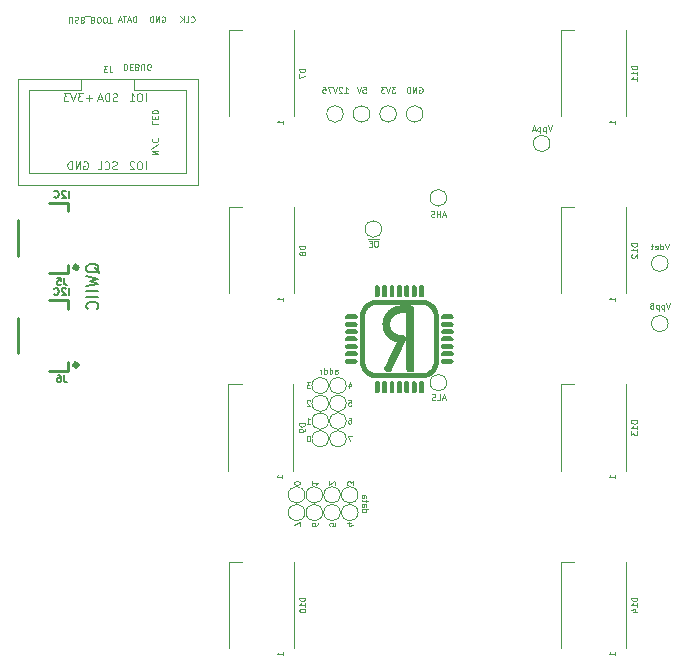
<source format=gbr>
%TF.GenerationSoftware,KiCad,Pcbnew,7.0.5-7.0.5~ubuntu20.04.1*%
%TF.CreationDate,2023-07-05T21:04:24+02:00*%
%TF.ProjectId,sao_eprom_v2,73616f5f-6570-4726-9f6d-5f76322e6b69,rev?*%
%TF.SameCoordinates,Original*%
%TF.FileFunction,Legend,Bot*%
%TF.FilePolarity,Positive*%
%FSLAX46Y46*%
G04 Gerber Fmt 4.6, Leading zero omitted, Abs format (unit mm)*
G04 Created by KiCad (PCBNEW 7.0.5-7.0.5~ubuntu20.04.1) date 2023-07-05 21:04:24*
%MOMM*%
%LPD*%
G01*
G04 APERTURE LIST*
%ADD10C,0.100000*%
%ADD11C,0.150000*%
%ADD12C,0.127000*%
%ADD13C,0.120000*%
%ADD14C,0.254000*%
%ADD15C,0.398780*%
%ADD16C,0.132291*%
G04 APERTURE END LIST*
D10*
X135710000Y-43436228D02*
X135710000Y-42776228D01*
X135269999Y-42776228D02*
X135144285Y-42776228D01*
X135144285Y-42776228D02*
X135081428Y-42807657D01*
X135081428Y-42807657D02*
X135018571Y-42870514D01*
X135018571Y-42870514D02*
X134987142Y-42996228D01*
X134987142Y-42996228D02*
X134987142Y-43216228D01*
X134987142Y-43216228D02*
X135018571Y-43341942D01*
X135018571Y-43341942D02*
X135081428Y-43404800D01*
X135081428Y-43404800D02*
X135144285Y-43436228D01*
X135144285Y-43436228D02*
X135269999Y-43436228D01*
X135269999Y-43436228D02*
X135332857Y-43404800D01*
X135332857Y-43404800D02*
X135395714Y-43341942D01*
X135395714Y-43341942D02*
X135427142Y-43216228D01*
X135427142Y-43216228D02*
X135427142Y-42996228D01*
X135427142Y-42996228D02*
X135395714Y-42870514D01*
X135395714Y-42870514D02*
X135332857Y-42807657D01*
X135332857Y-42807657D02*
X135269999Y-42776228D01*
X134735713Y-42839085D02*
X134704285Y-42807657D01*
X134704285Y-42807657D02*
X134641428Y-42776228D01*
X134641428Y-42776228D02*
X134484285Y-42776228D01*
X134484285Y-42776228D02*
X134421428Y-42807657D01*
X134421428Y-42807657D02*
X134389999Y-42839085D01*
X134389999Y-42839085D02*
X134358570Y-42901942D01*
X134358570Y-42901942D02*
X134358570Y-42964800D01*
X134358570Y-42964800D02*
X134389999Y-43059085D01*
X134389999Y-43059085D02*
X134767142Y-43436228D01*
X134767142Y-43436228D02*
X134358570Y-43436228D01*
X135710000Y-37664028D02*
X135710000Y-37004028D01*
X135269999Y-37004028D02*
X135144285Y-37004028D01*
X135144285Y-37004028D02*
X135081428Y-37035457D01*
X135081428Y-37035457D02*
X135018571Y-37098314D01*
X135018571Y-37098314D02*
X134987142Y-37224028D01*
X134987142Y-37224028D02*
X134987142Y-37444028D01*
X134987142Y-37444028D02*
X135018571Y-37569742D01*
X135018571Y-37569742D02*
X135081428Y-37632600D01*
X135081428Y-37632600D02*
X135144285Y-37664028D01*
X135144285Y-37664028D02*
X135269999Y-37664028D01*
X135269999Y-37664028D02*
X135332857Y-37632600D01*
X135332857Y-37632600D02*
X135395714Y-37569742D01*
X135395714Y-37569742D02*
X135427142Y-37444028D01*
X135427142Y-37444028D02*
X135427142Y-37224028D01*
X135427142Y-37224028D02*
X135395714Y-37098314D01*
X135395714Y-37098314D02*
X135332857Y-37035457D01*
X135332857Y-37035457D02*
X135269999Y-37004028D01*
X134358570Y-37664028D02*
X134735713Y-37664028D01*
X134547142Y-37664028D02*
X134547142Y-37004028D01*
X134547142Y-37004028D02*
X134609999Y-37098314D01*
X134609999Y-37098314D02*
X134672856Y-37161171D01*
X134672856Y-37161171D02*
X134735713Y-37192600D01*
X152880952Y-62976109D02*
X153119047Y-62976109D01*
X153119047Y-62976109D02*
X153142856Y-63214204D01*
X153142856Y-63214204D02*
X153119047Y-63190395D01*
X153119047Y-63190395D02*
X153071428Y-63166585D01*
X153071428Y-63166585D02*
X152952380Y-63166585D01*
X152952380Y-63166585D02*
X152904761Y-63190395D01*
X152904761Y-63190395D02*
X152880952Y-63214204D01*
X152880952Y-63214204D02*
X152857142Y-63261823D01*
X152857142Y-63261823D02*
X152857142Y-63380871D01*
X152857142Y-63380871D02*
X152880952Y-63428490D01*
X152880952Y-63428490D02*
X152904761Y-63452300D01*
X152904761Y-63452300D02*
X152952380Y-63476109D01*
X152952380Y-63476109D02*
X153071428Y-63476109D01*
X153071428Y-63476109D02*
X153119047Y-63452300D01*
X153119047Y-63452300D02*
X153142856Y-63428490D01*
X148773890Y-70023809D02*
X148773890Y-69976190D01*
X148773890Y-69976190D02*
X148750080Y-69928571D01*
X148750080Y-69928571D02*
X148726271Y-69904761D01*
X148726271Y-69904761D02*
X148678652Y-69880952D01*
X148678652Y-69880952D02*
X148583414Y-69857142D01*
X148583414Y-69857142D02*
X148464366Y-69857142D01*
X148464366Y-69857142D02*
X148369128Y-69880952D01*
X148369128Y-69880952D02*
X148321509Y-69904761D01*
X148321509Y-69904761D02*
X148297700Y-69928571D01*
X148297700Y-69928571D02*
X148273890Y-69976190D01*
X148273890Y-69976190D02*
X148273890Y-70023809D01*
X148273890Y-70023809D02*
X148297700Y-70071428D01*
X148297700Y-70071428D02*
X148321509Y-70095237D01*
X148321509Y-70095237D02*
X148369128Y-70119047D01*
X148369128Y-70119047D02*
X148464366Y-70142856D01*
X148464366Y-70142856D02*
X148583414Y-70142856D01*
X148583414Y-70142856D02*
X148678652Y-70119047D01*
X148678652Y-70119047D02*
X148726271Y-70095237D01*
X148726271Y-70095237D02*
X148750080Y-70071428D01*
X148750080Y-70071428D02*
X148773890Y-70023809D01*
X149666666Y-61476109D02*
X149357142Y-61476109D01*
X149357142Y-61476109D02*
X149523809Y-61666585D01*
X149523809Y-61666585D02*
X149452380Y-61666585D01*
X149452380Y-61666585D02*
X149404761Y-61690395D01*
X149404761Y-61690395D02*
X149380952Y-61714204D01*
X149380952Y-61714204D02*
X149357142Y-61761823D01*
X149357142Y-61761823D02*
X149357142Y-61880871D01*
X149357142Y-61880871D02*
X149380952Y-61928490D01*
X149380952Y-61928490D02*
X149404761Y-61952300D01*
X149404761Y-61952300D02*
X149452380Y-61976109D01*
X149452380Y-61976109D02*
X149595237Y-61976109D01*
X149595237Y-61976109D02*
X149642856Y-61952300D01*
X149642856Y-61952300D02*
X149666666Y-61928490D01*
X152904761Y-61642776D02*
X152904761Y-61976109D01*
X153023809Y-61452300D02*
X153142856Y-61809442D01*
X153142856Y-61809442D02*
X152833333Y-61809442D01*
X156869046Y-36476109D02*
X156559522Y-36476109D01*
X156559522Y-36476109D02*
X156726189Y-36666585D01*
X156726189Y-36666585D02*
X156654760Y-36666585D01*
X156654760Y-36666585D02*
X156607141Y-36690395D01*
X156607141Y-36690395D02*
X156583332Y-36714204D01*
X156583332Y-36714204D02*
X156559522Y-36761823D01*
X156559522Y-36761823D02*
X156559522Y-36880871D01*
X156559522Y-36880871D02*
X156583332Y-36928490D01*
X156583332Y-36928490D02*
X156607141Y-36952300D01*
X156607141Y-36952300D02*
X156654760Y-36976109D01*
X156654760Y-36976109D02*
X156797617Y-36976109D01*
X156797617Y-36976109D02*
X156845236Y-36952300D01*
X156845236Y-36952300D02*
X156869046Y-36928490D01*
X156416665Y-36476109D02*
X156249999Y-36976109D01*
X156249999Y-36976109D02*
X156083332Y-36476109D01*
X155964285Y-36476109D02*
X155654761Y-36476109D01*
X155654761Y-36476109D02*
X155821428Y-36666585D01*
X155821428Y-36666585D02*
X155749999Y-36666585D01*
X155749999Y-36666585D02*
X155702380Y-36690395D01*
X155702380Y-36690395D02*
X155678571Y-36714204D01*
X155678571Y-36714204D02*
X155654761Y-36761823D01*
X155654761Y-36761823D02*
X155654761Y-36880871D01*
X155654761Y-36880871D02*
X155678571Y-36928490D01*
X155678571Y-36928490D02*
X155702380Y-36952300D01*
X155702380Y-36952300D02*
X155749999Y-36976109D01*
X155749999Y-36976109D02*
X155892856Y-36976109D01*
X155892856Y-36976109D02*
X155940475Y-36952300D01*
X155940475Y-36952300D02*
X155964285Y-36928490D01*
X133285713Y-43404800D02*
X133191428Y-43436228D01*
X133191428Y-43436228D02*
X133034285Y-43436228D01*
X133034285Y-43436228D02*
X132971428Y-43404800D01*
X132971428Y-43404800D02*
X132939999Y-43373371D01*
X132939999Y-43373371D02*
X132908570Y-43310514D01*
X132908570Y-43310514D02*
X132908570Y-43247657D01*
X132908570Y-43247657D02*
X132939999Y-43184800D01*
X132939999Y-43184800D02*
X132971428Y-43153371D01*
X132971428Y-43153371D02*
X133034285Y-43121942D01*
X133034285Y-43121942D02*
X133159999Y-43090514D01*
X133159999Y-43090514D02*
X133222856Y-43059085D01*
X133222856Y-43059085D02*
X133254285Y-43027657D01*
X133254285Y-43027657D02*
X133285713Y-42964800D01*
X133285713Y-42964800D02*
X133285713Y-42901942D01*
X133285713Y-42901942D02*
X133254285Y-42839085D01*
X133254285Y-42839085D02*
X133222856Y-42807657D01*
X133222856Y-42807657D02*
X133159999Y-42776228D01*
X133159999Y-42776228D02*
X133002856Y-42776228D01*
X133002856Y-42776228D02*
X132908570Y-42807657D01*
X132248571Y-43373371D02*
X132279999Y-43404800D01*
X132279999Y-43404800D02*
X132374285Y-43436228D01*
X132374285Y-43436228D02*
X132437142Y-43436228D01*
X132437142Y-43436228D02*
X132531428Y-43404800D01*
X132531428Y-43404800D02*
X132594285Y-43341942D01*
X132594285Y-43341942D02*
X132625714Y-43279085D01*
X132625714Y-43279085D02*
X132657142Y-43153371D01*
X132657142Y-43153371D02*
X132657142Y-43059085D01*
X132657142Y-43059085D02*
X132625714Y-42933371D01*
X132625714Y-42933371D02*
X132594285Y-42870514D01*
X132594285Y-42870514D02*
X132531428Y-42807657D01*
X132531428Y-42807657D02*
X132437142Y-42776228D01*
X132437142Y-42776228D02*
X132374285Y-42776228D01*
X132374285Y-42776228D02*
X132279999Y-42807657D01*
X132279999Y-42807657D02*
X132248571Y-42839085D01*
X131651428Y-43436228D02*
X131965714Y-43436228D01*
X131965714Y-43436228D02*
X131965714Y-42776228D01*
X151726271Y-70142856D02*
X151750080Y-70119047D01*
X151750080Y-70119047D02*
X151773890Y-70071428D01*
X151773890Y-70071428D02*
X151773890Y-69952380D01*
X151773890Y-69952380D02*
X151750080Y-69904761D01*
X151750080Y-69904761D02*
X151726271Y-69880952D01*
X151726271Y-69880952D02*
X151678652Y-69857142D01*
X151678652Y-69857142D02*
X151631033Y-69857142D01*
X151631033Y-69857142D02*
X151559604Y-69880952D01*
X151559604Y-69880952D02*
X151273890Y-70166666D01*
X151273890Y-70166666D02*
X151273890Y-69857142D01*
X151773890Y-73380952D02*
X151773890Y-73619047D01*
X151773890Y-73619047D02*
X151535795Y-73642856D01*
X151535795Y-73642856D02*
X151559604Y-73619047D01*
X151559604Y-73619047D02*
X151583414Y-73571428D01*
X151583414Y-73571428D02*
X151583414Y-73452380D01*
X151583414Y-73452380D02*
X151559604Y-73404761D01*
X151559604Y-73404761D02*
X151535795Y-73380952D01*
X151535795Y-73380952D02*
X151488176Y-73357142D01*
X151488176Y-73357142D02*
X151369128Y-73357142D01*
X151369128Y-73357142D02*
X151321509Y-73380952D01*
X151321509Y-73380952D02*
X151297700Y-73404761D01*
X151297700Y-73404761D02*
X151273890Y-73452380D01*
X151273890Y-73452380D02*
X151273890Y-73571428D01*
X151273890Y-73571428D02*
X151297700Y-73619047D01*
X151297700Y-73619047D02*
X151321509Y-73642856D01*
X161119046Y-47333252D02*
X160880951Y-47333252D01*
X161166665Y-47476109D02*
X160999999Y-46976109D01*
X160999999Y-46976109D02*
X160833332Y-47476109D01*
X160666666Y-47476109D02*
X160666666Y-46976109D01*
X160666666Y-47214204D02*
X160380952Y-47214204D01*
X160380952Y-47476109D02*
X160380952Y-46976109D01*
X160166665Y-47452300D02*
X160095237Y-47476109D01*
X160095237Y-47476109D02*
X159976189Y-47476109D01*
X159976189Y-47476109D02*
X159928570Y-47452300D01*
X159928570Y-47452300D02*
X159904761Y-47428490D01*
X159904761Y-47428490D02*
X159880951Y-47380871D01*
X159880951Y-47380871D02*
X159880951Y-47333252D01*
X159880951Y-47333252D02*
X159904761Y-47285633D01*
X159904761Y-47285633D02*
X159928570Y-47261823D01*
X159928570Y-47261823D02*
X159976189Y-47238014D01*
X159976189Y-47238014D02*
X160071427Y-47214204D01*
X160071427Y-47214204D02*
X160119046Y-47190395D01*
X160119046Y-47190395D02*
X160142856Y-47166585D01*
X160142856Y-47166585D02*
X160166665Y-47118966D01*
X160166665Y-47118966D02*
X160166665Y-47071347D01*
X160166665Y-47071347D02*
X160142856Y-47023728D01*
X160142856Y-47023728D02*
X160119046Y-46999919D01*
X160119046Y-46999919D02*
X160071427Y-46976109D01*
X160071427Y-46976109D02*
X159952380Y-46976109D01*
X159952380Y-46976109D02*
X159880951Y-46999919D01*
X137105952Y-30499919D02*
X137153571Y-30476109D01*
X137153571Y-30476109D02*
X137225000Y-30476109D01*
X137225000Y-30476109D02*
X137296428Y-30499919D01*
X137296428Y-30499919D02*
X137344047Y-30547538D01*
X137344047Y-30547538D02*
X137367857Y-30595157D01*
X137367857Y-30595157D02*
X137391666Y-30690395D01*
X137391666Y-30690395D02*
X137391666Y-30761823D01*
X137391666Y-30761823D02*
X137367857Y-30857061D01*
X137367857Y-30857061D02*
X137344047Y-30904680D01*
X137344047Y-30904680D02*
X137296428Y-30952300D01*
X137296428Y-30952300D02*
X137225000Y-30976109D01*
X137225000Y-30976109D02*
X137177381Y-30976109D01*
X137177381Y-30976109D02*
X137105952Y-30952300D01*
X137105952Y-30952300D02*
X137082143Y-30928490D01*
X137082143Y-30928490D02*
X137082143Y-30761823D01*
X137082143Y-30761823D02*
X137177381Y-30761823D01*
X136867857Y-30976109D02*
X136867857Y-30476109D01*
X136867857Y-30476109D02*
X136582143Y-30976109D01*
X136582143Y-30976109D02*
X136582143Y-30476109D01*
X136344047Y-30976109D02*
X136344047Y-30476109D01*
X136344047Y-30476109D02*
X136224999Y-30476109D01*
X136224999Y-30476109D02*
X136153571Y-30499919D01*
X136153571Y-30499919D02*
X136105952Y-30547538D01*
X136105952Y-30547538D02*
X136082142Y-30595157D01*
X136082142Y-30595157D02*
X136058333Y-30690395D01*
X136058333Y-30690395D02*
X136058333Y-30761823D01*
X136058333Y-30761823D02*
X136082142Y-30857061D01*
X136082142Y-30857061D02*
X136105952Y-30904680D01*
X136105952Y-30904680D02*
X136153571Y-30952300D01*
X136153571Y-30952300D02*
X136224999Y-30976109D01*
X136224999Y-30976109D02*
X136344047Y-30976109D01*
X154095237Y-36476109D02*
X154333332Y-36476109D01*
X154333332Y-36476109D02*
X154357141Y-36714204D01*
X154357141Y-36714204D02*
X154333332Y-36690395D01*
X154333332Y-36690395D02*
X154285713Y-36666585D01*
X154285713Y-36666585D02*
X154166665Y-36666585D01*
X154166665Y-36666585D02*
X154119046Y-36690395D01*
X154119046Y-36690395D02*
X154095237Y-36714204D01*
X154095237Y-36714204D02*
X154071427Y-36761823D01*
X154071427Y-36761823D02*
X154071427Y-36880871D01*
X154071427Y-36880871D02*
X154095237Y-36928490D01*
X154095237Y-36928490D02*
X154119046Y-36952300D01*
X154119046Y-36952300D02*
X154166665Y-36976109D01*
X154166665Y-36976109D02*
X154285713Y-36976109D01*
X154285713Y-36976109D02*
X154333332Y-36952300D01*
X154333332Y-36952300D02*
X154357141Y-36928490D01*
X153928570Y-36476109D02*
X153761904Y-36976109D01*
X153761904Y-36976109D02*
X153595237Y-36476109D01*
X179999998Y-49726109D02*
X179833332Y-50226109D01*
X179833332Y-50226109D02*
X179666665Y-49726109D01*
X179285713Y-50226109D02*
X179285713Y-49726109D01*
X179285713Y-50202300D02*
X179333332Y-50226109D01*
X179333332Y-50226109D02*
X179428570Y-50226109D01*
X179428570Y-50226109D02*
X179476189Y-50202300D01*
X179476189Y-50202300D02*
X179499999Y-50178490D01*
X179499999Y-50178490D02*
X179523808Y-50130871D01*
X179523808Y-50130871D02*
X179523808Y-49988014D01*
X179523808Y-49988014D02*
X179499999Y-49940395D01*
X179499999Y-49940395D02*
X179476189Y-49916585D01*
X179476189Y-49916585D02*
X179428570Y-49892776D01*
X179428570Y-49892776D02*
X179333332Y-49892776D01*
X179333332Y-49892776D02*
X179285713Y-49916585D01*
X178857142Y-50202300D02*
X178904761Y-50226109D01*
X178904761Y-50226109D02*
X178999999Y-50226109D01*
X178999999Y-50226109D02*
X179047618Y-50202300D01*
X179047618Y-50202300D02*
X179071427Y-50154680D01*
X179071427Y-50154680D02*
X179071427Y-49964204D01*
X179071427Y-49964204D02*
X179047618Y-49916585D01*
X179047618Y-49916585D02*
X178999999Y-49892776D01*
X178999999Y-49892776D02*
X178904761Y-49892776D01*
X178904761Y-49892776D02*
X178857142Y-49916585D01*
X178857142Y-49916585D02*
X178833332Y-49964204D01*
X178833332Y-49964204D02*
X178833332Y-50011823D01*
X178833332Y-50011823D02*
X179071427Y-50059442D01*
X178690475Y-49892776D02*
X178499999Y-49892776D01*
X178619047Y-49726109D02*
X178619047Y-50154680D01*
X178619047Y-50154680D02*
X178595237Y-50202300D01*
X178595237Y-50202300D02*
X178547618Y-50226109D01*
X178547618Y-50226109D02*
X178499999Y-50226109D01*
X133880952Y-34523890D02*
X133880952Y-35023890D01*
X133880952Y-35023890D02*
X134000000Y-35023890D01*
X134000000Y-35023890D02*
X134071428Y-35000080D01*
X134071428Y-35000080D02*
X134119047Y-34952461D01*
X134119047Y-34952461D02*
X134142857Y-34904842D01*
X134142857Y-34904842D02*
X134166666Y-34809604D01*
X134166666Y-34809604D02*
X134166666Y-34738176D01*
X134166666Y-34738176D02*
X134142857Y-34642938D01*
X134142857Y-34642938D02*
X134119047Y-34595319D01*
X134119047Y-34595319D02*
X134071428Y-34547700D01*
X134071428Y-34547700D02*
X134000000Y-34523890D01*
X134000000Y-34523890D02*
X133880952Y-34523890D01*
X134380952Y-34785795D02*
X134547619Y-34785795D01*
X134619047Y-34523890D02*
X134380952Y-34523890D01*
X134380952Y-34523890D02*
X134380952Y-35023890D01*
X134380952Y-35023890D02*
X134619047Y-35023890D01*
X135000000Y-34785795D02*
X135071428Y-34761985D01*
X135071428Y-34761985D02*
X135095238Y-34738176D01*
X135095238Y-34738176D02*
X135119047Y-34690557D01*
X135119047Y-34690557D02*
X135119047Y-34619128D01*
X135119047Y-34619128D02*
X135095238Y-34571509D01*
X135095238Y-34571509D02*
X135071428Y-34547700D01*
X135071428Y-34547700D02*
X135023809Y-34523890D01*
X135023809Y-34523890D02*
X134833333Y-34523890D01*
X134833333Y-34523890D02*
X134833333Y-35023890D01*
X134833333Y-35023890D02*
X135000000Y-35023890D01*
X135000000Y-35023890D02*
X135047619Y-35000080D01*
X135047619Y-35000080D02*
X135071428Y-34976271D01*
X135071428Y-34976271D02*
X135095238Y-34928652D01*
X135095238Y-34928652D02*
X135095238Y-34881033D01*
X135095238Y-34881033D02*
X135071428Y-34833414D01*
X135071428Y-34833414D02*
X135047619Y-34809604D01*
X135047619Y-34809604D02*
X135000000Y-34785795D01*
X135000000Y-34785795D02*
X134833333Y-34785795D01*
X135333333Y-35023890D02*
X135333333Y-34619128D01*
X135333333Y-34619128D02*
X135357143Y-34571509D01*
X135357143Y-34571509D02*
X135380952Y-34547700D01*
X135380952Y-34547700D02*
X135428571Y-34523890D01*
X135428571Y-34523890D02*
X135523809Y-34523890D01*
X135523809Y-34523890D02*
X135571428Y-34547700D01*
X135571428Y-34547700D02*
X135595238Y-34571509D01*
X135595238Y-34571509D02*
X135619047Y-34619128D01*
X135619047Y-34619128D02*
X135619047Y-35023890D01*
X136119048Y-35000080D02*
X136071429Y-35023890D01*
X136071429Y-35023890D02*
X136000000Y-35023890D01*
X136000000Y-35023890D02*
X135928572Y-35000080D01*
X135928572Y-35000080D02*
X135880953Y-34952461D01*
X135880953Y-34952461D02*
X135857143Y-34904842D01*
X135857143Y-34904842D02*
X135833334Y-34809604D01*
X135833334Y-34809604D02*
X135833334Y-34738176D01*
X135833334Y-34738176D02*
X135857143Y-34642938D01*
X135857143Y-34642938D02*
X135880953Y-34595319D01*
X135880953Y-34595319D02*
X135928572Y-34547700D01*
X135928572Y-34547700D02*
X136000000Y-34523890D01*
X136000000Y-34523890D02*
X136047619Y-34523890D01*
X136047619Y-34523890D02*
X136119048Y-34547700D01*
X136119048Y-34547700D02*
X136142857Y-34571509D01*
X136142857Y-34571509D02*
X136142857Y-34738176D01*
X136142857Y-34738176D02*
X136047619Y-34738176D01*
X129214285Y-31023890D02*
X129214285Y-30619128D01*
X129214285Y-30619128D02*
X129238095Y-30571509D01*
X129238095Y-30571509D02*
X129261904Y-30547700D01*
X129261904Y-30547700D02*
X129309523Y-30523890D01*
X129309523Y-30523890D02*
X129404761Y-30523890D01*
X129404761Y-30523890D02*
X129452380Y-30547700D01*
X129452380Y-30547700D02*
X129476190Y-30571509D01*
X129476190Y-30571509D02*
X129499999Y-30619128D01*
X129499999Y-30619128D02*
X129499999Y-31023890D01*
X129714286Y-30547700D02*
X129785714Y-30523890D01*
X129785714Y-30523890D02*
X129904762Y-30523890D01*
X129904762Y-30523890D02*
X129952381Y-30547700D01*
X129952381Y-30547700D02*
X129976190Y-30571509D01*
X129976190Y-30571509D02*
X130000000Y-30619128D01*
X130000000Y-30619128D02*
X130000000Y-30666747D01*
X130000000Y-30666747D02*
X129976190Y-30714366D01*
X129976190Y-30714366D02*
X129952381Y-30738176D01*
X129952381Y-30738176D02*
X129904762Y-30761985D01*
X129904762Y-30761985D02*
X129809524Y-30785795D01*
X129809524Y-30785795D02*
X129761905Y-30809604D01*
X129761905Y-30809604D02*
X129738095Y-30833414D01*
X129738095Y-30833414D02*
X129714286Y-30881033D01*
X129714286Y-30881033D02*
X129714286Y-30928652D01*
X129714286Y-30928652D02*
X129738095Y-30976271D01*
X129738095Y-30976271D02*
X129761905Y-31000080D01*
X129761905Y-31000080D02*
X129809524Y-31023890D01*
X129809524Y-31023890D02*
X129928571Y-31023890D01*
X129928571Y-31023890D02*
X130000000Y-31000080D01*
X130380952Y-30785795D02*
X130452380Y-30761985D01*
X130452380Y-30761985D02*
X130476190Y-30738176D01*
X130476190Y-30738176D02*
X130499999Y-30690557D01*
X130499999Y-30690557D02*
X130499999Y-30619128D01*
X130499999Y-30619128D02*
X130476190Y-30571509D01*
X130476190Y-30571509D02*
X130452380Y-30547700D01*
X130452380Y-30547700D02*
X130404761Y-30523890D01*
X130404761Y-30523890D02*
X130214285Y-30523890D01*
X130214285Y-30523890D02*
X130214285Y-31023890D01*
X130214285Y-31023890D02*
X130380952Y-31023890D01*
X130380952Y-31023890D02*
X130428571Y-31000080D01*
X130428571Y-31000080D02*
X130452380Y-30976271D01*
X130452380Y-30976271D02*
X130476190Y-30928652D01*
X130476190Y-30928652D02*
X130476190Y-30881033D01*
X130476190Y-30881033D02*
X130452380Y-30833414D01*
X130452380Y-30833414D02*
X130428571Y-30809604D01*
X130428571Y-30809604D02*
X130380952Y-30785795D01*
X130380952Y-30785795D02*
X130214285Y-30785795D01*
X130595238Y-30476271D02*
X130976190Y-30476271D01*
X131261904Y-30785795D02*
X131333332Y-30761985D01*
X131333332Y-30761985D02*
X131357142Y-30738176D01*
X131357142Y-30738176D02*
X131380951Y-30690557D01*
X131380951Y-30690557D02*
X131380951Y-30619128D01*
X131380951Y-30619128D02*
X131357142Y-30571509D01*
X131357142Y-30571509D02*
X131333332Y-30547700D01*
X131333332Y-30547700D02*
X131285713Y-30523890D01*
X131285713Y-30523890D02*
X131095237Y-30523890D01*
X131095237Y-30523890D02*
X131095237Y-31023890D01*
X131095237Y-31023890D02*
X131261904Y-31023890D01*
X131261904Y-31023890D02*
X131309523Y-31000080D01*
X131309523Y-31000080D02*
X131333332Y-30976271D01*
X131333332Y-30976271D02*
X131357142Y-30928652D01*
X131357142Y-30928652D02*
X131357142Y-30881033D01*
X131357142Y-30881033D02*
X131333332Y-30833414D01*
X131333332Y-30833414D02*
X131309523Y-30809604D01*
X131309523Y-30809604D02*
X131261904Y-30785795D01*
X131261904Y-30785795D02*
X131095237Y-30785795D01*
X131690475Y-31023890D02*
X131785713Y-31023890D01*
X131785713Y-31023890D02*
X131833332Y-31000080D01*
X131833332Y-31000080D02*
X131880951Y-30952461D01*
X131880951Y-30952461D02*
X131904761Y-30857223D01*
X131904761Y-30857223D02*
X131904761Y-30690557D01*
X131904761Y-30690557D02*
X131880951Y-30595319D01*
X131880951Y-30595319D02*
X131833332Y-30547700D01*
X131833332Y-30547700D02*
X131785713Y-30523890D01*
X131785713Y-30523890D02*
X131690475Y-30523890D01*
X131690475Y-30523890D02*
X131642856Y-30547700D01*
X131642856Y-30547700D02*
X131595237Y-30595319D01*
X131595237Y-30595319D02*
X131571428Y-30690557D01*
X131571428Y-30690557D02*
X131571428Y-30857223D01*
X131571428Y-30857223D02*
X131595237Y-30952461D01*
X131595237Y-30952461D02*
X131642856Y-31000080D01*
X131642856Y-31000080D02*
X131690475Y-31023890D01*
X132214285Y-31023890D02*
X132309523Y-31023890D01*
X132309523Y-31023890D02*
X132357142Y-31000080D01*
X132357142Y-31000080D02*
X132404761Y-30952461D01*
X132404761Y-30952461D02*
X132428571Y-30857223D01*
X132428571Y-30857223D02*
X132428571Y-30690557D01*
X132428571Y-30690557D02*
X132404761Y-30595319D01*
X132404761Y-30595319D02*
X132357142Y-30547700D01*
X132357142Y-30547700D02*
X132309523Y-30523890D01*
X132309523Y-30523890D02*
X132214285Y-30523890D01*
X132214285Y-30523890D02*
X132166666Y-30547700D01*
X132166666Y-30547700D02*
X132119047Y-30595319D01*
X132119047Y-30595319D02*
X132095238Y-30690557D01*
X132095238Y-30690557D02*
X132095238Y-30857223D01*
X132095238Y-30857223D02*
X132119047Y-30952461D01*
X132119047Y-30952461D02*
X132166666Y-31000080D01*
X132166666Y-31000080D02*
X132214285Y-31023890D01*
X132571429Y-31023890D02*
X132857143Y-31023890D01*
X132714286Y-30523890D02*
X132714286Y-31023890D01*
X158880952Y-36499919D02*
X158928571Y-36476109D01*
X158928571Y-36476109D02*
X159000000Y-36476109D01*
X159000000Y-36476109D02*
X159071428Y-36499919D01*
X159071428Y-36499919D02*
X159119047Y-36547538D01*
X159119047Y-36547538D02*
X159142857Y-36595157D01*
X159142857Y-36595157D02*
X159166666Y-36690395D01*
X159166666Y-36690395D02*
X159166666Y-36761823D01*
X159166666Y-36761823D02*
X159142857Y-36857061D01*
X159142857Y-36857061D02*
X159119047Y-36904680D01*
X159119047Y-36904680D02*
X159071428Y-36952300D01*
X159071428Y-36952300D02*
X159000000Y-36976109D01*
X159000000Y-36976109D02*
X158952381Y-36976109D01*
X158952381Y-36976109D02*
X158880952Y-36952300D01*
X158880952Y-36952300D02*
X158857143Y-36928490D01*
X158857143Y-36928490D02*
X158857143Y-36761823D01*
X158857143Y-36761823D02*
X158952381Y-36761823D01*
X158642857Y-36976109D02*
X158642857Y-36476109D01*
X158642857Y-36476109D02*
X158357143Y-36976109D01*
X158357143Y-36976109D02*
X158357143Y-36476109D01*
X158119047Y-36976109D02*
X158119047Y-36476109D01*
X158119047Y-36476109D02*
X157999999Y-36476109D01*
X157999999Y-36476109D02*
X157928571Y-36499919D01*
X157928571Y-36499919D02*
X157880952Y-36547538D01*
X157880952Y-36547538D02*
X157857142Y-36595157D01*
X157857142Y-36595157D02*
X157833333Y-36690395D01*
X157833333Y-36690395D02*
X157833333Y-36761823D01*
X157833333Y-36761823D02*
X157857142Y-36857061D01*
X157857142Y-36857061D02*
X157880952Y-36904680D01*
X157880952Y-36904680D02*
X157928571Y-36952300D01*
X157928571Y-36952300D02*
X157999999Y-36976109D01*
X157999999Y-36976109D02*
X158119047Y-36976109D01*
X149523809Y-65976109D02*
X149476190Y-65976109D01*
X149476190Y-65976109D02*
X149428571Y-65999919D01*
X149428571Y-65999919D02*
X149404761Y-66023728D01*
X149404761Y-66023728D02*
X149380952Y-66071347D01*
X149380952Y-66071347D02*
X149357142Y-66166585D01*
X149357142Y-66166585D02*
X149357142Y-66285633D01*
X149357142Y-66285633D02*
X149380952Y-66380871D01*
X149380952Y-66380871D02*
X149404761Y-66428490D01*
X149404761Y-66428490D02*
X149428571Y-66452300D01*
X149428571Y-66452300D02*
X149476190Y-66476109D01*
X149476190Y-66476109D02*
X149523809Y-66476109D01*
X149523809Y-66476109D02*
X149571428Y-66452300D01*
X149571428Y-66452300D02*
X149595237Y-66428490D01*
X149595237Y-66428490D02*
X149619047Y-66380871D01*
X149619047Y-66380871D02*
X149642856Y-66285633D01*
X149642856Y-66285633D02*
X149642856Y-66166585D01*
X149642856Y-66166585D02*
X149619047Y-66071347D01*
X149619047Y-66071347D02*
X149595237Y-66023728D01*
X149595237Y-66023728D02*
X149571428Y-65999919D01*
X149571428Y-65999919D02*
X149523809Y-65976109D01*
D11*
X131800057Y-52208333D02*
X131752438Y-52113095D01*
X131752438Y-52113095D02*
X131657200Y-52017857D01*
X131657200Y-52017857D02*
X131514342Y-51875000D01*
X131514342Y-51875000D02*
X131466723Y-51779762D01*
X131466723Y-51779762D02*
X131466723Y-51684524D01*
X131704819Y-51732143D02*
X131657200Y-51636905D01*
X131657200Y-51636905D02*
X131561961Y-51541667D01*
X131561961Y-51541667D02*
X131371485Y-51494048D01*
X131371485Y-51494048D02*
X131038152Y-51494048D01*
X131038152Y-51494048D02*
X130847676Y-51541667D01*
X130847676Y-51541667D02*
X130752438Y-51636905D01*
X130752438Y-51636905D02*
X130704819Y-51732143D01*
X130704819Y-51732143D02*
X130704819Y-51922619D01*
X130704819Y-51922619D02*
X130752438Y-52017857D01*
X130752438Y-52017857D02*
X130847676Y-52113095D01*
X130847676Y-52113095D02*
X131038152Y-52160714D01*
X131038152Y-52160714D02*
X131371485Y-52160714D01*
X131371485Y-52160714D02*
X131561961Y-52113095D01*
X131561961Y-52113095D02*
X131657200Y-52017857D01*
X131657200Y-52017857D02*
X131704819Y-51922619D01*
X131704819Y-51922619D02*
X131704819Y-51732143D01*
X130704819Y-52494048D02*
X131704819Y-52732143D01*
X131704819Y-52732143D02*
X130990533Y-52922619D01*
X130990533Y-52922619D02*
X131704819Y-53113095D01*
X131704819Y-53113095D02*
X130704819Y-53351191D01*
X131704819Y-53732143D02*
X130704819Y-53732143D01*
X131704819Y-54208333D02*
X130704819Y-54208333D01*
X131609580Y-55255951D02*
X131657200Y-55208332D01*
X131657200Y-55208332D02*
X131704819Y-55065475D01*
X131704819Y-55065475D02*
X131704819Y-54970237D01*
X131704819Y-54970237D02*
X131657200Y-54827380D01*
X131657200Y-54827380D02*
X131561961Y-54732142D01*
X131561961Y-54732142D02*
X131466723Y-54684523D01*
X131466723Y-54684523D02*
X131276247Y-54636904D01*
X131276247Y-54636904D02*
X131133390Y-54636904D01*
X131133390Y-54636904D02*
X130942914Y-54684523D01*
X130942914Y-54684523D02*
X130847676Y-54732142D01*
X130847676Y-54732142D02*
X130752438Y-54827380D01*
X130752438Y-54827380D02*
X130704819Y-54970237D01*
X130704819Y-54970237D02*
X130704819Y-55065475D01*
X130704819Y-55065475D02*
X130752438Y-55208332D01*
X130752438Y-55208332D02*
X130800057Y-55255951D01*
D10*
X130477856Y-42807657D02*
X130540714Y-42776228D01*
X130540714Y-42776228D02*
X130634999Y-42776228D01*
X130634999Y-42776228D02*
X130729285Y-42807657D01*
X130729285Y-42807657D02*
X130792142Y-42870514D01*
X130792142Y-42870514D02*
X130823571Y-42933371D01*
X130823571Y-42933371D02*
X130854999Y-43059085D01*
X130854999Y-43059085D02*
X130854999Y-43153371D01*
X130854999Y-43153371D02*
X130823571Y-43279085D01*
X130823571Y-43279085D02*
X130792142Y-43341942D01*
X130792142Y-43341942D02*
X130729285Y-43404800D01*
X130729285Y-43404800D02*
X130634999Y-43436228D01*
X130634999Y-43436228D02*
X130572142Y-43436228D01*
X130572142Y-43436228D02*
X130477856Y-43404800D01*
X130477856Y-43404800D02*
X130446428Y-43373371D01*
X130446428Y-43373371D02*
X130446428Y-43153371D01*
X130446428Y-43153371D02*
X130572142Y-43153371D01*
X130163571Y-43436228D02*
X130163571Y-42776228D01*
X130163571Y-42776228D02*
X129786428Y-43436228D01*
X129786428Y-43436228D02*
X129786428Y-42776228D01*
X129472142Y-43436228D02*
X129472142Y-42776228D01*
X129472142Y-42776228D02*
X129314999Y-42776228D01*
X129314999Y-42776228D02*
X129220713Y-42807657D01*
X129220713Y-42807657D02*
X129157856Y-42870514D01*
X129157856Y-42870514D02*
X129126427Y-42933371D01*
X129126427Y-42933371D02*
X129094999Y-43059085D01*
X129094999Y-43059085D02*
X129094999Y-43153371D01*
X129094999Y-43153371D02*
X129126427Y-43279085D01*
X129126427Y-43279085D02*
X129157856Y-43341942D01*
X129157856Y-43341942D02*
X129220713Y-43404800D01*
X129220713Y-43404800D02*
X129314999Y-43436228D01*
X129314999Y-43436228D02*
X129472142Y-43436228D01*
X155273809Y-49476109D02*
X155178571Y-49476109D01*
X155178571Y-49476109D02*
X155130952Y-49499919D01*
X155130952Y-49499919D02*
X155083333Y-49547538D01*
X155083333Y-49547538D02*
X155059523Y-49642776D01*
X155059523Y-49642776D02*
X155059523Y-49809442D01*
X155059523Y-49809442D02*
X155083333Y-49904680D01*
X155083333Y-49904680D02*
X155130952Y-49952300D01*
X155130952Y-49952300D02*
X155178571Y-49976109D01*
X155178571Y-49976109D02*
X155273809Y-49976109D01*
X155273809Y-49976109D02*
X155321428Y-49952300D01*
X155321428Y-49952300D02*
X155369047Y-49904680D01*
X155369047Y-49904680D02*
X155392856Y-49809442D01*
X155392856Y-49809442D02*
X155392856Y-49642776D01*
X155392856Y-49642776D02*
X155369047Y-49547538D01*
X155369047Y-49547538D02*
X155321428Y-49499919D01*
X155321428Y-49499919D02*
X155273809Y-49476109D01*
X154845237Y-49714204D02*
X154678570Y-49714204D01*
X154607142Y-49976109D02*
X154845237Y-49976109D01*
X154845237Y-49976109D02*
X154845237Y-49476109D01*
X154845237Y-49476109D02*
X154607142Y-49476109D01*
X155438095Y-49337300D02*
X154561904Y-49337300D01*
X152904761Y-64476109D02*
X152999999Y-64476109D01*
X152999999Y-64476109D02*
X153047618Y-64499919D01*
X153047618Y-64499919D02*
X153071428Y-64523728D01*
X153071428Y-64523728D02*
X153119047Y-64595157D01*
X153119047Y-64595157D02*
X153142856Y-64690395D01*
X153142856Y-64690395D02*
X153142856Y-64880871D01*
X153142856Y-64880871D02*
X153119047Y-64928490D01*
X153119047Y-64928490D02*
X153095237Y-64952300D01*
X153095237Y-64952300D02*
X153047618Y-64976109D01*
X153047618Y-64976109D02*
X152952380Y-64976109D01*
X152952380Y-64976109D02*
X152904761Y-64952300D01*
X152904761Y-64952300D02*
X152880952Y-64928490D01*
X152880952Y-64928490D02*
X152857142Y-64880871D01*
X152857142Y-64880871D02*
X152857142Y-64761823D01*
X152857142Y-64761823D02*
X152880952Y-64714204D01*
X152880952Y-64714204D02*
X152904761Y-64690395D01*
X152904761Y-64690395D02*
X152952380Y-64666585D01*
X152952380Y-64666585D02*
X153047618Y-64666585D01*
X153047618Y-64666585D02*
X153095237Y-64690395D01*
X153095237Y-64690395D02*
X153119047Y-64714204D01*
X153119047Y-64714204D02*
X153142856Y-64761823D01*
X149357142Y-64976109D02*
X149642856Y-64976109D01*
X149499999Y-64976109D02*
X149499999Y-64476109D01*
X149499999Y-64476109D02*
X149547618Y-64547538D01*
X149547618Y-64547538D02*
X149595237Y-64595157D01*
X149595237Y-64595157D02*
X149642856Y-64618966D01*
X148773890Y-73666666D02*
X148773890Y-73333333D01*
X148773890Y-73333333D02*
X148273890Y-73547618D01*
X151749999Y-60726109D02*
X151749999Y-60464204D01*
X151749999Y-60464204D02*
X151773809Y-60416585D01*
X151773809Y-60416585D02*
X151821428Y-60392776D01*
X151821428Y-60392776D02*
X151916666Y-60392776D01*
X151916666Y-60392776D02*
X151964285Y-60416585D01*
X151749999Y-60702300D02*
X151797618Y-60726109D01*
X151797618Y-60726109D02*
X151916666Y-60726109D01*
X151916666Y-60726109D02*
X151964285Y-60702300D01*
X151964285Y-60702300D02*
X151988094Y-60654680D01*
X151988094Y-60654680D02*
X151988094Y-60607061D01*
X151988094Y-60607061D02*
X151964285Y-60559442D01*
X151964285Y-60559442D02*
X151916666Y-60535633D01*
X151916666Y-60535633D02*
X151797618Y-60535633D01*
X151797618Y-60535633D02*
X151749999Y-60511823D01*
X151297618Y-60726109D02*
X151297618Y-60226109D01*
X151297618Y-60702300D02*
X151345237Y-60726109D01*
X151345237Y-60726109D02*
X151440475Y-60726109D01*
X151440475Y-60726109D02*
X151488094Y-60702300D01*
X151488094Y-60702300D02*
X151511904Y-60678490D01*
X151511904Y-60678490D02*
X151535713Y-60630871D01*
X151535713Y-60630871D02*
X151535713Y-60488014D01*
X151535713Y-60488014D02*
X151511904Y-60440395D01*
X151511904Y-60440395D02*
X151488094Y-60416585D01*
X151488094Y-60416585D02*
X151440475Y-60392776D01*
X151440475Y-60392776D02*
X151345237Y-60392776D01*
X151345237Y-60392776D02*
X151297618Y-60416585D01*
X150845237Y-60726109D02*
X150845237Y-60226109D01*
X150845237Y-60702300D02*
X150892856Y-60726109D01*
X150892856Y-60726109D02*
X150988094Y-60726109D01*
X150988094Y-60726109D02*
X151035713Y-60702300D01*
X151035713Y-60702300D02*
X151059523Y-60678490D01*
X151059523Y-60678490D02*
X151083332Y-60630871D01*
X151083332Y-60630871D02*
X151083332Y-60488014D01*
X151083332Y-60488014D02*
X151059523Y-60440395D01*
X151059523Y-60440395D02*
X151035713Y-60416585D01*
X151035713Y-60416585D02*
X150988094Y-60392776D01*
X150988094Y-60392776D02*
X150892856Y-60392776D01*
X150892856Y-60392776D02*
X150845237Y-60416585D01*
X150607142Y-60726109D02*
X150607142Y-60392776D01*
X150607142Y-60488014D02*
X150583332Y-60440395D01*
X150583332Y-60440395D02*
X150559523Y-60416585D01*
X150559523Y-60416585D02*
X150511904Y-60392776D01*
X150511904Y-60392776D02*
X150464285Y-60392776D01*
X149642856Y-63023728D02*
X149619047Y-62999919D01*
X149619047Y-62999919D02*
X149571428Y-62976109D01*
X149571428Y-62976109D02*
X149452380Y-62976109D01*
X149452380Y-62976109D02*
X149404761Y-62999919D01*
X149404761Y-62999919D02*
X149380952Y-63023728D01*
X149380952Y-63023728D02*
X149357142Y-63071347D01*
X149357142Y-63071347D02*
X149357142Y-63118966D01*
X149357142Y-63118966D02*
X149380952Y-63190395D01*
X149380952Y-63190395D02*
X149666666Y-63476109D01*
X149666666Y-63476109D02*
X149357142Y-63476109D01*
X180119046Y-54726109D02*
X179952380Y-55226109D01*
X179952380Y-55226109D02*
X179785713Y-54726109D01*
X179619047Y-54892776D02*
X179619047Y-55392776D01*
X179619047Y-54916585D02*
X179571428Y-54892776D01*
X179571428Y-54892776D02*
X179476190Y-54892776D01*
X179476190Y-54892776D02*
X179428571Y-54916585D01*
X179428571Y-54916585D02*
X179404761Y-54940395D01*
X179404761Y-54940395D02*
X179380952Y-54988014D01*
X179380952Y-54988014D02*
X179380952Y-55130871D01*
X179380952Y-55130871D02*
X179404761Y-55178490D01*
X179404761Y-55178490D02*
X179428571Y-55202300D01*
X179428571Y-55202300D02*
X179476190Y-55226109D01*
X179476190Y-55226109D02*
X179571428Y-55226109D01*
X179571428Y-55226109D02*
X179619047Y-55202300D01*
X179166666Y-54892776D02*
X179166666Y-55392776D01*
X179166666Y-54916585D02*
X179119047Y-54892776D01*
X179119047Y-54892776D02*
X179023809Y-54892776D01*
X179023809Y-54892776D02*
X178976190Y-54916585D01*
X178976190Y-54916585D02*
X178952380Y-54940395D01*
X178952380Y-54940395D02*
X178928571Y-54988014D01*
X178928571Y-54988014D02*
X178928571Y-55130871D01*
X178928571Y-55130871D02*
X178952380Y-55178490D01*
X178952380Y-55178490D02*
X178976190Y-55202300D01*
X178976190Y-55202300D02*
X179023809Y-55226109D01*
X179023809Y-55226109D02*
X179119047Y-55226109D01*
X179119047Y-55226109D02*
X179166666Y-55202300D01*
X178547618Y-54964204D02*
X178476190Y-54988014D01*
X178476190Y-54988014D02*
X178452380Y-55011823D01*
X178452380Y-55011823D02*
X178428571Y-55059442D01*
X178428571Y-55059442D02*
X178428571Y-55130871D01*
X178428571Y-55130871D02*
X178452380Y-55178490D01*
X178452380Y-55178490D02*
X178476190Y-55202300D01*
X178476190Y-55202300D02*
X178523809Y-55226109D01*
X178523809Y-55226109D02*
X178714285Y-55226109D01*
X178714285Y-55226109D02*
X178714285Y-54726109D01*
X178714285Y-54726109D02*
X178547618Y-54726109D01*
X178547618Y-54726109D02*
X178499999Y-54749919D01*
X178499999Y-54749919D02*
X178476190Y-54773728D01*
X178476190Y-54773728D02*
X178452380Y-54821347D01*
X178452380Y-54821347D02*
X178452380Y-54868966D01*
X178452380Y-54868966D02*
X178476190Y-54916585D01*
X178476190Y-54916585D02*
X178499999Y-54940395D01*
X178499999Y-54940395D02*
X178547618Y-54964204D01*
X178547618Y-54964204D02*
X178714285Y-54964204D01*
X150273890Y-73404761D02*
X150273890Y-73499999D01*
X150273890Y-73499999D02*
X150250080Y-73547618D01*
X150250080Y-73547618D02*
X150226271Y-73571428D01*
X150226271Y-73571428D02*
X150154842Y-73619047D01*
X150154842Y-73619047D02*
X150059604Y-73642856D01*
X150059604Y-73642856D02*
X149869128Y-73642856D01*
X149869128Y-73642856D02*
X149821509Y-73619047D01*
X149821509Y-73619047D02*
X149797700Y-73595237D01*
X149797700Y-73595237D02*
X149773890Y-73547618D01*
X149773890Y-73547618D02*
X149773890Y-73452380D01*
X149773890Y-73452380D02*
X149797700Y-73404761D01*
X149797700Y-73404761D02*
X149821509Y-73380952D01*
X149821509Y-73380952D02*
X149869128Y-73357142D01*
X149869128Y-73357142D02*
X149988176Y-73357142D01*
X149988176Y-73357142D02*
X150035795Y-73380952D01*
X150035795Y-73380952D02*
X150059604Y-73404761D01*
X150059604Y-73404761D02*
X150083414Y-73452380D01*
X150083414Y-73452380D02*
X150083414Y-73547618D01*
X150083414Y-73547618D02*
X150059604Y-73595237D01*
X150059604Y-73595237D02*
X150035795Y-73619047D01*
X150035795Y-73619047D02*
X149988176Y-73642856D01*
X131137856Y-37412600D02*
X130634999Y-37412600D01*
X130886427Y-37664028D02*
X130886427Y-37161171D01*
X130383570Y-37004028D02*
X129974998Y-37004028D01*
X129974998Y-37004028D02*
X130194998Y-37255457D01*
X130194998Y-37255457D02*
X130100713Y-37255457D01*
X130100713Y-37255457D02*
X130037856Y-37286885D01*
X130037856Y-37286885D02*
X130006427Y-37318314D01*
X130006427Y-37318314D02*
X129974998Y-37381171D01*
X129974998Y-37381171D02*
X129974998Y-37538314D01*
X129974998Y-37538314D02*
X130006427Y-37601171D01*
X130006427Y-37601171D02*
X130037856Y-37632600D01*
X130037856Y-37632600D02*
X130100713Y-37664028D01*
X130100713Y-37664028D02*
X130289284Y-37664028D01*
X130289284Y-37664028D02*
X130352141Y-37632600D01*
X130352141Y-37632600D02*
X130383570Y-37601171D01*
X129786427Y-37004028D02*
X129566427Y-37664028D01*
X129566427Y-37664028D02*
X129346427Y-37004028D01*
X129189285Y-37004028D02*
X128780713Y-37004028D01*
X128780713Y-37004028D02*
X129000713Y-37255457D01*
X129000713Y-37255457D02*
X128906428Y-37255457D01*
X128906428Y-37255457D02*
X128843571Y-37286885D01*
X128843571Y-37286885D02*
X128812142Y-37318314D01*
X128812142Y-37318314D02*
X128780713Y-37381171D01*
X128780713Y-37381171D02*
X128780713Y-37538314D01*
X128780713Y-37538314D02*
X128812142Y-37601171D01*
X128812142Y-37601171D02*
X128843571Y-37632600D01*
X128843571Y-37632600D02*
X128906428Y-37664028D01*
X128906428Y-37664028D02*
X129094999Y-37664028D01*
X129094999Y-37664028D02*
X129157856Y-37632600D01*
X129157856Y-37632600D02*
X129189285Y-37601171D01*
X153166666Y-65976109D02*
X152833333Y-65976109D01*
X152833333Y-65976109D02*
X153047618Y-66476109D01*
X161059522Y-62833252D02*
X160821427Y-62833252D01*
X161107141Y-62976109D02*
X160940475Y-62476109D01*
X160940475Y-62476109D02*
X160773808Y-62976109D01*
X160369047Y-62976109D02*
X160607142Y-62976109D01*
X160607142Y-62976109D02*
X160607142Y-62476109D01*
X160226189Y-62952300D02*
X160154761Y-62976109D01*
X160154761Y-62976109D02*
X160035713Y-62976109D01*
X160035713Y-62976109D02*
X159988094Y-62952300D01*
X159988094Y-62952300D02*
X159964285Y-62928490D01*
X159964285Y-62928490D02*
X159940475Y-62880871D01*
X159940475Y-62880871D02*
X159940475Y-62833252D01*
X159940475Y-62833252D02*
X159964285Y-62785633D01*
X159964285Y-62785633D02*
X159988094Y-62761823D01*
X159988094Y-62761823D02*
X160035713Y-62738014D01*
X160035713Y-62738014D02*
X160130951Y-62714204D01*
X160130951Y-62714204D02*
X160178570Y-62690395D01*
X160178570Y-62690395D02*
X160202380Y-62666585D01*
X160202380Y-62666585D02*
X160226189Y-62618966D01*
X160226189Y-62618966D02*
X160226189Y-62571347D01*
X160226189Y-62571347D02*
X160202380Y-62523728D01*
X160202380Y-62523728D02*
X160178570Y-62499919D01*
X160178570Y-62499919D02*
X160130951Y-62476109D01*
X160130951Y-62476109D02*
X160011904Y-62476109D01*
X160011904Y-62476109D02*
X159940475Y-62499919D01*
X152535712Y-36976109D02*
X152821426Y-36976109D01*
X152678569Y-36976109D02*
X152678569Y-36476109D01*
X152678569Y-36476109D02*
X152726188Y-36547538D01*
X152726188Y-36547538D02*
X152773807Y-36595157D01*
X152773807Y-36595157D02*
X152821426Y-36618966D01*
X152345236Y-36523728D02*
X152321427Y-36499919D01*
X152321427Y-36499919D02*
X152273808Y-36476109D01*
X152273808Y-36476109D02*
X152154760Y-36476109D01*
X152154760Y-36476109D02*
X152107141Y-36499919D01*
X152107141Y-36499919D02*
X152083332Y-36523728D01*
X152083332Y-36523728D02*
X152059522Y-36571347D01*
X152059522Y-36571347D02*
X152059522Y-36618966D01*
X152059522Y-36618966D02*
X152083332Y-36690395D01*
X152083332Y-36690395D02*
X152369046Y-36976109D01*
X152369046Y-36976109D02*
X152059522Y-36976109D01*
X151916665Y-36476109D02*
X151749999Y-36976109D01*
X151749999Y-36976109D02*
X151583332Y-36476109D01*
X151464285Y-36476109D02*
X151130952Y-36476109D01*
X151130952Y-36476109D02*
X151345237Y-36976109D01*
X150702381Y-36476109D02*
X150940476Y-36476109D01*
X150940476Y-36476109D02*
X150964285Y-36714204D01*
X150964285Y-36714204D02*
X150940476Y-36690395D01*
X150940476Y-36690395D02*
X150892857Y-36666585D01*
X150892857Y-36666585D02*
X150773809Y-36666585D01*
X150773809Y-36666585D02*
X150726190Y-36690395D01*
X150726190Y-36690395D02*
X150702381Y-36714204D01*
X150702381Y-36714204D02*
X150678571Y-36761823D01*
X150678571Y-36761823D02*
X150678571Y-36880871D01*
X150678571Y-36880871D02*
X150702381Y-36928490D01*
X150702381Y-36928490D02*
X150726190Y-36952300D01*
X150726190Y-36952300D02*
X150773809Y-36976109D01*
X150773809Y-36976109D02*
X150892857Y-36976109D01*
X150892857Y-36976109D02*
X150940476Y-36952300D01*
X150940476Y-36952300D02*
X150964285Y-36928490D01*
X170083332Y-39726109D02*
X169916666Y-40226109D01*
X169916666Y-40226109D02*
X169749999Y-39726109D01*
X169583333Y-39892776D02*
X169583333Y-40392776D01*
X169583333Y-39916585D02*
X169535714Y-39892776D01*
X169535714Y-39892776D02*
X169440476Y-39892776D01*
X169440476Y-39892776D02*
X169392857Y-39916585D01*
X169392857Y-39916585D02*
X169369047Y-39940395D01*
X169369047Y-39940395D02*
X169345238Y-39988014D01*
X169345238Y-39988014D02*
X169345238Y-40130871D01*
X169345238Y-40130871D02*
X169369047Y-40178490D01*
X169369047Y-40178490D02*
X169392857Y-40202300D01*
X169392857Y-40202300D02*
X169440476Y-40226109D01*
X169440476Y-40226109D02*
X169535714Y-40226109D01*
X169535714Y-40226109D02*
X169583333Y-40202300D01*
X169130952Y-39892776D02*
X169130952Y-40392776D01*
X169130952Y-39916585D02*
X169083333Y-39892776D01*
X169083333Y-39892776D02*
X168988095Y-39892776D01*
X168988095Y-39892776D02*
X168940476Y-39916585D01*
X168940476Y-39916585D02*
X168916666Y-39940395D01*
X168916666Y-39940395D02*
X168892857Y-39988014D01*
X168892857Y-39988014D02*
X168892857Y-40130871D01*
X168892857Y-40130871D02*
X168916666Y-40178490D01*
X168916666Y-40178490D02*
X168940476Y-40202300D01*
X168940476Y-40202300D02*
X168988095Y-40226109D01*
X168988095Y-40226109D02*
X169083333Y-40226109D01*
X169083333Y-40226109D02*
X169130952Y-40202300D01*
X168702380Y-40083252D02*
X168464285Y-40083252D01*
X168749999Y-40226109D02*
X168583333Y-39726109D01*
X168583333Y-39726109D02*
X168416666Y-40226109D01*
X149773890Y-69857142D02*
X149773890Y-70142856D01*
X149773890Y-69999999D02*
X150273890Y-69999999D01*
X150273890Y-69999999D02*
X150202461Y-70047618D01*
X150202461Y-70047618D02*
X150154842Y-70095237D01*
X150154842Y-70095237D02*
X150131033Y-70142856D01*
X136273890Y-42154762D02*
X136773890Y-42154762D01*
X136773890Y-42154762D02*
X136273890Y-41869048D01*
X136273890Y-41869048D02*
X136773890Y-41869048D01*
X136797700Y-41273809D02*
X136154842Y-41702380D01*
X136321509Y-40821428D02*
X136297700Y-40845237D01*
X136297700Y-40845237D02*
X136273890Y-40916666D01*
X136273890Y-40916666D02*
X136273890Y-40964285D01*
X136273890Y-40964285D02*
X136297700Y-41035713D01*
X136297700Y-41035713D02*
X136345319Y-41083332D01*
X136345319Y-41083332D02*
X136392938Y-41107142D01*
X136392938Y-41107142D02*
X136488176Y-41130951D01*
X136488176Y-41130951D02*
X136559604Y-41130951D01*
X136559604Y-41130951D02*
X136654842Y-41107142D01*
X136654842Y-41107142D02*
X136702461Y-41083332D01*
X136702461Y-41083332D02*
X136750080Y-41035713D01*
X136750080Y-41035713D02*
X136773890Y-40964285D01*
X136773890Y-40964285D02*
X136773890Y-40916666D01*
X136773890Y-40916666D02*
X136750080Y-40845237D01*
X136750080Y-40845237D02*
X136726271Y-40821428D01*
X134924999Y-30976109D02*
X134924999Y-30476109D01*
X134924999Y-30476109D02*
X134805951Y-30476109D01*
X134805951Y-30476109D02*
X134734523Y-30499919D01*
X134734523Y-30499919D02*
X134686904Y-30547538D01*
X134686904Y-30547538D02*
X134663094Y-30595157D01*
X134663094Y-30595157D02*
X134639285Y-30690395D01*
X134639285Y-30690395D02*
X134639285Y-30761823D01*
X134639285Y-30761823D02*
X134663094Y-30857061D01*
X134663094Y-30857061D02*
X134686904Y-30904680D01*
X134686904Y-30904680D02*
X134734523Y-30952300D01*
X134734523Y-30952300D02*
X134805951Y-30976109D01*
X134805951Y-30976109D02*
X134924999Y-30976109D01*
X134448808Y-30833252D02*
X134210713Y-30833252D01*
X134496427Y-30976109D02*
X134329761Y-30476109D01*
X134329761Y-30476109D02*
X134163094Y-30976109D01*
X134067856Y-30476109D02*
X133782142Y-30476109D01*
X133924999Y-30976109D02*
X133924999Y-30476109D01*
X133639285Y-30833252D02*
X133401190Y-30833252D01*
X133686904Y-30976109D02*
X133520238Y-30476109D01*
X133520238Y-30476109D02*
X133353571Y-30976109D01*
X154023890Y-72238094D02*
X154523890Y-72238094D01*
X154047700Y-72238094D02*
X154023890Y-72285713D01*
X154023890Y-72285713D02*
X154023890Y-72380951D01*
X154023890Y-72380951D02*
X154047700Y-72428570D01*
X154047700Y-72428570D02*
X154071509Y-72452380D01*
X154071509Y-72452380D02*
X154119128Y-72476189D01*
X154119128Y-72476189D02*
X154261985Y-72476189D01*
X154261985Y-72476189D02*
X154309604Y-72452380D01*
X154309604Y-72452380D02*
X154333414Y-72428570D01*
X154333414Y-72428570D02*
X154357223Y-72380951D01*
X154357223Y-72380951D02*
X154357223Y-72285713D01*
X154357223Y-72285713D02*
X154333414Y-72238094D01*
X154023890Y-71785713D02*
X154285795Y-71785713D01*
X154285795Y-71785713D02*
X154333414Y-71809523D01*
X154333414Y-71809523D02*
X154357223Y-71857142D01*
X154357223Y-71857142D02*
X154357223Y-71952380D01*
X154357223Y-71952380D02*
X154333414Y-71999999D01*
X154047700Y-71785713D02*
X154023890Y-71833332D01*
X154023890Y-71833332D02*
X154023890Y-71952380D01*
X154023890Y-71952380D02*
X154047700Y-71999999D01*
X154047700Y-71999999D02*
X154095319Y-72023808D01*
X154095319Y-72023808D02*
X154142938Y-72023808D01*
X154142938Y-72023808D02*
X154190557Y-71999999D01*
X154190557Y-71999999D02*
X154214366Y-71952380D01*
X154214366Y-71952380D02*
X154214366Y-71833332D01*
X154214366Y-71833332D02*
X154238176Y-71785713D01*
X154357223Y-71619046D02*
X154357223Y-71428570D01*
X154523890Y-71547618D02*
X154095319Y-71547618D01*
X154095319Y-71547618D02*
X154047700Y-71523808D01*
X154047700Y-71523808D02*
X154023890Y-71476189D01*
X154023890Y-71476189D02*
X154023890Y-71428570D01*
X154023890Y-71047618D02*
X154285795Y-71047618D01*
X154285795Y-71047618D02*
X154333414Y-71071428D01*
X154333414Y-71071428D02*
X154357223Y-71119047D01*
X154357223Y-71119047D02*
X154357223Y-71214285D01*
X154357223Y-71214285D02*
X154333414Y-71261904D01*
X154047700Y-71047618D02*
X154023890Y-71095237D01*
X154023890Y-71095237D02*
X154023890Y-71214285D01*
X154023890Y-71214285D02*
X154047700Y-71261904D01*
X154047700Y-71261904D02*
X154095319Y-71285713D01*
X154095319Y-71285713D02*
X154142938Y-71285713D01*
X154142938Y-71285713D02*
X154190557Y-71261904D01*
X154190557Y-71261904D02*
X154214366Y-71214285D01*
X154214366Y-71214285D02*
X154214366Y-71095237D01*
X154214366Y-71095237D02*
X154238176Y-71047618D01*
X153107223Y-73404761D02*
X152773890Y-73404761D01*
X153297700Y-73523809D02*
X152940557Y-73642856D01*
X152940557Y-73642856D02*
X152940557Y-73333333D01*
X153273890Y-70166666D02*
X153273890Y-69857142D01*
X153273890Y-69857142D02*
X153083414Y-70023809D01*
X153083414Y-70023809D02*
X153083414Y-69952380D01*
X153083414Y-69952380D02*
X153059604Y-69904761D01*
X153059604Y-69904761D02*
X153035795Y-69880952D01*
X153035795Y-69880952D02*
X152988176Y-69857142D01*
X152988176Y-69857142D02*
X152869128Y-69857142D01*
X152869128Y-69857142D02*
X152821509Y-69880952D01*
X152821509Y-69880952D02*
X152797700Y-69904761D01*
X152797700Y-69904761D02*
X152773890Y-69952380D01*
X152773890Y-69952380D02*
X152773890Y-70095237D01*
X152773890Y-70095237D02*
X152797700Y-70142856D01*
X152797700Y-70142856D02*
X152821509Y-70166666D01*
X139547619Y-30928490D02*
X139571428Y-30952300D01*
X139571428Y-30952300D02*
X139642857Y-30976109D01*
X139642857Y-30976109D02*
X139690476Y-30976109D01*
X139690476Y-30976109D02*
X139761904Y-30952300D01*
X139761904Y-30952300D02*
X139809523Y-30904680D01*
X139809523Y-30904680D02*
X139833333Y-30857061D01*
X139833333Y-30857061D02*
X139857142Y-30761823D01*
X139857142Y-30761823D02*
X139857142Y-30690395D01*
X139857142Y-30690395D02*
X139833333Y-30595157D01*
X139833333Y-30595157D02*
X139809523Y-30547538D01*
X139809523Y-30547538D02*
X139761904Y-30499919D01*
X139761904Y-30499919D02*
X139690476Y-30476109D01*
X139690476Y-30476109D02*
X139642857Y-30476109D01*
X139642857Y-30476109D02*
X139571428Y-30499919D01*
X139571428Y-30499919D02*
X139547619Y-30523728D01*
X139095238Y-30976109D02*
X139333333Y-30976109D01*
X139333333Y-30976109D02*
X139333333Y-30476109D01*
X138928571Y-30976109D02*
X138928571Y-30476109D01*
X138642857Y-30976109D02*
X138857142Y-30690395D01*
X138642857Y-30476109D02*
X138928571Y-30761823D01*
X136273890Y-39321428D02*
X136273890Y-39559523D01*
X136273890Y-39559523D02*
X136773890Y-39559523D01*
X136535795Y-39154761D02*
X136535795Y-38988094D01*
X136273890Y-38916666D02*
X136273890Y-39154761D01*
X136273890Y-39154761D02*
X136773890Y-39154761D01*
X136773890Y-39154761D02*
X136773890Y-38916666D01*
X136273890Y-38702380D02*
X136773890Y-38702380D01*
X136773890Y-38702380D02*
X136773890Y-38583332D01*
X136773890Y-38583332D02*
X136750080Y-38511904D01*
X136750080Y-38511904D02*
X136702461Y-38464285D01*
X136702461Y-38464285D02*
X136654842Y-38440475D01*
X136654842Y-38440475D02*
X136559604Y-38416666D01*
X136559604Y-38416666D02*
X136488176Y-38416666D01*
X136488176Y-38416666D02*
X136392938Y-38440475D01*
X136392938Y-38440475D02*
X136345319Y-38464285D01*
X136345319Y-38464285D02*
X136297700Y-38511904D01*
X136297700Y-38511904D02*
X136273890Y-38583332D01*
X136273890Y-38583332D02*
X136273890Y-38702380D01*
X133301427Y-37632600D02*
X133207142Y-37664028D01*
X133207142Y-37664028D02*
X133049999Y-37664028D01*
X133049999Y-37664028D02*
X132987142Y-37632600D01*
X132987142Y-37632600D02*
X132955713Y-37601171D01*
X132955713Y-37601171D02*
X132924284Y-37538314D01*
X132924284Y-37538314D02*
X132924284Y-37475457D01*
X132924284Y-37475457D02*
X132955713Y-37412600D01*
X132955713Y-37412600D02*
X132987142Y-37381171D01*
X132987142Y-37381171D02*
X133049999Y-37349742D01*
X133049999Y-37349742D02*
X133175713Y-37318314D01*
X133175713Y-37318314D02*
X133238570Y-37286885D01*
X133238570Y-37286885D02*
X133269999Y-37255457D01*
X133269999Y-37255457D02*
X133301427Y-37192600D01*
X133301427Y-37192600D02*
X133301427Y-37129742D01*
X133301427Y-37129742D02*
X133269999Y-37066885D01*
X133269999Y-37066885D02*
X133238570Y-37035457D01*
X133238570Y-37035457D02*
X133175713Y-37004028D01*
X133175713Y-37004028D02*
X133018570Y-37004028D01*
X133018570Y-37004028D02*
X132924284Y-37035457D01*
X132641428Y-37664028D02*
X132641428Y-37004028D01*
X132641428Y-37004028D02*
X132484285Y-37004028D01*
X132484285Y-37004028D02*
X132389999Y-37035457D01*
X132389999Y-37035457D02*
X132327142Y-37098314D01*
X132327142Y-37098314D02*
X132295713Y-37161171D01*
X132295713Y-37161171D02*
X132264285Y-37286885D01*
X132264285Y-37286885D02*
X132264285Y-37381171D01*
X132264285Y-37381171D02*
X132295713Y-37506885D01*
X132295713Y-37506885D02*
X132327142Y-37569742D01*
X132327142Y-37569742D02*
X132389999Y-37632600D01*
X132389999Y-37632600D02*
X132484285Y-37664028D01*
X132484285Y-37664028D02*
X132641428Y-37664028D01*
X132012856Y-37475457D02*
X131698571Y-37475457D01*
X132075713Y-37664028D02*
X131855713Y-37004028D01*
X131855713Y-37004028D02*
X131635713Y-37664028D01*
%TO.C,J3*%
X132666666Y-34726109D02*
X132666666Y-35083252D01*
X132666666Y-35083252D02*
X132690475Y-35154680D01*
X132690475Y-35154680D02*
X132738094Y-35202300D01*
X132738094Y-35202300D02*
X132809523Y-35226109D01*
X132809523Y-35226109D02*
X132857142Y-35226109D01*
X132476190Y-34726109D02*
X132166666Y-34726109D01*
X132166666Y-34726109D02*
X132333333Y-34916585D01*
X132333333Y-34916585D02*
X132261904Y-34916585D01*
X132261904Y-34916585D02*
X132214285Y-34940395D01*
X132214285Y-34940395D02*
X132190476Y-34964204D01*
X132190476Y-34964204D02*
X132166666Y-35011823D01*
X132166666Y-35011823D02*
X132166666Y-35130871D01*
X132166666Y-35130871D02*
X132190476Y-35178490D01*
X132190476Y-35178490D02*
X132214285Y-35202300D01*
X132214285Y-35202300D02*
X132261904Y-35226109D01*
X132261904Y-35226109D02*
X132404761Y-35226109D01*
X132404761Y-35226109D02*
X132452380Y-35202300D01*
X132452380Y-35202300D02*
X132476190Y-35178490D01*
D12*
%TO.C,J5*%
X128814199Y-52598808D02*
X128814199Y-53034237D01*
X128814199Y-53034237D02*
X128843228Y-53121322D01*
X128843228Y-53121322D02*
X128901285Y-53179380D01*
X128901285Y-53179380D02*
X128988371Y-53208408D01*
X128988371Y-53208408D02*
X129046428Y-53208408D01*
X128233628Y-52598808D02*
X128523914Y-52598808D01*
X128523914Y-52598808D02*
X128552942Y-52889094D01*
X128552942Y-52889094D02*
X128523914Y-52860065D01*
X128523914Y-52860065D02*
X128465857Y-52831037D01*
X128465857Y-52831037D02*
X128320714Y-52831037D01*
X128320714Y-52831037D02*
X128262657Y-52860065D01*
X128262657Y-52860065D02*
X128233628Y-52889094D01*
X128233628Y-52889094D02*
X128204599Y-52947151D01*
X128204599Y-52947151D02*
X128204599Y-53092294D01*
X128204599Y-53092294D02*
X128233628Y-53150351D01*
X128233628Y-53150351D02*
X128262657Y-53179380D01*
X128262657Y-53179380D02*
X128320714Y-53208408D01*
X128320714Y-53208408D02*
X128465857Y-53208408D01*
X128465857Y-53208408D02*
X128523914Y-53179380D01*
X128523914Y-53179380D02*
X128552942Y-53150351D01*
X129206085Y-45842408D02*
X129206085Y-45232808D01*
X128944827Y-45290865D02*
X128915799Y-45261837D01*
X128915799Y-45261837D02*
X128857742Y-45232808D01*
X128857742Y-45232808D02*
X128712599Y-45232808D01*
X128712599Y-45232808D02*
X128654542Y-45261837D01*
X128654542Y-45261837D02*
X128625513Y-45290865D01*
X128625513Y-45290865D02*
X128596484Y-45348922D01*
X128596484Y-45348922D02*
X128596484Y-45406980D01*
X128596484Y-45406980D02*
X128625513Y-45494065D01*
X128625513Y-45494065D02*
X128973856Y-45842408D01*
X128973856Y-45842408D02*
X128596484Y-45842408D01*
X127986885Y-45784351D02*
X128015913Y-45813380D01*
X128015913Y-45813380D02*
X128102999Y-45842408D01*
X128102999Y-45842408D02*
X128161056Y-45842408D01*
X128161056Y-45842408D02*
X128248142Y-45813380D01*
X128248142Y-45813380D02*
X128306199Y-45755322D01*
X128306199Y-45755322D02*
X128335228Y-45697265D01*
X128335228Y-45697265D02*
X128364256Y-45581151D01*
X128364256Y-45581151D02*
X128364256Y-45494065D01*
X128364256Y-45494065D02*
X128335228Y-45377951D01*
X128335228Y-45377951D02*
X128306199Y-45319894D01*
X128306199Y-45319894D02*
X128248142Y-45261837D01*
X128248142Y-45261837D02*
X128161056Y-45232808D01*
X128161056Y-45232808D02*
X128102999Y-45232808D01*
X128102999Y-45232808D02*
X128015913Y-45261837D01*
X128015913Y-45261837D02*
X127986885Y-45290865D01*
D10*
%TO.C,D13*%
X177326109Y-64692857D02*
X176826109Y-64692857D01*
X176826109Y-64692857D02*
X176826109Y-64811905D01*
X176826109Y-64811905D02*
X176849919Y-64883333D01*
X176849919Y-64883333D02*
X176897538Y-64930952D01*
X176897538Y-64930952D02*
X176945157Y-64954762D01*
X176945157Y-64954762D02*
X177040395Y-64978571D01*
X177040395Y-64978571D02*
X177111823Y-64978571D01*
X177111823Y-64978571D02*
X177207061Y-64954762D01*
X177207061Y-64954762D02*
X177254680Y-64930952D01*
X177254680Y-64930952D02*
X177302300Y-64883333D01*
X177302300Y-64883333D02*
X177326109Y-64811905D01*
X177326109Y-64811905D02*
X177326109Y-64692857D01*
X177326109Y-65454762D02*
X177326109Y-65169048D01*
X177326109Y-65311905D02*
X176826109Y-65311905D01*
X176826109Y-65311905D02*
X176897538Y-65264286D01*
X176897538Y-65264286D02*
X176945157Y-65216667D01*
X176945157Y-65216667D02*
X176968966Y-65169048D01*
X176826109Y-65621428D02*
X176826109Y-65930952D01*
X176826109Y-65930952D02*
X177016585Y-65764285D01*
X177016585Y-65764285D02*
X177016585Y-65835714D01*
X177016585Y-65835714D02*
X177040395Y-65883333D01*
X177040395Y-65883333D02*
X177064204Y-65907142D01*
X177064204Y-65907142D02*
X177111823Y-65930952D01*
X177111823Y-65930952D02*
X177230871Y-65930952D01*
X177230871Y-65930952D02*
X177278490Y-65907142D01*
X177278490Y-65907142D02*
X177302300Y-65883333D01*
X177302300Y-65883333D02*
X177326109Y-65835714D01*
X177326109Y-65835714D02*
X177326109Y-65692857D01*
X177326109Y-65692857D02*
X177302300Y-65645238D01*
X177302300Y-65645238D02*
X177278490Y-65621428D01*
X175426109Y-69592857D02*
X175426109Y-69307143D01*
X175426109Y-69450000D02*
X174926109Y-69450000D01*
X174926109Y-69450000D02*
X174997538Y-69402381D01*
X174997538Y-69402381D02*
X175045157Y-69354762D01*
X175045157Y-69354762D02*
X175068966Y-69307143D01*
D12*
%TO.C,J6*%
X128814199Y-60848808D02*
X128814199Y-61284237D01*
X128814199Y-61284237D02*
X128843228Y-61371322D01*
X128843228Y-61371322D02*
X128901285Y-61429380D01*
X128901285Y-61429380D02*
X128988371Y-61458408D01*
X128988371Y-61458408D02*
X129046428Y-61458408D01*
X128262657Y-60848808D02*
X128378771Y-60848808D01*
X128378771Y-60848808D02*
X128436828Y-60877837D01*
X128436828Y-60877837D02*
X128465857Y-60906865D01*
X128465857Y-60906865D02*
X128523914Y-60993951D01*
X128523914Y-60993951D02*
X128552942Y-61110065D01*
X128552942Y-61110065D02*
X128552942Y-61342294D01*
X128552942Y-61342294D02*
X128523914Y-61400351D01*
X128523914Y-61400351D02*
X128494885Y-61429380D01*
X128494885Y-61429380D02*
X128436828Y-61458408D01*
X128436828Y-61458408D02*
X128320714Y-61458408D01*
X128320714Y-61458408D02*
X128262657Y-61429380D01*
X128262657Y-61429380D02*
X128233628Y-61400351D01*
X128233628Y-61400351D02*
X128204599Y-61342294D01*
X128204599Y-61342294D02*
X128204599Y-61197151D01*
X128204599Y-61197151D02*
X128233628Y-61139094D01*
X128233628Y-61139094D02*
X128262657Y-61110065D01*
X128262657Y-61110065D02*
X128320714Y-61081037D01*
X128320714Y-61081037D02*
X128436828Y-61081037D01*
X128436828Y-61081037D02*
X128494885Y-61110065D01*
X128494885Y-61110065D02*
X128523914Y-61139094D01*
X128523914Y-61139094D02*
X128552942Y-61197151D01*
X129206085Y-54092408D02*
X129206085Y-53482808D01*
X128944827Y-53540865D02*
X128915799Y-53511837D01*
X128915799Y-53511837D02*
X128857742Y-53482808D01*
X128857742Y-53482808D02*
X128712599Y-53482808D01*
X128712599Y-53482808D02*
X128654542Y-53511837D01*
X128654542Y-53511837D02*
X128625513Y-53540865D01*
X128625513Y-53540865D02*
X128596484Y-53598922D01*
X128596484Y-53598922D02*
X128596484Y-53656980D01*
X128596484Y-53656980D02*
X128625513Y-53744065D01*
X128625513Y-53744065D02*
X128973856Y-54092408D01*
X128973856Y-54092408D02*
X128596484Y-54092408D01*
X127986885Y-54034351D02*
X128015913Y-54063380D01*
X128015913Y-54063380D02*
X128102999Y-54092408D01*
X128102999Y-54092408D02*
X128161056Y-54092408D01*
X128161056Y-54092408D02*
X128248142Y-54063380D01*
X128248142Y-54063380D02*
X128306199Y-54005322D01*
X128306199Y-54005322D02*
X128335228Y-53947265D01*
X128335228Y-53947265D02*
X128364256Y-53831151D01*
X128364256Y-53831151D02*
X128364256Y-53744065D01*
X128364256Y-53744065D02*
X128335228Y-53627951D01*
X128335228Y-53627951D02*
X128306199Y-53569894D01*
X128306199Y-53569894D02*
X128248142Y-53511837D01*
X128248142Y-53511837D02*
X128161056Y-53482808D01*
X128161056Y-53482808D02*
X128102999Y-53482808D01*
X128102999Y-53482808D02*
X128015913Y-53511837D01*
X128015913Y-53511837D02*
X127986885Y-53540865D01*
D10*
%TO.C,D14*%
X177351109Y-79692857D02*
X176851109Y-79692857D01*
X176851109Y-79692857D02*
X176851109Y-79811905D01*
X176851109Y-79811905D02*
X176874919Y-79883333D01*
X176874919Y-79883333D02*
X176922538Y-79930952D01*
X176922538Y-79930952D02*
X176970157Y-79954762D01*
X176970157Y-79954762D02*
X177065395Y-79978571D01*
X177065395Y-79978571D02*
X177136823Y-79978571D01*
X177136823Y-79978571D02*
X177232061Y-79954762D01*
X177232061Y-79954762D02*
X177279680Y-79930952D01*
X177279680Y-79930952D02*
X177327300Y-79883333D01*
X177327300Y-79883333D02*
X177351109Y-79811905D01*
X177351109Y-79811905D02*
X177351109Y-79692857D01*
X177351109Y-80454762D02*
X177351109Y-80169048D01*
X177351109Y-80311905D02*
X176851109Y-80311905D01*
X176851109Y-80311905D02*
X176922538Y-80264286D01*
X176922538Y-80264286D02*
X176970157Y-80216667D01*
X176970157Y-80216667D02*
X176993966Y-80169048D01*
X177017776Y-80883333D02*
X177351109Y-80883333D01*
X176827300Y-80764285D02*
X177184442Y-80645238D01*
X177184442Y-80645238D02*
X177184442Y-80954761D01*
X175426109Y-84592857D02*
X175426109Y-84307143D01*
X175426109Y-84450000D02*
X174926109Y-84450000D01*
X174926109Y-84450000D02*
X174997538Y-84402381D01*
X174997538Y-84402381D02*
X175045157Y-84354762D01*
X175045157Y-84354762D02*
X175068966Y-84307143D01*
%TO.C,D9*%
X149201109Y-64930952D02*
X148701109Y-64930952D01*
X148701109Y-64930952D02*
X148701109Y-65050000D01*
X148701109Y-65050000D02*
X148724919Y-65121428D01*
X148724919Y-65121428D02*
X148772538Y-65169047D01*
X148772538Y-65169047D02*
X148820157Y-65192857D01*
X148820157Y-65192857D02*
X148915395Y-65216666D01*
X148915395Y-65216666D02*
X148986823Y-65216666D01*
X148986823Y-65216666D02*
X149082061Y-65192857D01*
X149082061Y-65192857D02*
X149129680Y-65169047D01*
X149129680Y-65169047D02*
X149177300Y-65121428D01*
X149177300Y-65121428D02*
X149201109Y-65050000D01*
X149201109Y-65050000D02*
X149201109Y-64930952D01*
X149201109Y-65454762D02*
X149201109Y-65550000D01*
X149201109Y-65550000D02*
X149177300Y-65597619D01*
X149177300Y-65597619D02*
X149153490Y-65621428D01*
X149153490Y-65621428D02*
X149082061Y-65669047D01*
X149082061Y-65669047D02*
X148986823Y-65692857D01*
X148986823Y-65692857D02*
X148796347Y-65692857D01*
X148796347Y-65692857D02*
X148748728Y-65669047D01*
X148748728Y-65669047D02*
X148724919Y-65645238D01*
X148724919Y-65645238D02*
X148701109Y-65597619D01*
X148701109Y-65597619D02*
X148701109Y-65502381D01*
X148701109Y-65502381D02*
X148724919Y-65454762D01*
X148724919Y-65454762D02*
X148748728Y-65430952D01*
X148748728Y-65430952D02*
X148796347Y-65407143D01*
X148796347Y-65407143D02*
X148915395Y-65407143D01*
X148915395Y-65407143D02*
X148963014Y-65430952D01*
X148963014Y-65430952D02*
X148986823Y-65454762D01*
X148986823Y-65454762D02*
X149010633Y-65502381D01*
X149010633Y-65502381D02*
X149010633Y-65597619D01*
X149010633Y-65597619D02*
X148986823Y-65645238D01*
X148986823Y-65645238D02*
X148963014Y-65669047D01*
X148963014Y-65669047D02*
X148915395Y-65692857D01*
X147301109Y-69592857D02*
X147301109Y-69307143D01*
X147301109Y-69450000D02*
X146801109Y-69450000D01*
X146801109Y-69450000D02*
X146872538Y-69402381D01*
X146872538Y-69402381D02*
X146920157Y-69354762D01*
X146920157Y-69354762D02*
X146943966Y-69307143D01*
%TO.C,D10*%
X149226109Y-79692857D02*
X148726109Y-79692857D01*
X148726109Y-79692857D02*
X148726109Y-79811905D01*
X148726109Y-79811905D02*
X148749919Y-79883333D01*
X148749919Y-79883333D02*
X148797538Y-79930952D01*
X148797538Y-79930952D02*
X148845157Y-79954762D01*
X148845157Y-79954762D02*
X148940395Y-79978571D01*
X148940395Y-79978571D02*
X149011823Y-79978571D01*
X149011823Y-79978571D02*
X149107061Y-79954762D01*
X149107061Y-79954762D02*
X149154680Y-79930952D01*
X149154680Y-79930952D02*
X149202300Y-79883333D01*
X149202300Y-79883333D02*
X149226109Y-79811905D01*
X149226109Y-79811905D02*
X149226109Y-79692857D01*
X149226109Y-80454762D02*
X149226109Y-80169048D01*
X149226109Y-80311905D02*
X148726109Y-80311905D01*
X148726109Y-80311905D02*
X148797538Y-80264286D01*
X148797538Y-80264286D02*
X148845157Y-80216667D01*
X148845157Y-80216667D02*
X148868966Y-80169048D01*
X148726109Y-80764285D02*
X148726109Y-80811904D01*
X148726109Y-80811904D02*
X148749919Y-80859523D01*
X148749919Y-80859523D02*
X148773728Y-80883333D01*
X148773728Y-80883333D02*
X148821347Y-80907142D01*
X148821347Y-80907142D02*
X148916585Y-80930952D01*
X148916585Y-80930952D02*
X149035633Y-80930952D01*
X149035633Y-80930952D02*
X149130871Y-80907142D01*
X149130871Y-80907142D02*
X149178490Y-80883333D01*
X149178490Y-80883333D02*
X149202300Y-80859523D01*
X149202300Y-80859523D02*
X149226109Y-80811904D01*
X149226109Y-80811904D02*
X149226109Y-80764285D01*
X149226109Y-80764285D02*
X149202300Y-80716666D01*
X149202300Y-80716666D02*
X149178490Y-80692857D01*
X149178490Y-80692857D02*
X149130871Y-80669047D01*
X149130871Y-80669047D02*
X149035633Y-80645238D01*
X149035633Y-80645238D02*
X148916585Y-80645238D01*
X148916585Y-80645238D02*
X148821347Y-80669047D01*
X148821347Y-80669047D02*
X148773728Y-80692857D01*
X148773728Y-80692857D02*
X148749919Y-80716666D01*
X148749919Y-80716666D02*
X148726109Y-80764285D01*
X147326109Y-84592857D02*
X147326109Y-84307143D01*
X147326109Y-84450000D02*
X146826109Y-84450000D01*
X146826109Y-84450000D02*
X146897538Y-84402381D01*
X146897538Y-84402381D02*
X146945157Y-84354762D01*
X146945157Y-84354762D02*
X146968966Y-84307143D01*
%TO.C,D8*%
X149226109Y-49930952D02*
X148726109Y-49930952D01*
X148726109Y-49930952D02*
X148726109Y-50050000D01*
X148726109Y-50050000D02*
X148749919Y-50121428D01*
X148749919Y-50121428D02*
X148797538Y-50169047D01*
X148797538Y-50169047D02*
X148845157Y-50192857D01*
X148845157Y-50192857D02*
X148940395Y-50216666D01*
X148940395Y-50216666D02*
X149011823Y-50216666D01*
X149011823Y-50216666D02*
X149107061Y-50192857D01*
X149107061Y-50192857D02*
X149154680Y-50169047D01*
X149154680Y-50169047D02*
X149202300Y-50121428D01*
X149202300Y-50121428D02*
X149226109Y-50050000D01*
X149226109Y-50050000D02*
X149226109Y-49930952D01*
X148940395Y-50502381D02*
X148916585Y-50454762D01*
X148916585Y-50454762D02*
X148892776Y-50430952D01*
X148892776Y-50430952D02*
X148845157Y-50407143D01*
X148845157Y-50407143D02*
X148821347Y-50407143D01*
X148821347Y-50407143D02*
X148773728Y-50430952D01*
X148773728Y-50430952D02*
X148749919Y-50454762D01*
X148749919Y-50454762D02*
X148726109Y-50502381D01*
X148726109Y-50502381D02*
X148726109Y-50597619D01*
X148726109Y-50597619D02*
X148749919Y-50645238D01*
X148749919Y-50645238D02*
X148773728Y-50669047D01*
X148773728Y-50669047D02*
X148821347Y-50692857D01*
X148821347Y-50692857D02*
X148845157Y-50692857D01*
X148845157Y-50692857D02*
X148892776Y-50669047D01*
X148892776Y-50669047D02*
X148916585Y-50645238D01*
X148916585Y-50645238D02*
X148940395Y-50597619D01*
X148940395Y-50597619D02*
X148940395Y-50502381D01*
X148940395Y-50502381D02*
X148964204Y-50454762D01*
X148964204Y-50454762D02*
X148988014Y-50430952D01*
X148988014Y-50430952D02*
X149035633Y-50407143D01*
X149035633Y-50407143D02*
X149130871Y-50407143D01*
X149130871Y-50407143D02*
X149178490Y-50430952D01*
X149178490Y-50430952D02*
X149202300Y-50454762D01*
X149202300Y-50454762D02*
X149226109Y-50502381D01*
X149226109Y-50502381D02*
X149226109Y-50597619D01*
X149226109Y-50597619D02*
X149202300Y-50645238D01*
X149202300Y-50645238D02*
X149178490Y-50669047D01*
X149178490Y-50669047D02*
X149130871Y-50692857D01*
X149130871Y-50692857D02*
X149035633Y-50692857D01*
X149035633Y-50692857D02*
X148988014Y-50669047D01*
X148988014Y-50669047D02*
X148964204Y-50645238D01*
X148964204Y-50645238D02*
X148940395Y-50597619D01*
X147326109Y-54592857D02*
X147326109Y-54307143D01*
X147326109Y-54450000D02*
X146826109Y-54450000D01*
X146826109Y-54450000D02*
X146897538Y-54402381D01*
X146897538Y-54402381D02*
X146945157Y-54354762D01*
X146945157Y-54354762D02*
X146968966Y-54307143D01*
%TO.C,D7*%
X149226109Y-34930952D02*
X148726109Y-34930952D01*
X148726109Y-34930952D02*
X148726109Y-35050000D01*
X148726109Y-35050000D02*
X148749919Y-35121428D01*
X148749919Y-35121428D02*
X148797538Y-35169047D01*
X148797538Y-35169047D02*
X148845157Y-35192857D01*
X148845157Y-35192857D02*
X148940395Y-35216666D01*
X148940395Y-35216666D02*
X149011823Y-35216666D01*
X149011823Y-35216666D02*
X149107061Y-35192857D01*
X149107061Y-35192857D02*
X149154680Y-35169047D01*
X149154680Y-35169047D02*
X149202300Y-35121428D01*
X149202300Y-35121428D02*
X149226109Y-35050000D01*
X149226109Y-35050000D02*
X149226109Y-34930952D01*
X148726109Y-35383333D02*
X148726109Y-35716666D01*
X148726109Y-35716666D02*
X149226109Y-35502381D01*
X147326109Y-39592857D02*
X147326109Y-39307143D01*
X147326109Y-39450000D02*
X146826109Y-39450000D01*
X146826109Y-39450000D02*
X146897538Y-39402381D01*
X146897538Y-39402381D02*
X146945157Y-39354762D01*
X146945157Y-39354762D02*
X146968966Y-39307143D01*
%TO.C,D12*%
X177351109Y-49692857D02*
X176851109Y-49692857D01*
X176851109Y-49692857D02*
X176851109Y-49811905D01*
X176851109Y-49811905D02*
X176874919Y-49883333D01*
X176874919Y-49883333D02*
X176922538Y-49930952D01*
X176922538Y-49930952D02*
X176970157Y-49954762D01*
X176970157Y-49954762D02*
X177065395Y-49978571D01*
X177065395Y-49978571D02*
X177136823Y-49978571D01*
X177136823Y-49978571D02*
X177232061Y-49954762D01*
X177232061Y-49954762D02*
X177279680Y-49930952D01*
X177279680Y-49930952D02*
X177327300Y-49883333D01*
X177327300Y-49883333D02*
X177351109Y-49811905D01*
X177351109Y-49811905D02*
X177351109Y-49692857D01*
X177351109Y-50454762D02*
X177351109Y-50169048D01*
X177351109Y-50311905D02*
X176851109Y-50311905D01*
X176851109Y-50311905D02*
X176922538Y-50264286D01*
X176922538Y-50264286D02*
X176970157Y-50216667D01*
X176970157Y-50216667D02*
X176993966Y-50169048D01*
X176898728Y-50645238D02*
X176874919Y-50669047D01*
X176874919Y-50669047D02*
X176851109Y-50716666D01*
X176851109Y-50716666D02*
X176851109Y-50835714D01*
X176851109Y-50835714D02*
X176874919Y-50883333D01*
X176874919Y-50883333D02*
X176898728Y-50907142D01*
X176898728Y-50907142D02*
X176946347Y-50930952D01*
X176946347Y-50930952D02*
X176993966Y-50930952D01*
X176993966Y-50930952D02*
X177065395Y-50907142D01*
X177065395Y-50907142D02*
X177351109Y-50621428D01*
X177351109Y-50621428D02*
X177351109Y-50930952D01*
X175451109Y-54592857D02*
X175451109Y-54307143D01*
X175451109Y-54450000D02*
X174951109Y-54450000D01*
X174951109Y-54450000D02*
X175022538Y-54402381D01*
X175022538Y-54402381D02*
X175070157Y-54354762D01*
X175070157Y-54354762D02*
X175093966Y-54307143D01*
%TO.C,D11*%
X177351109Y-34692857D02*
X176851109Y-34692857D01*
X176851109Y-34692857D02*
X176851109Y-34811905D01*
X176851109Y-34811905D02*
X176874919Y-34883333D01*
X176874919Y-34883333D02*
X176922538Y-34930952D01*
X176922538Y-34930952D02*
X176970157Y-34954762D01*
X176970157Y-34954762D02*
X177065395Y-34978571D01*
X177065395Y-34978571D02*
X177136823Y-34978571D01*
X177136823Y-34978571D02*
X177232061Y-34954762D01*
X177232061Y-34954762D02*
X177279680Y-34930952D01*
X177279680Y-34930952D02*
X177327300Y-34883333D01*
X177327300Y-34883333D02*
X177351109Y-34811905D01*
X177351109Y-34811905D02*
X177351109Y-34692857D01*
X177351109Y-35454762D02*
X177351109Y-35169048D01*
X177351109Y-35311905D02*
X176851109Y-35311905D01*
X176851109Y-35311905D02*
X176922538Y-35264286D01*
X176922538Y-35264286D02*
X176970157Y-35216667D01*
X176970157Y-35216667D02*
X176993966Y-35169048D01*
X177351109Y-35930952D02*
X177351109Y-35645238D01*
X177351109Y-35788095D02*
X176851109Y-35788095D01*
X176851109Y-35788095D02*
X176922538Y-35740476D01*
X176922538Y-35740476D02*
X176970157Y-35692857D01*
X176970157Y-35692857D02*
X176993966Y-35645238D01*
X175451109Y-39592857D02*
X175451109Y-39307143D01*
X175451109Y-39450000D02*
X174951109Y-39450000D01*
X174951109Y-39450000D02*
X175022538Y-39402381D01*
X175022538Y-39402381D02*
X175070157Y-39354762D01*
X175070157Y-39354762D02*
X175093966Y-39307143D01*
D13*
%TO.C,J3*%
X124875000Y-35750000D02*
X130250000Y-35750000D01*
X124875000Y-44750000D02*
X124875000Y-35750000D01*
X125875000Y-36750000D02*
X130250000Y-36750000D01*
X125875000Y-43750000D02*
X125875000Y-36750000D01*
X125875000Y-43750000D02*
X139125000Y-43750000D01*
X130250000Y-35750000D02*
X130250000Y-36750000D01*
X130250000Y-35750000D02*
X134750000Y-35750000D01*
X134750000Y-35750000D02*
X134750000Y-36750000D01*
X134750000Y-35750000D02*
X140125000Y-35750000D01*
X134750000Y-36750000D02*
X139125000Y-36750000D01*
X139125000Y-43750000D02*
X139125000Y-36750000D01*
X140125000Y-35750000D02*
X140125000Y-44750000D01*
X140125000Y-44750000D02*
X124875000Y-44750000D01*
%TO.C,TP10*%
X152700000Y-61750000D02*
G75*
G03*
X152700000Y-61750000I-700000J0D01*
G01*
D14*
%TO.C,J5*%
X127501020Y-52249740D02*
X129152020Y-52249740D01*
X129152020Y-52249740D02*
X129152020Y-51497900D01*
X124900060Y-50748600D02*
X124900060Y-47751400D01*
X129152020Y-47002100D02*
X129152020Y-46250260D01*
X129152020Y-46250260D02*
X127501020Y-46250260D01*
D15*
X129939420Y-51749360D02*
G75*
G03*
X129939420Y-51749360I-139700J0D01*
G01*
D13*
%TO.C,D13*%
X170850000Y-68950000D02*
X170850000Y-61650000D01*
X176350000Y-68950000D02*
X176350000Y-61650000D01*
X170850000Y-61650000D02*
X172000000Y-61650000D01*
%TO.C,TP3*%
X155700000Y-48500000D02*
G75*
G03*
X155700000Y-48500000I-700000J0D01*
G01*
%TO.C,TP11*%
X152700000Y-63250000D02*
G75*
G03*
X152700000Y-63250000I-700000J0D01*
G01*
%TO.C,TP20*%
X150700000Y-71000000D02*
G75*
G03*
X150700000Y-71000000I-700000J0D01*
G01*
D14*
%TO.C,J6*%
X127501020Y-60499740D02*
X129152020Y-60499740D01*
X129152020Y-60499740D02*
X129152020Y-59747900D01*
X124900060Y-58998600D02*
X124900060Y-56001400D01*
X129152020Y-55252100D02*
X129152020Y-54500260D01*
X129152020Y-54500260D02*
X127501020Y-54500260D01*
D15*
X129939420Y-59999360D02*
G75*
G03*
X129939420Y-59999360I-139700J0D01*
G01*
D13*
%TO.C,D14*%
X170875000Y-83950000D02*
X170875000Y-76650000D01*
X176375000Y-83950000D02*
X176375000Y-76650000D01*
X170875000Y-76650000D02*
X172025000Y-76650000D01*
%TO.C,D9*%
X142725000Y-68950000D02*
X142725000Y-61650000D01*
X148225000Y-68950000D02*
X148225000Y-61650000D01*
X142725000Y-61650000D02*
X143875000Y-61650000D01*
%TO.C,TP27*%
X179950000Y-56500000D02*
G75*
G03*
X179950000Y-56500000I-700000J0D01*
G01*
%TO.C,D10*%
X142750000Y-83950000D02*
X142750000Y-76650000D01*
X148250000Y-83950000D02*
X148250000Y-76650000D01*
X142750000Y-76650000D02*
X143900000Y-76650000D01*
%TO.C,D8*%
X142750000Y-53950000D02*
X142750000Y-46650000D01*
X148250000Y-53950000D02*
X148250000Y-46650000D01*
X142750000Y-46650000D02*
X143900000Y-46650000D01*
%TO.C,TP13*%
X152700000Y-66250000D02*
G75*
G03*
X152700000Y-66250000I-700000J0D01*
G01*
%TO.C,REF\u002A\u002A*%
D16*
X159075134Y-53299970D02*
X159075127Y-53299969D01*
X159075140Y-53299969D01*
X159075134Y-53299970D01*
G36*
X159075134Y-53299970D02*
G01*
X159075127Y-53299969D01*
X159075140Y-53299969D01*
X159075134Y-53299970D01*
G37*
X159075133Y-61425054D02*
X159075127Y-61425053D01*
X159075140Y-61425053D01*
X159075133Y-61425054D01*
G36*
X159075133Y-61425054D02*
G01*
X159075127Y-61425053D01*
X159075140Y-61425053D01*
X159075133Y-61425054D01*
G37*
X158450107Y-53299970D02*
X158450100Y-53299969D01*
X158450114Y-53299969D01*
X158450107Y-53299970D01*
G36*
X158450107Y-53299970D02*
G01*
X158450100Y-53299969D01*
X158450114Y-53299969D01*
X158450107Y-53299970D01*
G37*
X158450106Y-61425054D02*
X158450100Y-61425053D01*
X158450113Y-61425053D01*
X158450106Y-61425054D01*
G36*
X158450106Y-61425054D02*
G01*
X158450100Y-61425053D01*
X158450113Y-61425053D01*
X158450106Y-61425054D01*
G37*
X157825081Y-61425054D02*
X157825074Y-61425053D01*
X157825088Y-61425053D01*
X157825081Y-61425054D01*
G36*
X157825081Y-61425054D02*
G01*
X157825074Y-61425053D01*
X157825088Y-61425053D01*
X157825081Y-61425054D01*
G37*
X157825081Y-53299970D02*
X157825074Y-53299969D01*
X157825088Y-53299969D01*
X157825081Y-53299970D01*
G36*
X157825081Y-53299970D02*
G01*
X157825074Y-53299969D01*
X157825088Y-53299969D01*
X157825081Y-53299970D01*
G37*
X157200055Y-53299970D02*
X157200048Y-53299969D01*
X157200061Y-53299969D01*
X157200055Y-53299970D01*
G36*
X157200055Y-53299970D02*
G01*
X157200048Y-53299969D01*
X157200061Y-53299969D01*
X157200055Y-53299970D01*
G37*
X157200054Y-61425054D02*
X157200048Y-61425053D01*
X157200061Y-61425053D01*
X157200054Y-61425054D01*
G36*
X157200054Y-61425054D02*
G01*
X157200048Y-61425053D01*
X157200061Y-61425053D01*
X157200054Y-61425054D01*
G37*
X156575029Y-53299970D02*
X156575021Y-53299969D01*
X156575035Y-53299969D01*
X156575029Y-53299970D01*
G36*
X156575029Y-53299970D02*
G01*
X156575021Y-53299969D01*
X156575035Y-53299969D01*
X156575029Y-53299970D01*
G37*
X156575028Y-61425054D02*
X156575021Y-61425053D01*
X156575035Y-61425053D01*
X156575028Y-61425054D01*
G36*
X156575028Y-61425054D02*
G01*
X156575021Y-61425053D01*
X156575035Y-61425053D01*
X156575028Y-61425054D01*
G37*
X155950002Y-53299970D02*
X155949995Y-53299969D01*
X155950009Y-53299969D01*
X155950002Y-53299970D01*
G36*
X155950002Y-53299970D02*
G01*
X155949995Y-53299969D01*
X155950009Y-53299969D01*
X155950002Y-53299970D01*
G37*
X155950001Y-61425054D02*
X155949995Y-61425053D01*
X155950008Y-61425053D01*
X155950001Y-61425054D01*
G36*
X155950001Y-61425054D02*
G01*
X155949995Y-61425053D01*
X155950008Y-61425053D01*
X155950001Y-61425054D01*
G37*
X155324976Y-61425054D02*
X155324969Y-61425053D01*
X155324982Y-61425053D01*
X155324976Y-61425054D01*
G36*
X155324976Y-61425054D02*
G01*
X155324969Y-61425053D01*
X155324982Y-61425053D01*
X155324976Y-61425054D01*
G37*
X155324976Y-53299970D02*
X155324969Y-53299969D01*
X155324983Y-53299969D01*
X155324976Y-53299970D01*
G36*
X155324976Y-53299970D02*
G01*
X155324969Y-53299969D01*
X155324983Y-53299969D01*
X155324976Y-53299970D01*
G37*
X161581176Y-58925099D02*
X161587336Y-58925555D01*
X161593444Y-58926311D01*
X161599489Y-58927364D01*
X161605462Y-58928708D01*
X161611351Y-58930341D01*
X161617147Y-58932257D01*
X161622840Y-58934452D01*
X161628418Y-58936922D01*
X161633873Y-58939664D01*
X161639193Y-58942671D01*
X161644369Y-58945941D01*
X161649389Y-58949469D01*
X161654245Y-58953251D01*
X161658925Y-58957283D01*
X161663419Y-58961560D01*
X161667696Y-58966054D01*
X161671727Y-58970734D01*
X161675509Y-58975589D01*
X161679037Y-58980610D01*
X161682307Y-58985786D01*
X161685315Y-58991106D01*
X161688056Y-58996560D01*
X161690527Y-59002139D01*
X161692722Y-59007832D01*
X161694638Y-59013628D01*
X161696270Y-59019517D01*
X161697615Y-59025490D01*
X161698668Y-59031535D01*
X161699424Y-59037643D01*
X161699880Y-59043803D01*
X161700031Y-59050005D01*
X161699879Y-59056210D01*
X161699422Y-59062372D01*
X161698665Y-59068481D01*
X161697612Y-59074528D01*
X161696267Y-59080502D01*
X161694634Y-59086392D01*
X161692717Y-59092189D01*
X161690521Y-59097882D01*
X161688050Y-59103461D01*
X161685308Y-59108916D01*
X161682300Y-59114236D01*
X161679030Y-59119411D01*
X161675501Y-59124432D01*
X161671719Y-59129287D01*
X161667687Y-59133966D01*
X161663409Y-59138460D01*
X161658915Y-59142736D01*
X161654234Y-59146767D01*
X161649378Y-59150548D01*
X161644357Y-59154076D01*
X161639181Y-59157345D01*
X161633861Y-59160353D01*
X161628406Y-59163093D01*
X161622827Y-59165563D01*
X161617134Y-59167758D01*
X161611338Y-59169673D01*
X161605448Y-59171305D01*
X161599476Y-59172649D01*
X161593430Y-59173701D01*
X161587322Y-59174457D01*
X161581162Y-59174912D01*
X161574960Y-59175062D01*
X160949947Y-59175062D01*
X160943745Y-59174911D01*
X160937585Y-59174455D01*
X160931477Y-59173699D01*
X160925432Y-59172646D01*
X160919459Y-59171302D01*
X160913570Y-59169669D01*
X160907774Y-59167753D01*
X160902081Y-59165558D01*
X160896503Y-59163088D01*
X160891048Y-59160346D01*
X160885728Y-59157339D01*
X160880552Y-59154069D01*
X160875532Y-59150541D01*
X160870676Y-59146759D01*
X160865996Y-59142727D01*
X160861502Y-59138450D01*
X160857225Y-59133956D01*
X160853194Y-59129276D01*
X160849412Y-59124421D01*
X160845884Y-59119400D01*
X160842614Y-59114225D01*
X160839606Y-59108904D01*
X160836865Y-59103450D01*
X160834395Y-59097871D01*
X160832199Y-59092179D01*
X160830283Y-59086383D01*
X160828651Y-59080493D01*
X160827306Y-59074521D01*
X160826254Y-59068475D01*
X160825497Y-59062367D01*
X160825041Y-59056207D01*
X160824890Y-59050005D01*
X160825041Y-59043804D01*
X160825497Y-59037644D01*
X160826253Y-59031537D01*
X160827305Y-59025492D01*
X160828650Y-59019520D01*
X160830282Y-59013631D01*
X160832198Y-59007835D01*
X160834393Y-59002142D01*
X160836863Y-58996563D01*
X160839604Y-58991109D01*
X160842612Y-58985789D01*
X160845882Y-58980613D01*
X160849410Y-58975592D01*
X160853191Y-58970737D01*
X160857223Y-58966057D01*
X160861499Y-58961562D01*
X160865993Y-58957286D01*
X160870673Y-58953254D01*
X160875529Y-58949472D01*
X160880549Y-58945944D01*
X160885725Y-58942673D01*
X160891045Y-58939666D01*
X160896499Y-58936924D01*
X160902078Y-58934454D01*
X160907770Y-58932258D01*
X160913566Y-58930342D01*
X160919456Y-58928709D01*
X160925428Y-58927364D01*
X160931473Y-58926312D01*
X160937581Y-58925555D01*
X160943741Y-58925099D01*
X160949943Y-58924948D01*
X161574974Y-58924948D01*
X161581176Y-58925099D01*
G36*
X161581176Y-58925099D02*
G01*
X161587336Y-58925555D01*
X161593444Y-58926311D01*
X161599489Y-58927364D01*
X161605462Y-58928708D01*
X161611351Y-58930341D01*
X161617147Y-58932257D01*
X161622840Y-58934452D01*
X161628418Y-58936922D01*
X161633873Y-58939664D01*
X161639193Y-58942671D01*
X161644369Y-58945941D01*
X161649389Y-58949469D01*
X161654245Y-58953251D01*
X161658925Y-58957283D01*
X161663419Y-58961560D01*
X161667696Y-58966054D01*
X161671727Y-58970734D01*
X161675509Y-58975589D01*
X161679037Y-58980610D01*
X161682307Y-58985786D01*
X161685315Y-58991106D01*
X161688056Y-58996560D01*
X161690527Y-59002139D01*
X161692722Y-59007832D01*
X161694638Y-59013628D01*
X161696270Y-59019517D01*
X161697615Y-59025490D01*
X161698668Y-59031535D01*
X161699424Y-59037643D01*
X161699880Y-59043803D01*
X161700031Y-59050005D01*
X161699879Y-59056210D01*
X161699422Y-59062372D01*
X161698665Y-59068481D01*
X161697612Y-59074528D01*
X161696267Y-59080502D01*
X161694634Y-59086392D01*
X161692717Y-59092189D01*
X161690521Y-59097882D01*
X161688050Y-59103461D01*
X161685308Y-59108916D01*
X161682300Y-59114236D01*
X161679030Y-59119411D01*
X161675501Y-59124432D01*
X161671719Y-59129287D01*
X161667687Y-59133966D01*
X161663409Y-59138460D01*
X161658915Y-59142736D01*
X161654234Y-59146767D01*
X161649378Y-59150548D01*
X161644357Y-59154076D01*
X161639181Y-59157345D01*
X161633861Y-59160353D01*
X161628406Y-59163093D01*
X161622827Y-59165563D01*
X161617134Y-59167758D01*
X161611338Y-59169673D01*
X161605448Y-59171305D01*
X161599476Y-59172649D01*
X161593430Y-59173701D01*
X161587322Y-59174457D01*
X161581162Y-59174912D01*
X161574960Y-59175062D01*
X160949947Y-59175062D01*
X160943745Y-59174911D01*
X160937585Y-59174455D01*
X160931477Y-59173699D01*
X160925432Y-59172646D01*
X160919459Y-59171302D01*
X160913570Y-59169669D01*
X160907774Y-59167753D01*
X160902081Y-59165558D01*
X160896503Y-59163088D01*
X160891048Y-59160346D01*
X160885728Y-59157339D01*
X160880552Y-59154069D01*
X160875532Y-59150541D01*
X160870676Y-59146759D01*
X160865996Y-59142727D01*
X160861502Y-59138450D01*
X160857225Y-59133956D01*
X160853194Y-59129276D01*
X160849412Y-59124421D01*
X160845884Y-59119400D01*
X160842614Y-59114225D01*
X160839606Y-59108904D01*
X160836865Y-59103450D01*
X160834395Y-59097871D01*
X160832199Y-59092179D01*
X160830283Y-59086383D01*
X160828651Y-59080493D01*
X160827306Y-59074521D01*
X160826254Y-59068475D01*
X160825497Y-59062367D01*
X160825041Y-59056207D01*
X160824890Y-59050005D01*
X160825041Y-59043804D01*
X160825497Y-59037644D01*
X160826253Y-59031537D01*
X160827305Y-59025492D01*
X160828650Y-59019520D01*
X160830282Y-59013631D01*
X160832198Y-59007835D01*
X160834393Y-59002142D01*
X160836863Y-58996563D01*
X160839604Y-58991109D01*
X160842612Y-58985789D01*
X160845882Y-58980613D01*
X160849410Y-58975592D01*
X160853191Y-58970737D01*
X160857223Y-58966057D01*
X160861499Y-58961562D01*
X160865993Y-58957286D01*
X160870673Y-58953254D01*
X160875529Y-58949472D01*
X160880549Y-58945944D01*
X160885725Y-58942673D01*
X160891045Y-58939666D01*
X160896499Y-58936924D01*
X160902078Y-58934454D01*
X160907770Y-58932258D01*
X160913566Y-58930342D01*
X160919456Y-58928709D01*
X160925428Y-58927364D01*
X160931473Y-58926312D01*
X160937581Y-58925555D01*
X160943741Y-58925099D01*
X160949943Y-58924948D01*
X161574974Y-58924948D01*
X161581176Y-58925099D01*
G37*
X161581176Y-58300072D02*
X161587336Y-58300528D01*
X161593444Y-58301284D01*
X161599489Y-58302337D01*
X161605462Y-58303682D01*
X161611351Y-58305314D01*
X161617147Y-58307230D01*
X161622840Y-58309425D01*
X161628418Y-58311896D01*
X161633873Y-58314637D01*
X161639193Y-58317645D01*
X161644369Y-58320915D01*
X161649389Y-58324443D01*
X161654245Y-58328225D01*
X161658925Y-58332256D01*
X161663419Y-58336533D01*
X161667696Y-58341027D01*
X161671727Y-58345707D01*
X161675509Y-58350563D01*
X161679037Y-58355583D01*
X161682307Y-58360759D01*
X161685315Y-58366079D01*
X161688056Y-58371534D01*
X161690527Y-58377112D01*
X161692722Y-58382805D01*
X161694638Y-58388601D01*
X161696270Y-58394491D01*
X161697615Y-58400463D01*
X161698668Y-58406508D01*
X161699424Y-58412616D01*
X161699880Y-58418776D01*
X161700031Y-58424979D01*
X161699880Y-58431180D01*
X161699424Y-58437340D01*
X161698668Y-58443447D01*
X161697616Y-58449492D01*
X161696271Y-58455464D01*
X161694639Y-58461353D01*
X161692723Y-58467149D01*
X161690528Y-58472842D01*
X161688058Y-58478420D01*
X161685317Y-58483875D01*
X161682309Y-58489195D01*
X161679039Y-58494371D01*
X161675511Y-58499391D01*
X161671730Y-58504247D01*
X161667698Y-58508927D01*
X161663422Y-58513421D01*
X161658928Y-58517698D01*
X161654248Y-58521730D01*
X161649392Y-58525512D01*
X161644372Y-58529040D01*
X161639196Y-58532310D01*
X161633876Y-58535318D01*
X161628422Y-58538060D01*
X161622843Y-58540530D01*
X161617151Y-58542726D01*
X161611355Y-58544642D01*
X161605465Y-58546275D01*
X161599493Y-58547619D01*
X161593448Y-58548672D01*
X161587340Y-58549429D01*
X161581180Y-58549885D01*
X161574977Y-58550036D01*
X160949947Y-58550036D01*
X160943745Y-58549885D01*
X160937585Y-58549429D01*
X160931477Y-58548673D01*
X160925432Y-58547620D01*
X160919459Y-58546276D01*
X160913570Y-58544643D01*
X160907774Y-58542727D01*
X160902081Y-58540532D01*
X160896503Y-58538061D01*
X160891048Y-58535320D01*
X160885728Y-58532312D01*
X160880552Y-58529042D01*
X160875532Y-58525514D01*
X160870676Y-58521732D01*
X160865996Y-58517701D01*
X160861502Y-58513424D01*
X160857225Y-58508930D01*
X160853194Y-58504250D01*
X160849412Y-58499394D01*
X160845884Y-58494374D01*
X160842614Y-58489198D01*
X160839606Y-58483878D01*
X160836865Y-58478423D01*
X160834395Y-58472845D01*
X160832199Y-58467152D01*
X160830283Y-58461356D01*
X160828651Y-58455466D01*
X160827306Y-58449494D01*
X160826254Y-58443449D01*
X160825497Y-58437341D01*
X160825041Y-58431181D01*
X160824890Y-58424979D01*
X160825041Y-58418777D01*
X160825497Y-58412618D01*
X160826253Y-58406510D01*
X160827305Y-58400465D01*
X160828650Y-58394493D01*
X160830282Y-58388604D01*
X160832198Y-58382808D01*
X160834393Y-58377115D01*
X160836863Y-58371537D01*
X160839604Y-58366082D01*
X160842612Y-58360762D01*
X160845882Y-58355586D01*
X160849410Y-58350566D01*
X160853191Y-58345710D01*
X160857223Y-58341030D01*
X160861499Y-58336536D01*
X160865993Y-58332259D01*
X160870673Y-58328227D01*
X160875529Y-58324445D01*
X160880549Y-58320917D01*
X160885725Y-58317647D01*
X160891045Y-58314639D01*
X160896499Y-58311898D01*
X160902078Y-58309427D01*
X160907770Y-58307231D01*
X160913566Y-58305315D01*
X160919456Y-58303683D01*
X160925428Y-58302338D01*
X160931473Y-58301285D01*
X160937581Y-58300528D01*
X160943741Y-58300072D01*
X160949943Y-58299921D01*
X161574974Y-58299921D01*
X161581176Y-58300072D01*
G36*
X161581176Y-58300072D02*
G01*
X161587336Y-58300528D01*
X161593444Y-58301284D01*
X161599489Y-58302337D01*
X161605462Y-58303682D01*
X161611351Y-58305314D01*
X161617147Y-58307230D01*
X161622840Y-58309425D01*
X161628418Y-58311896D01*
X161633873Y-58314637D01*
X161639193Y-58317645D01*
X161644369Y-58320915D01*
X161649389Y-58324443D01*
X161654245Y-58328225D01*
X161658925Y-58332256D01*
X161663419Y-58336533D01*
X161667696Y-58341027D01*
X161671727Y-58345707D01*
X161675509Y-58350563D01*
X161679037Y-58355583D01*
X161682307Y-58360759D01*
X161685315Y-58366079D01*
X161688056Y-58371534D01*
X161690527Y-58377112D01*
X161692722Y-58382805D01*
X161694638Y-58388601D01*
X161696270Y-58394491D01*
X161697615Y-58400463D01*
X161698668Y-58406508D01*
X161699424Y-58412616D01*
X161699880Y-58418776D01*
X161700031Y-58424979D01*
X161699880Y-58431180D01*
X161699424Y-58437340D01*
X161698668Y-58443447D01*
X161697616Y-58449492D01*
X161696271Y-58455464D01*
X161694639Y-58461353D01*
X161692723Y-58467149D01*
X161690528Y-58472842D01*
X161688058Y-58478420D01*
X161685317Y-58483875D01*
X161682309Y-58489195D01*
X161679039Y-58494371D01*
X161675511Y-58499391D01*
X161671730Y-58504247D01*
X161667698Y-58508927D01*
X161663422Y-58513421D01*
X161658928Y-58517698D01*
X161654248Y-58521730D01*
X161649392Y-58525512D01*
X161644372Y-58529040D01*
X161639196Y-58532310D01*
X161633876Y-58535318D01*
X161628422Y-58538060D01*
X161622843Y-58540530D01*
X161617151Y-58542726D01*
X161611355Y-58544642D01*
X161605465Y-58546275D01*
X161599493Y-58547619D01*
X161593448Y-58548672D01*
X161587340Y-58549429D01*
X161581180Y-58549885D01*
X161574977Y-58550036D01*
X160949947Y-58550036D01*
X160943745Y-58549885D01*
X160937585Y-58549429D01*
X160931477Y-58548673D01*
X160925432Y-58547620D01*
X160919459Y-58546276D01*
X160913570Y-58544643D01*
X160907774Y-58542727D01*
X160902081Y-58540532D01*
X160896503Y-58538061D01*
X160891048Y-58535320D01*
X160885728Y-58532312D01*
X160880552Y-58529042D01*
X160875532Y-58525514D01*
X160870676Y-58521732D01*
X160865996Y-58517701D01*
X160861502Y-58513424D01*
X160857225Y-58508930D01*
X160853194Y-58504250D01*
X160849412Y-58499394D01*
X160845884Y-58494374D01*
X160842614Y-58489198D01*
X160839606Y-58483878D01*
X160836865Y-58478423D01*
X160834395Y-58472845D01*
X160832199Y-58467152D01*
X160830283Y-58461356D01*
X160828651Y-58455466D01*
X160827306Y-58449494D01*
X160826254Y-58443449D01*
X160825497Y-58437341D01*
X160825041Y-58431181D01*
X160824890Y-58424979D01*
X160825041Y-58418777D01*
X160825497Y-58412618D01*
X160826253Y-58406510D01*
X160827305Y-58400465D01*
X160828650Y-58394493D01*
X160830282Y-58388604D01*
X160832198Y-58382808D01*
X160834393Y-58377115D01*
X160836863Y-58371537D01*
X160839604Y-58366082D01*
X160842612Y-58360762D01*
X160845882Y-58355586D01*
X160849410Y-58350566D01*
X160853191Y-58345710D01*
X160857223Y-58341030D01*
X160861499Y-58336536D01*
X160865993Y-58332259D01*
X160870673Y-58328227D01*
X160875529Y-58324445D01*
X160880549Y-58320917D01*
X160885725Y-58317647D01*
X160891045Y-58314639D01*
X160896499Y-58311898D01*
X160902078Y-58309427D01*
X160907770Y-58307231D01*
X160913566Y-58305315D01*
X160919456Y-58303683D01*
X160925428Y-58302338D01*
X160931473Y-58301285D01*
X160937581Y-58300528D01*
X160943741Y-58300072D01*
X160949943Y-58299921D01*
X161574974Y-58299921D01*
X161581176Y-58300072D01*
G37*
X161581176Y-57675046D02*
X161587336Y-57675502D01*
X161593444Y-57676258D01*
X161599489Y-57677311D01*
X161605462Y-57678655D01*
X161611351Y-57680288D01*
X161617147Y-57682204D01*
X161622840Y-57684399D01*
X161628418Y-57686869D01*
X161633873Y-57689611D01*
X161639193Y-57692618D01*
X161644369Y-57695888D01*
X161649389Y-57699417D01*
X161654245Y-57703198D01*
X161658925Y-57707230D01*
X161663419Y-57711507D01*
X161667696Y-57716001D01*
X161671727Y-57720681D01*
X161675509Y-57725536D01*
X161679037Y-57730557D01*
X161682307Y-57735733D01*
X161685315Y-57741053D01*
X161688056Y-57746507D01*
X161690527Y-57752086D01*
X161692722Y-57757779D01*
X161694638Y-57763575D01*
X161696270Y-57769464D01*
X161697615Y-57775437D01*
X161698668Y-57781482D01*
X161699424Y-57787590D01*
X161699880Y-57793750D01*
X161700031Y-57799952D01*
X161699879Y-57806157D01*
X161699422Y-57812319D01*
X161698665Y-57818429D01*
X161697612Y-57824475D01*
X161696267Y-57830449D01*
X161694634Y-57836340D01*
X161692717Y-57842136D01*
X161690521Y-57847830D01*
X161688050Y-57853409D01*
X161685308Y-57858863D01*
X161682300Y-57864183D01*
X161679030Y-57869359D01*
X161675501Y-57874379D01*
X161671719Y-57879234D01*
X161667687Y-57883914D01*
X161663409Y-57888408D01*
X161658915Y-57892684D01*
X161654234Y-57896715D01*
X161649378Y-57900496D01*
X161644357Y-57904024D01*
X161639181Y-57907293D01*
X161633861Y-57910300D01*
X161628406Y-57913041D01*
X161622827Y-57915510D01*
X161617134Y-57917705D01*
X161611338Y-57919621D01*
X161605448Y-57921252D01*
X161599476Y-57922596D01*
X161593430Y-57923648D01*
X161587322Y-57924404D01*
X161581162Y-57924859D01*
X161574960Y-57925010D01*
X160949947Y-57925009D01*
X160943745Y-57924858D01*
X160937585Y-57924403D01*
X160931477Y-57923646D01*
X160925432Y-57922594D01*
X160919459Y-57921249D01*
X160913570Y-57919617D01*
X160907774Y-57917701D01*
X160902081Y-57915505D01*
X160896503Y-57913035D01*
X160891048Y-57910294D01*
X160885728Y-57907286D01*
X160880552Y-57904016D01*
X160875532Y-57900488D01*
X160870676Y-57896706D01*
X160865996Y-57892675D01*
X160861502Y-57888398D01*
X160857225Y-57883904D01*
X160853194Y-57879224D01*
X160849412Y-57874368D01*
X160845884Y-57869348D01*
X160842614Y-57864172D01*
X160839606Y-57858852D01*
X160836865Y-57853397D01*
X160834395Y-57847819D01*
X160832199Y-57842126D01*
X160830283Y-57836330D01*
X160828651Y-57830441D01*
X160827306Y-57824468D01*
X160826254Y-57818423D01*
X160825497Y-57812315D01*
X160825041Y-57806155D01*
X160824890Y-57799953D01*
X160825041Y-57793751D01*
X160825497Y-57787592D01*
X160826253Y-57781484D01*
X160827305Y-57775439D01*
X160828650Y-57769467D01*
X160830282Y-57763578D01*
X160832198Y-57757782D01*
X160834393Y-57752089D01*
X160836863Y-57746511D01*
X160839604Y-57741056D01*
X160842612Y-57735736D01*
X160845882Y-57730560D01*
X160849410Y-57725540D01*
X160853191Y-57720684D01*
X160857223Y-57716004D01*
X160861499Y-57711510D01*
X160865993Y-57707233D01*
X160870673Y-57703201D01*
X160875529Y-57699419D01*
X160880549Y-57695891D01*
X160885725Y-57692621D01*
X160891045Y-57689613D01*
X160896499Y-57686871D01*
X160902078Y-57684401D01*
X160907770Y-57682205D01*
X160913566Y-57680289D01*
X160919456Y-57678656D01*
X160925428Y-57677311D01*
X160931473Y-57676259D01*
X160937581Y-57675502D01*
X160943741Y-57675046D01*
X160949943Y-57674895D01*
X161574974Y-57674895D01*
X161581176Y-57675046D01*
G36*
X161581176Y-57675046D02*
G01*
X161587336Y-57675502D01*
X161593444Y-57676258D01*
X161599489Y-57677311D01*
X161605462Y-57678655D01*
X161611351Y-57680288D01*
X161617147Y-57682204D01*
X161622840Y-57684399D01*
X161628418Y-57686869D01*
X161633873Y-57689611D01*
X161639193Y-57692618D01*
X161644369Y-57695888D01*
X161649389Y-57699417D01*
X161654245Y-57703198D01*
X161658925Y-57707230D01*
X161663419Y-57711507D01*
X161667696Y-57716001D01*
X161671727Y-57720681D01*
X161675509Y-57725536D01*
X161679037Y-57730557D01*
X161682307Y-57735733D01*
X161685315Y-57741053D01*
X161688056Y-57746507D01*
X161690527Y-57752086D01*
X161692722Y-57757779D01*
X161694638Y-57763575D01*
X161696270Y-57769464D01*
X161697615Y-57775437D01*
X161698668Y-57781482D01*
X161699424Y-57787590D01*
X161699880Y-57793750D01*
X161700031Y-57799952D01*
X161699879Y-57806157D01*
X161699422Y-57812319D01*
X161698665Y-57818429D01*
X161697612Y-57824475D01*
X161696267Y-57830449D01*
X161694634Y-57836340D01*
X161692717Y-57842136D01*
X161690521Y-57847830D01*
X161688050Y-57853409D01*
X161685308Y-57858863D01*
X161682300Y-57864183D01*
X161679030Y-57869359D01*
X161675501Y-57874379D01*
X161671719Y-57879234D01*
X161667687Y-57883914D01*
X161663409Y-57888408D01*
X161658915Y-57892684D01*
X161654234Y-57896715D01*
X161649378Y-57900496D01*
X161644357Y-57904024D01*
X161639181Y-57907293D01*
X161633861Y-57910300D01*
X161628406Y-57913041D01*
X161622827Y-57915510D01*
X161617134Y-57917705D01*
X161611338Y-57919621D01*
X161605448Y-57921252D01*
X161599476Y-57922596D01*
X161593430Y-57923648D01*
X161587322Y-57924404D01*
X161581162Y-57924859D01*
X161574960Y-57925010D01*
X160949947Y-57925009D01*
X160943745Y-57924858D01*
X160937585Y-57924403D01*
X160931477Y-57923646D01*
X160925432Y-57922594D01*
X160919459Y-57921249D01*
X160913570Y-57919617D01*
X160907774Y-57917701D01*
X160902081Y-57915505D01*
X160896503Y-57913035D01*
X160891048Y-57910294D01*
X160885728Y-57907286D01*
X160880552Y-57904016D01*
X160875532Y-57900488D01*
X160870676Y-57896706D01*
X160865996Y-57892675D01*
X160861502Y-57888398D01*
X160857225Y-57883904D01*
X160853194Y-57879224D01*
X160849412Y-57874368D01*
X160845884Y-57869348D01*
X160842614Y-57864172D01*
X160839606Y-57858852D01*
X160836865Y-57853397D01*
X160834395Y-57847819D01*
X160832199Y-57842126D01*
X160830283Y-57836330D01*
X160828651Y-57830441D01*
X160827306Y-57824468D01*
X160826254Y-57818423D01*
X160825497Y-57812315D01*
X160825041Y-57806155D01*
X160824890Y-57799953D01*
X160825041Y-57793751D01*
X160825497Y-57787592D01*
X160826253Y-57781484D01*
X160827305Y-57775439D01*
X160828650Y-57769467D01*
X160830282Y-57763578D01*
X160832198Y-57757782D01*
X160834393Y-57752089D01*
X160836863Y-57746511D01*
X160839604Y-57741056D01*
X160842612Y-57735736D01*
X160845882Y-57730560D01*
X160849410Y-57725540D01*
X160853191Y-57720684D01*
X160857223Y-57716004D01*
X160861499Y-57711510D01*
X160865993Y-57707233D01*
X160870673Y-57703201D01*
X160875529Y-57699419D01*
X160880549Y-57695891D01*
X160885725Y-57692621D01*
X160891045Y-57689613D01*
X160896499Y-57686871D01*
X160902078Y-57684401D01*
X160907770Y-57682205D01*
X160913566Y-57680289D01*
X160919456Y-57678656D01*
X160925428Y-57677311D01*
X160931473Y-57676259D01*
X160937581Y-57675502D01*
X160943741Y-57675046D01*
X160949943Y-57674895D01*
X161574974Y-57674895D01*
X161581176Y-57675046D01*
G37*
X161581401Y-57050287D02*
X161587744Y-57050766D01*
X161593996Y-57051557D01*
X161600147Y-57052651D01*
X161606191Y-57054042D01*
X161612120Y-57055722D01*
X161617925Y-57057681D01*
X161623599Y-57059914D01*
X161629134Y-57062411D01*
X161634522Y-57065165D01*
X161639755Y-57068168D01*
X161644826Y-57071413D01*
X161649727Y-57074891D01*
X161654449Y-57078594D01*
X161658985Y-57082516D01*
X161663328Y-57086647D01*
X161667468Y-57090981D01*
X161671399Y-57095509D01*
X161675113Y-57100224D01*
X161678601Y-57105117D01*
X161681856Y-57110181D01*
X161684870Y-57115409D01*
X161687635Y-57120791D01*
X161690144Y-57126321D01*
X161692388Y-57131990D01*
X161694359Y-57137791D01*
X161696051Y-57143716D01*
X161697454Y-57149757D01*
X161698562Y-57155907D01*
X161699366Y-57162156D01*
X161699858Y-57168499D01*
X161700031Y-57174926D01*
X161699880Y-57181127D01*
X161699424Y-57187287D01*
X161698668Y-57193394D01*
X161697616Y-57199439D01*
X161696271Y-57205411D01*
X161694639Y-57211300D01*
X161692723Y-57217096D01*
X161690528Y-57222789D01*
X161688058Y-57228367D01*
X161685317Y-57233822D01*
X161682309Y-57239142D01*
X161679039Y-57244318D01*
X161675511Y-57249338D01*
X161671730Y-57254194D01*
X161667698Y-57258874D01*
X161663422Y-57263368D01*
X161658928Y-57267645D01*
X161654248Y-57271677D01*
X161649392Y-57275459D01*
X161644372Y-57278987D01*
X161639196Y-57282257D01*
X161633876Y-57285265D01*
X161628422Y-57288007D01*
X161622843Y-57290477D01*
X161617151Y-57292673D01*
X161611355Y-57294589D01*
X161605465Y-57296222D01*
X161599493Y-57297566D01*
X161593448Y-57298619D01*
X161587340Y-57299376D01*
X161581180Y-57299832D01*
X161574977Y-57299983D01*
X160949947Y-57299983D01*
X160943745Y-57299832D01*
X160937585Y-57299376D01*
X160931477Y-57298620D01*
X160925432Y-57297567D01*
X160919459Y-57296223D01*
X160913570Y-57294590D01*
X160907774Y-57292674D01*
X160902081Y-57290479D01*
X160896503Y-57288008D01*
X160891048Y-57285267D01*
X160885728Y-57282260D01*
X160880552Y-57278990D01*
X160875532Y-57275461D01*
X160870676Y-57271680D01*
X160865996Y-57267648D01*
X160861502Y-57263371D01*
X160857225Y-57258877D01*
X160853194Y-57254197D01*
X160849412Y-57249342D01*
X160845884Y-57244321D01*
X160842614Y-57239145D01*
X160839606Y-57233825D01*
X160836865Y-57228370D01*
X160834395Y-57222792D01*
X160832199Y-57217099D01*
X160830283Y-57211303D01*
X160828651Y-57205414D01*
X160827306Y-57199441D01*
X160826254Y-57193396D01*
X160825497Y-57187288D01*
X160825041Y-57181128D01*
X160824890Y-57174926D01*
X160825063Y-57168499D01*
X160825555Y-57162156D01*
X160826359Y-57155906D01*
X160827467Y-57149757D01*
X160828870Y-57143716D01*
X160830562Y-57137791D01*
X160832534Y-57131990D01*
X160834778Y-57126321D01*
X160837286Y-57120791D01*
X160840052Y-57115408D01*
X160843066Y-57110181D01*
X160846321Y-57105117D01*
X160849809Y-57100224D01*
X160853522Y-57095509D01*
X160857453Y-57090981D01*
X160861594Y-57086647D01*
X160865936Y-57082516D01*
X160870473Y-57078594D01*
X160875195Y-57074890D01*
X160880095Y-57071412D01*
X160885166Y-57068168D01*
X160890400Y-57065164D01*
X160895788Y-57062410D01*
X160901323Y-57059913D01*
X160906997Y-57057681D01*
X160912802Y-57055721D01*
X160918731Y-57054042D01*
X160924775Y-57052651D01*
X160930926Y-57051557D01*
X160937178Y-57050766D01*
X160943521Y-57050287D01*
X160949948Y-57050127D01*
X161574974Y-57050127D01*
X161581401Y-57050287D01*
G36*
X161581401Y-57050287D02*
G01*
X161587744Y-57050766D01*
X161593996Y-57051557D01*
X161600147Y-57052651D01*
X161606191Y-57054042D01*
X161612120Y-57055722D01*
X161617925Y-57057681D01*
X161623599Y-57059914D01*
X161629134Y-57062411D01*
X161634522Y-57065165D01*
X161639755Y-57068168D01*
X161644826Y-57071413D01*
X161649727Y-57074891D01*
X161654449Y-57078594D01*
X161658985Y-57082516D01*
X161663328Y-57086647D01*
X161667468Y-57090981D01*
X161671399Y-57095509D01*
X161675113Y-57100224D01*
X161678601Y-57105117D01*
X161681856Y-57110181D01*
X161684870Y-57115409D01*
X161687635Y-57120791D01*
X161690144Y-57126321D01*
X161692388Y-57131990D01*
X161694359Y-57137791D01*
X161696051Y-57143716D01*
X161697454Y-57149757D01*
X161698562Y-57155907D01*
X161699366Y-57162156D01*
X161699858Y-57168499D01*
X161700031Y-57174926D01*
X161699880Y-57181127D01*
X161699424Y-57187287D01*
X161698668Y-57193394D01*
X161697616Y-57199439D01*
X161696271Y-57205411D01*
X161694639Y-57211300D01*
X161692723Y-57217096D01*
X161690528Y-57222789D01*
X161688058Y-57228367D01*
X161685317Y-57233822D01*
X161682309Y-57239142D01*
X161679039Y-57244318D01*
X161675511Y-57249338D01*
X161671730Y-57254194D01*
X161667698Y-57258874D01*
X161663422Y-57263368D01*
X161658928Y-57267645D01*
X161654248Y-57271677D01*
X161649392Y-57275459D01*
X161644372Y-57278987D01*
X161639196Y-57282257D01*
X161633876Y-57285265D01*
X161628422Y-57288007D01*
X161622843Y-57290477D01*
X161617151Y-57292673D01*
X161611355Y-57294589D01*
X161605465Y-57296222D01*
X161599493Y-57297566D01*
X161593448Y-57298619D01*
X161587340Y-57299376D01*
X161581180Y-57299832D01*
X161574977Y-57299983D01*
X160949947Y-57299983D01*
X160943745Y-57299832D01*
X160937585Y-57299376D01*
X160931477Y-57298620D01*
X160925432Y-57297567D01*
X160919459Y-57296223D01*
X160913570Y-57294590D01*
X160907774Y-57292674D01*
X160902081Y-57290479D01*
X160896503Y-57288008D01*
X160891048Y-57285267D01*
X160885728Y-57282260D01*
X160880552Y-57278990D01*
X160875532Y-57275461D01*
X160870676Y-57271680D01*
X160865996Y-57267648D01*
X160861502Y-57263371D01*
X160857225Y-57258877D01*
X160853194Y-57254197D01*
X160849412Y-57249342D01*
X160845884Y-57244321D01*
X160842614Y-57239145D01*
X160839606Y-57233825D01*
X160836865Y-57228370D01*
X160834395Y-57222792D01*
X160832199Y-57217099D01*
X160830283Y-57211303D01*
X160828651Y-57205414D01*
X160827306Y-57199441D01*
X160826254Y-57193396D01*
X160825497Y-57187288D01*
X160825041Y-57181128D01*
X160824890Y-57174926D01*
X160825063Y-57168499D01*
X160825555Y-57162156D01*
X160826359Y-57155906D01*
X160827467Y-57149757D01*
X160828870Y-57143716D01*
X160830562Y-57137791D01*
X160832534Y-57131990D01*
X160834778Y-57126321D01*
X160837286Y-57120791D01*
X160840052Y-57115408D01*
X160843066Y-57110181D01*
X160846321Y-57105117D01*
X160849809Y-57100224D01*
X160853522Y-57095509D01*
X160857453Y-57090981D01*
X160861594Y-57086647D01*
X160865936Y-57082516D01*
X160870473Y-57078594D01*
X160875195Y-57074890D01*
X160880095Y-57071412D01*
X160885166Y-57068168D01*
X160890400Y-57065164D01*
X160895788Y-57062410D01*
X160901323Y-57059913D01*
X160906997Y-57057681D01*
X160912802Y-57055721D01*
X160918731Y-57054042D01*
X160924775Y-57052651D01*
X160930926Y-57051557D01*
X160937178Y-57050766D01*
X160943521Y-57050287D01*
X160949948Y-57050127D01*
X161574974Y-57050127D01*
X161581401Y-57050287D01*
G37*
X161581401Y-56425261D02*
X161587744Y-56425740D01*
X161593996Y-56426530D01*
X161600147Y-56427625D01*
X161606191Y-56429016D01*
X161612120Y-56430695D01*
X161617925Y-56432655D01*
X161623599Y-56434887D01*
X161629134Y-56437384D01*
X161634522Y-56440138D01*
X161639755Y-56443142D01*
X161644826Y-56446386D01*
X161649727Y-56449864D01*
X161654449Y-56453568D01*
X161658985Y-56457490D01*
X161663328Y-56461621D01*
X161667468Y-56465955D01*
X161671399Y-56470483D01*
X161675113Y-56475198D01*
X161678601Y-56480091D01*
X161681856Y-56485155D01*
X161684870Y-56490382D01*
X161687635Y-56495765D01*
X161690144Y-56501295D01*
X161692388Y-56506964D01*
X161694360Y-56512765D01*
X161696051Y-56518690D01*
X161697454Y-56524731D01*
X161698562Y-56530880D01*
X161699366Y-56537130D01*
X161699858Y-56543472D01*
X161700031Y-56549899D01*
X161699879Y-56556104D01*
X161699422Y-56562266D01*
X161698665Y-56568376D01*
X161697612Y-56574423D01*
X161696267Y-56580397D01*
X161694634Y-56586287D01*
X161692717Y-56592084D01*
X161690521Y-56597777D01*
X161688050Y-56603356D01*
X161685308Y-56608811D01*
X161682300Y-56614131D01*
X161679029Y-56619306D01*
X161675501Y-56624327D01*
X161671718Y-56629182D01*
X161667686Y-56633861D01*
X161663409Y-56638355D01*
X161658914Y-56642631D01*
X161654234Y-56646662D01*
X161649378Y-56650444D01*
X161644357Y-56653971D01*
X161639181Y-56657241D01*
X161633861Y-56660248D01*
X161628406Y-56662988D01*
X161622827Y-56665458D01*
X161617134Y-56667653D01*
X161611338Y-56669568D01*
X161605448Y-56671200D01*
X161599476Y-56672544D01*
X161593430Y-56673596D01*
X161587322Y-56674351D01*
X161581162Y-56674807D01*
X161574960Y-56674957D01*
X160949947Y-56674957D01*
X160943745Y-56674806D01*
X160937585Y-56674350D01*
X160931477Y-56673594D01*
X160925432Y-56672541D01*
X160919459Y-56671196D01*
X160913570Y-56669564D01*
X160907774Y-56667648D01*
X160902081Y-56665453D01*
X160896503Y-56662982D01*
X160891048Y-56660241D01*
X160885728Y-56657233D01*
X160880552Y-56653963D01*
X160875532Y-56650435D01*
X160870676Y-56646653D01*
X160865996Y-56642622D01*
X160861502Y-56638345D01*
X160857225Y-56633851D01*
X160853194Y-56629171D01*
X160849412Y-56624315D01*
X160845884Y-56619295D01*
X160842614Y-56614119D01*
X160839606Y-56608799D01*
X160836865Y-56603345D01*
X160834395Y-56597766D01*
X160832199Y-56592073D01*
X160830283Y-56586277D01*
X160828651Y-56580388D01*
X160827306Y-56574415D01*
X160826254Y-56568370D01*
X160825497Y-56562262D01*
X160825041Y-56556102D01*
X160824890Y-56549900D01*
X160825063Y-56543473D01*
X160825555Y-56537130D01*
X160826359Y-56530881D01*
X160827467Y-56524731D01*
X160828870Y-56518690D01*
X160830562Y-56512765D01*
X160832534Y-56506964D01*
X160834778Y-56501294D01*
X160837286Y-56495765D01*
X160840052Y-56490382D01*
X160843066Y-56485155D01*
X160846321Y-56480091D01*
X160849809Y-56475197D01*
X160853523Y-56470483D01*
X160857454Y-56465954D01*
X160861594Y-56461621D01*
X160865936Y-56457489D01*
X160870473Y-56453568D01*
X160875195Y-56449864D01*
X160880096Y-56446386D01*
X160885167Y-56443141D01*
X160890400Y-56440138D01*
X160895788Y-56437384D01*
X160901323Y-56434887D01*
X160906997Y-56432655D01*
X160912802Y-56430695D01*
X160918731Y-56429016D01*
X160924775Y-56427625D01*
X160930926Y-56426530D01*
X160937178Y-56425739D01*
X160943521Y-56425260D01*
X160949948Y-56425101D01*
X161574974Y-56425101D01*
X161581401Y-56425261D01*
G36*
X161581401Y-56425261D02*
G01*
X161587744Y-56425740D01*
X161593996Y-56426530D01*
X161600147Y-56427625D01*
X161606191Y-56429016D01*
X161612120Y-56430695D01*
X161617925Y-56432655D01*
X161623599Y-56434887D01*
X161629134Y-56437384D01*
X161634522Y-56440138D01*
X161639755Y-56443142D01*
X161644826Y-56446386D01*
X161649727Y-56449864D01*
X161654449Y-56453568D01*
X161658985Y-56457490D01*
X161663328Y-56461621D01*
X161667468Y-56465955D01*
X161671399Y-56470483D01*
X161675113Y-56475198D01*
X161678601Y-56480091D01*
X161681856Y-56485155D01*
X161684870Y-56490382D01*
X161687635Y-56495765D01*
X161690144Y-56501295D01*
X161692388Y-56506964D01*
X161694360Y-56512765D01*
X161696051Y-56518690D01*
X161697454Y-56524731D01*
X161698562Y-56530880D01*
X161699366Y-56537130D01*
X161699858Y-56543472D01*
X161700031Y-56549899D01*
X161699879Y-56556104D01*
X161699422Y-56562266D01*
X161698665Y-56568376D01*
X161697612Y-56574423D01*
X161696267Y-56580397D01*
X161694634Y-56586287D01*
X161692717Y-56592084D01*
X161690521Y-56597777D01*
X161688050Y-56603356D01*
X161685308Y-56608811D01*
X161682300Y-56614131D01*
X161679029Y-56619306D01*
X161675501Y-56624327D01*
X161671718Y-56629182D01*
X161667686Y-56633861D01*
X161663409Y-56638355D01*
X161658914Y-56642631D01*
X161654234Y-56646662D01*
X161649378Y-56650444D01*
X161644357Y-56653971D01*
X161639181Y-56657241D01*
X161633861Y-56660248D01*
X161628406Y-56662988D01*
X161622827Y-56665458D01*
X161617134Y-56667653D01*
X161611338Y-56669568D01*
X161605448Y-56671200D01*
X161599476Y-56672544D01*
X161593430Y-56673596D01*
X161587322Y-56674351D01*
X161581162Y-56674807D01*
X161574960Y-56674957D01*
X160949947Y-56674957D01*
X160943745Y-56674806D01*
X160937585Y-56674350D01*
X160931477Y-56673594D01*
X160925432Y-56672541D01*
X160919459Y-56671196D01*
X160913570Y-56669564D01*
X160907774Y-56667648D01*
X160902081Y-56665453D01*
X160896503Y-56662982D01*
X160891048Y-56660241D01*
X160885728Y-56657233D01*
X160880552Y-56653963D01*
X160875532Y-56650435D01*
X160870676Y-56646653D01*
X160865996Y-56642622D01*
X160861502Y-56638345D01*
X160857225Y-56633851D01*
X160853194Y-56629171D01*
X160849412Y-56624315D01*
X160845884Y-56619295D01*
X160842614Y-56614119D01*
X160839606Y-56608799D01*
X160836865Y-56603345D01*
X160834395Y-56597766D01*
X160832199Y-56592073D01*
X160830283Y-56586277D01*
X160828651Y-56580388D01*
X160827306Y-56574415D01*
X160826254Y-56568370D01*
X160825497Y-56562262D01*
X160825041Y-56556102D01*
X160824890Y-56549900D01*
X160825063Y-56543473D01*
X160825555Y-56537130D01*
X160826359Y-56530881D01*
X160827467Y-56524731D01*
X160828870Y-56518690D01*
X160830562Y-56512765D01*
X160832534Y-56506964D01*
X160834778Y-56501294D01*
X160837286Y-56495765D01*
X160840052Y-56490382D01*
X160843066Y-56485155D01*
X160846321Y-56480091D01*
X160849809Y-56475197D01*
X160853523Y-56470483D01*
X160857454Y-56465954D01*
X160861594Y-56461621D01*
X160865936Y-56457489D01*
X160870473Y-56453568D01*
X160875195Y-56449864D01*
X160880096Y-56446386D01*
X160885167Y-56443141D01*
X160890400Y-56440138D01*
X160895788Y-56437384D01*
X160901323Y-56434887D01*
X160906997Y-56432655D01*
X160912802Y-56430695D01*
X160918731Y-56429016D01*
X160924775Y-56427625D01*
X160930926Y-56426530D01*
X160937178Y-56425739D01*
X160943521Y-56425260D01*
X160949948Y-56425101D01*
X161574974Y-56425101D01*
X161581401Y-56425261D01*
G37*
X161581401Y-55800234D02*
X161587744Y-55800713D01*
X161593996Y-55801504D01*
X161600147Y-55802599D01*
X161606191Y-55803990D01*
X161612120Y-55805669D01*
X161617925Y-55807629D01*
X161623599Y-55809861D01*
X161629134Y-55812358D01*
X161634522Y-55815112D01*
X161639755Y-55818116D01*
X161644826Y-55821360D01*
X161649727Y-55824838D01*
X161654449Y-55828542D01*
X161658985Y-55832464D01*
X161663328Y-55836595D01*
X161667468Y-55840929D01*
X161671399Y-55845457D01*
X161675113Y-55850172D01*
X161678601Y-55855065D01*
X161681856Y-55860129D01*
X161684870Y-55865356D01*
X161687635Y-55870739D01*
X161690144Y-55876269D01*
X161692388Y-55881938D01*
X161694360Y-55887739D01*
X161696051Y-55893664D01*
X161697454Y-55899705D01*
X161698562Y-55905854D01*
X161699366Y-55912104D01*
X161699858Y-55918446D01*
X161700031Y-55924873D01*
X161699879Y-55931078D01*
X161699422Y-55937240D01*
X161698665Y-55943350D01*
X161697612Y-55949397D01*
X161696267Y-55955370D01*
X161694634Y-55961261D01*
X161692717Y-55967058D01*
X161690521Y-55972751D01*
X161688050Y-55978330D01*
X161685308Y-55983784D01*
X161682300Y-55989104D01*
X161679029Y-55994280D01*
X161675501Y-55999300D01*
X161671718Y-56004155D01*
X161667686Y-56008835D01*
X161663409Y-56013329D01*
X161658914Y-56017605D01*
X161654234Y-56021636D01*
X161649378Y-56025417D01*
X161644357Y-56028945D01*
X161639181Y-56032214D01*
X161633861Y-56035221D01*
X161628406Y-56037962D01*
X161622827Y-56040432D01*
X161617134Y-56042626D01*
X161611338Y-56044542D01*
X161605448Y-56046173D01*
X161599476Y-56047517D01*
X161593430Y-56048569D01*
X161587322Y-56049325D01*
X161581162Y-56049780D01*
X161574960Y-56049930D01*
X160949947Y-56049930D01*
X160943745Y-56049779D01*
X160937585Y-56049324D01*
X160931477Y-56048567D01*
X160925432Y-56047515D01*
X160919459Y-56046170D01*
X160913570Y-56044537D01*
X160907774Y-56042621D01*
X160902081Y-56040426D01*
X160896503Y-56037956D01*
X160891048Y-56035215D01*
X160885728Y-56032207D01*
X160880552Y-56028937D01*
X160875532Y-56025409D01*
X160870676Y-56021627D01*
X160865996Y-56017595D01*
X160861502Y-56013319D01*
X160857225Y-56008824D01*
X160853194Y-56004144D01*
X160849412Y-55999289D01*
X160845884Y-55994268D01*
X160842614Y-55989093D01*
X160839606Y-55983773D01*
X160836865Y-55978318D01*
X160834395Y-55972739D01*
X160832199Y-55967047D01*
X160830283Y-55961251D01*
X160828651Y-55955361D01*
X160827306Y-55949389D01*
X160826254Y-55943344D01*
X160825497Y-55937236D01*
X160825041Y-55931076D01*
X160824890Y-55924873D01*
X160825063Y-55918446D01*
X160825555Y-55912104D01*
X160826359Y-55905854D01*
X160827467Y-55899705D01*
X160828870Y-55893664D01*
X160830562Y-55887739D01*
X160832534Y-55881938D01*
X160834778Y-55876268D01*
X160837286Y-55870738D01*
X160840052Y-55865356D01*
X160843066Y-55860129D01*
X160846321Y-55855064D01*
X160849809Y-55850171D01*
X160853523Y-55845457D01*
X160857454Y-55840928D01*
X160861594Y-55836595D01*
X160865936Y-55832463D01*
X160870473Y-55828542D01*
X160875195Y-55824838D01*
X160880096Y-55821360D01*
X160885167Y-55818115D01*
X160890400Y-55815112D01*
X160895788Y-55812358D01*
X160901323Y-55809861D01*
X160906997Y-55807629D01*
X160912802Y-55805669D01*
X160918731Y-55803990D01*
X160924775Y-55802599D01*
X160930926Y-55801504D01*
X160937178Y-55800713D01*
X160943521Y-55800234D01*
X160949948Y-55800075D01*
X161574974Y-55800075D01*
X161581401Y-55800234D01*
G36*
X161581401Y-55800234D02*
G01*
X161587744Y-55800713D01*
X161593996Y-55801504D01*
X161600147Y-55802599D01*
X161606191Y-55803990D01*
X161612120Y-55805669D01*
X161617925Y-55807629D01*
X161623599Y-55809861D01*
X161629134Y-55812358D01*
X161634522Y-55815112D01*
X161639755Y-55818116D01*
X161644826Y-55821360D01*
X161649727Y-55824838D01*
X161654449Y-55828542D01*
X161658985Y-55832464D01*
X161663328Y-55836595D01*
X161667468Y-55840929D01*
X161671399Y-55845457D01*
X161675113Y-55850172D01*
X161678601Y-55855065D01*
X161681856Y-55860129D01*
X161684870Y-55865356D01*
X161687635Y-55870739D01*
X161690144Y-55876269D01*
X161692388Y-55881938D01*
X161694360Y-55887739D01*
X161696051Y-55893664D01*
X161697454Y-55899705D01*
X161698562Y-55905854D01*
X161699366Y-55912104D01*
X161699858Y-55918446D01*
X161700031Y-55924873D01*
X161699879Y-55931078D01*
X161699422Y-55937240D01*
X161698665Y-55943350D01*
X161697612Y-55949397D01*
X161696267Y-55955370D01*
X161694634Y-55961261D01*
X161692717Y-55967058D01*
X161690521Y-55972751D01*
X161688050Y-55978330D01*
X161685308Y-55983784D01*
X161682300Y-55989104D01*
X161679029Y-55994280D01*
X161675501Y-55999300D01*
X161671718Y-56004155D01*
X161667686Y-56008835D01*
X161663409Y-56013329D01*
X161658914Y-56017605D01*
X161654234Y-56021636D01*
X161649378Y-56025417D01*
X161644357Y-56028945D01*
X161639181Y-56032214D01*
X161633861Y-56035221D01*
X161628406Y-56037962D01*
X161622827Y-56040432D01*
X161617134Y-56042626D01*
X161611338Y-56044542D01*
X161605448Y-56046173D01*
X161599476Y-56047517D01*
X161593430Y-56048569D01*
X161587322Y-56049325D01*
X161581162Y-56049780D01*
X161574960Y-56049930D01*
X160949947Y-56049930D01*
X160943745Y-56049779D01*
X160937585Y-56049324D01*
X160931477Y-56048567D01*
X160925432Y-56047515D01*
X160919459Y-56046170D01*
X160913570Y-56044537D01*
X160907774Y-56042621D01*
X160902081Y-56040426D01*
X160896503Y-56037956D01*
X160891048Y-56035215D01*
X160885728Y-56032207D01*
X160880552Y-56028937D01*
X160875532Y-56025409D01*
X160870676Y-56021627D01*
X160865996Y-56017595D01*
X160861502Y-56013319D01*
X160857225Y-56008824D01*
X160853194Y-56004144D01*
X160849412Y-55999289D01*
X160845884Y-55994268D01*
X160842614Y-55989093D01*
X160839606Y-55983773D01*
X160836865Y-55978318D01*
X160834395Y-55972739D01*
X160832199Y-55967047D01*
X160830283Y-55961251D01*
X160828651Y-55955361D01*
X160827306Y-55949389D01*
X160826254Y-55943344D01*
X160825497Y-55937236D01*
X160825041Y-55931076D01*
X160824890Y-55924873D01*
X160825063Y-55918446D01*
X160825555Y-55912104D01*
X160826359Y-55905854D01*
X160827467Y-55899705D01*
X160828870Y-55893664D01*
X160830562Y-55887739D01*
X160832534Y-55881938D01*
X160834778Y-55876268D01*
X160837286Y-55870738D01*
X160840052Y-55865356D01*
X160843066Y-55860129D01*
X160846321Y-55855064D01*
X160849809Y-55850171D01*
X160853523Y-55845457D01*
X160857454Y-55840928D01*
X160861594Y-55836595D01*
X160865936Y-55832463D01*
X160870473Y-55828542D01*
X160875195Y-55824838D01*
X160880096Y-55821360D01*
X160885167Y-55818115D01*
X160890400Y-55815112D01*
X160895788Y-55812358D01*
X160901323Y-55809861D01*
X160906997Y-55807629D01*
X160912802Y-55805669D01*
X160918731Y-55803990D01*
X160924775Y-55802599D01*
X160930926Y-55801504D01*
X160937178Y-55800713D01*
X160943521Y-55800234D01*
X160949948Y-55800075D01*
X161574974Y-55800075D01*
X161581401Y-55800234D01*
G37*
X155331171Y-53300120D02*
X155337331Y-53300576D01*
X155343439Y-53301332D01*
X155349485Y-53302385D01*
X155355457Y-53303730D01*
X155361347Y-53305362D01*
X155367143Y-53307278D01*
X155372835Y-53309474D01*
X155378414Y-53311944D01*
X155383869Y-53314685D01*
X155389189Y-53317693D01*
X155394364Y-53320963D01*
X155399385Y-53324491D01*
X155404240Y-53328273D01*
X155408920Y-53332304D01*
X155413415Y-53336581D01*
X155417691Y-53341075D01*
X155421723Y-53345755D01*
X155425505Y-53350611D01*
X155429033Y-53355631D01*
X155432303Y-53360807D01*
X155435311Y-53366127D01*
X155438052Y-53371582D01*
X155440522Y-53377160D01*
X155442718Y-53382853D01*
X155444634Y-53388649D01*
X155446266Y-53394538D01*
X155447611Y-53400511D01*
X155448663Y-53406556D01*
X155449420Y-53412664D01*
X155449875Y-53418824D01*
X155450026Y-53425026D01*
X155450026Y-54050053D01*
X155449874Y-54056257D01*
X155449418Y-54062419D01*
X155448661Y-54068529D01*
X155447608Y-54074576D01*
X155446262Y-54080549D01*
X155444629Y-54086440D01*
X155442713Y-54092237D01*
X155440517Y-54097930D01*
X155438046Y-54103509D01*
X155435304Y-54108963D01*
X155432296Y-54114283D01*
X155429025Y-54119459D01*
X155425497Y-54124479D01*
X155421714Y-54129334D01*
X155417682Y-54134014D01*
X155413405Y-54138508D01*
X155408910Y-54142784D01*
X155404230Y-54146815D01*
X155399374Y-54150596D01*
X155394353Y-54154124D01*
X155389177Y-54157393D01*
X155383857Y-54160400D01*
X155378402Y-54163141D01*
X155372823Y-54165611D01*
X155367130Y-54167805D01*
X155361334Y-54169721D01*
X155355444Y-54171352D01*
X155349471Y-54172697D01*
X155343426Y-54173748D01*
X155337318Y-54174504D01*
X155331158Y-54174959D01*
X155324956Y-54175110D01*
X155318756Y-54174959D01*
X155312598Y-54174503D01*
X155306492Y-54173746D01*
X155300448Y-54172694D01*
X155294477Y-54171349D01*
X155288588Y-54169717D01*
X155282793Y-54167801D01*
X155277101Y-54165605D01*
X155271523Y-54163135D01*
X155266069Y-54160394D01*
X155260749Y-54157386D01*
X155255574Y-54154116D01*
X155250553Y-54150588D01*
X155245698Y-54146806D01*
X155241018Y-54142775D01*
X155236523Y-54138498D01*
X155232247Y-54134004D01*
X155228215Y-54129324D01*
X155224433Y-54124468D01*
X155220905Y-54119448D01*
X155217635Y-54114272D01*
X155214627Y-54108952D01*
X155211886Y-54103497D01*
X155209416Y-54097919D01*
X155207220Y-54092226D01*
X155205304Y-54086430D01*
X155203672Y-54080541D01*
X155202327Y-54074568D01*
X155201275Y-54068523D01*
X155200518Y-54062415D01*
X155200063Y-54056255D01*
X155199912Y-54050053D01*
X155199912Y-53425026D01*
X155200063Y-53418822D01*
X155200520Y-53412660D01*
X155201277Y-53406550D01*
X155202330Y-53400503D01*
X155203676Y-53394529D01*
X155205309Y-53388639D01*
X155207225Y-53382842D01*
X155209421Y-53377149D01*
X155211892Y-53371570D01*
X155214634Y-53366115D01*
X155217642Y-53360795D01*
X155220913Y-53355620D01*
X155224442Y-53350600D01*
X155228224Y-53345745D01*
X155232256Y-53341065D01*
X155236533Y-53336571D01*
X155241028Y-53332295D01*
X155245709Y-53328264D01*
X155250564Y-53324483D01*
X155255585Y-53320955D01*
X155260761Y-53317686D01*
X155266082Y-53314678D01*
X155271537Y-53311938D01*
X155277116Y-53309468D01*
X155282808Y-53307274D01*
X155288605Y-53305358D01*
X155294494Y-53303726D01*
X155300467Y-53302382D01*
X155306513Y-53301330D01*
X155312621Y-53300575D01*
X155318781Y-53300120D01*
X155324976Y-53299970D01*
X155331171Y-53300120D01*
G36*
X155331171Y-53300120D02*
G01*
X155337331Y-53300576D01*
X155343439Y-53301332D01*
X155349485Y-53302385D01*
X155355457Y-53303730D01*
X155361347Y-53305362D01*
X155367143Y-53307278D01*
X155372835Y-53309474D01*
X155378414Y-53311944D01*
X155383869Y-53314685D01*
X155389189Y-53317693D01*
X155394364Y-53320963D01*
X155399385Y-53324491D01*
X155404240Y-53328273D01*
X155408920Y-53332304D01*
X155413415Y-53336581D01*
X155417691Y-53341075D01*
X155421723Y-53345755D01*
X155425505Y-53350611D01*
X155429033Y-53355631D01*
X155432303Y-53360807D01*
X155435311Y-53366127D01*
X155438052Y-53371582D01*
X155440522Y-53377160D01*
X155442718Y-53382853D01*
X155444634Y-53388649D01*
X155446266Y-53394538D01*
X155447611Y-53400511D01*
X155448663Y-53406556D01*
X155449420Y-53412664D01*
X155449875Y-53418824D01*
X155450026Y-53425026D01*
X155450026Y-54050053D01*
X155449874Y-54056257D01*
X155449418Y-54062419D01*
X155448661Y-54068529D01*
X155447608Y-54074576D01*
X155446262Y-54080549D01*
X155444629Y-54086440D01*
X155442713Y-54092237D01*
X155440517Y-54097930D01*
X155438046Y-54103509D01*
X155435304Y-54108963D01*
X155432296Y-54114283D01*
X155429025Y-54119459D01*
X155425497Y-54124479D01*
X155421714Y-54129334D01*
X155417682Y-54134014D01*
X155413405Y-54138508D01*
X155408910Y-54142784D01*
X155404230Y-54146815D01*
X155399374Y-54150596D01*
X155394353Y-54154124D01*
X155389177Y-54157393D01*
X155383857Y-54160400D01*
X155378402Y-54163141D01*
X155372823Y-54165611D01*
X155367130Y-54167805D01*
X155361334Y-54169721D01*
X155355444Y-54171352D01*
X155349471Y-54172697D01*
X155343426Y-54173748D01*
X155337318Y-54174504D01*
X155331158Y-54174959D01*
X155324956Y-54175110D01*
X155318756Y-54174959D01*
X155312598Y-54174503D01*
X155306492Y-54173746D01*
X155300448Y-54172694D01*
X155294477Y-54171349D01*
X155288588Y-54169717D01*
X155282793Y-54167801D01*
X155277101Y-54165605D01*
X155271523Y-54163135D01*
X155266069Y-54160394D01*
X155260749Y-54157386D01*
X155255574Y-54154116D01*
X155250553Y-54150588D01*
X155245698Y-54146806D01*
X155241018Y-54142775D01*
X155236523Y-54138498D01*
X155232247Y-54134004D01*
X155228215Y-54129324D01*
X155224433Y-54124468D01*
X155220905Y-54119448D01*
X155217635Y-54114272D01*
X155214627Y-54108952D01*
X155211886Y-54103497D01*
X155209416Y-54097919D01*
X155207220Y-54092226D01*
X155205304Y-54086430D01*
X155203672Y-54080541D01*
X155202327Y-54074568D01*
X155201275Y-54068523D01*
X155200518Y-54062415D01*
X155200063Y-54056255D01*
X155199912Y-54050053D01*
X155199912Y-53425026D01*
X155200063Y-53418822D01*
X155200520Y-53412660D01*
X155201277Y-53406550D01*
X155202330Y-53400503D01*
X155203676Y-53394529D01*
X155205309Y-53388639D01*
X155207225Y-53382842D01*
X155209421Y-53377149D01*
X155211892Y-53371570D01*
X155214634Y-53366115D01*
X155217642Y-53360795D01*
X155220913Y-53355620D01*
X155224442Y-53350600D01*
X155228224Y-53345745D01*
X155232256Y-53341065D01*
X155236533Y-53336571D01*
X155241028Y-53332295D01*
X155245709Y-53328264D01*
X155250564Y-53324483D01*
X155255585Y-53320955D01*
X155260761Y-53317686D01*
X155266082Y-53314678D01*
X155271537Y-53311938D01*
X155277116Y-53309468D01*
X155282808Y-53307274D01*
X155288605Y-53305358D01*
X155294494Y-53303726D01*
X155300467Y-53302382D01*
X155306513Y-53301330D01*
X155312621Y-53300575D01*
X155318781Y-53300120D01*
X155324976Y-53299970D01*
X155331171Y-53300120D01*
G37*
X155331171Y-61425204D02*
X155337331Y-61425660D01*
X155343439Y-61426416D01*
X155349485Y-61427469D01*
X155355457Y-61428814D01*
X155361346Y-61430446D01*
X155367143Y-61432362D01*
X155372835Y-61434558D01*
X155378414Y-61437028D01*
X155383868Y-61439769D01*
X155389188Y-61442777D01*
X155394364Y-61446047D01*
X155399385Y-61449575D01*
X155404240Y-61453357D01*
X155408920Y-61457388D01*
X155413414Y-61461665D01*
X155417691Y-61466159D01*
X155421722Y-61470839D01*
X155425504Y-61475694D01*
X155429032Y-61480715D01*
X155432302Y-61485891D01*
X155435310Y-61491211D01*
X155438051Y-61496665D01*
X155440522Y-61502244D01*
X155442717Y-61507936D01*
X155444633Y-61513732D01*
X155446266Y-61519622D01*
X155447610Y-61525594D01*
X155448663Y-61531640D01*
X155449419Y-61537747D01*
X155449875Y-61543908D01*
X155450026Y-61550110D01*
X155450026Y-62174878D01*
X155449875Y-62181079D01*
X155449420Y-62187239D01*
X155448663Y-62193346D01*
X155447611Y-62199391D01*
X155446267Y-62205363D01*
X155444634Y-62211253D01*
X155442719Y-62217049D01*
X155440524Y-62222741D01*
X155438053Y-62228320D01*
X155435312Y-62233774D01*
X155432305Y-62239094D01*
X155429035Y-62244270D01*
X155425507Y-62249291D01*
X155421725Y-62254146D01*
X155417694Y-62258826D01*
X155413418Y-62263321D01*
X155408923Y-62267598D01*
X155404244Y-62271629D01*
X155399388Y-62275411D01*
X155394368Y-62278939D01*
X155389192Y-62282210D01*
X155383872Y-62285218D01*
X155378418Y-62287959D01*
X155372839Y-62290430D01*
X155367147Y-62292625D01*
X155361351Y-62294541D01*
X155355461Y-62296174D01*
X155349489Y-62297519D01*
X155343443Y-62298572D01*
X155337335Y-62299328D01*
X155331175Y-62299784D01*
X155324973Y-62299935D01*
X155318770Y-62299784D01*
X155312610Y-62299328D01*
X155306501Y-62298572D01*
X155300455Y-62297519D01*
X155294482Y-62296175D01*
X155288592Y-62294542D01*
X155282796Y-62292626D01*
X155277103Y-62290431D01*
X155271524Y-62287961D01*
X155266070Y-62285219D01*
X155260749Y-62282212D01*
X155255574Y-62278942D01*
X155250553Y-62275414D01*
X155245698Y-62271632D01*
X155241018Y-62267600D01*
X155236523Y-62263324D01*
X155232247Y-62258829D01*
X155228215Y-62254149D01*
X155224433Y-62249294D01*
X155220905Y-62244273D01*
X155217635Y-62239098D01*
X155214627Y-62233778D01*
X155211886Y-62228323D01*
X155209416Y-62222744D01*
X155207220Y-62217052D01*
X155205304Y-62211255D01*
X155203672Y-62205366D01*
X155202327Y-62199393D01*
X155201275Y-62193348D01*
X155200518Y-62187240D01*
X155200063Y-62181080D01*
X155199912Y-62174878D01*
X155199912Y-61550110D01*
X155200063Y-61543905D01*
X155200520Y-61537743D01*
X155201277Y-61531634D01*
X155202330Y-61525587D01*
X155203675Y-61519613D01*
X155205309Y-61513723D01*
X155207225Y-61507926D01*
X155209421Y-61502233D01*
X155211892Y-61496654D01*
X155214634Y-61491200D01*
X155217642Y-61485880D01*
X155220913Y-61480704D01*
X155224441Y-61475684D01*
X155228224Y-61470829D01*
X155232256Y-61466149D01*
X155236533Y-61461655D01*
X155241028Y-61457379D01*
X155245708Y-61453348D01*
X155250564Y-61449567D01*
X155255585Y-61446039D01*
X155260761Y-61442770D01*
X155266081Y-61439762D01*
X155271536Y-61437022D01*
X155277115Y-61434552D01*
X155282808Y-61432357D01*
X155288604Y-61430442D01*
X155294494Y-61428810D01*
X155300467Y-61427466D01*
X155306512Y-61426414D01*
X155312620Y-61425659D01*
X155318780Y-61425204D01*
X155324976Y-61425054D01*
X155331171Y-61425204D01*
G36*
X155331171Y-61425204D02*
G01*
X155337331Y-61425660D01*
X155343439Y-61426416D01*
X155349485Y-61427469D01*
X155355457Y-61428814D01*
X155361346Y-61430446D01*
X155367143Y-61432362D01*
X155372835Y-61434558D01*
X155378414Y-61437028D01*
X155383868Y-61439769D01*
X155389188Y-61442777D01*
X155394364Y-61446047D01*
X155399385Y-61449575D01*
X155404240Y-61453357D01*
X155408920Y-61457388D01*
X155413414Y-61461665D01*
X155417691Y-61466159D01*
X155421722Y-61470839D01*
X155425504Y-61475694D01*
X155429032Y-61480715D01*
X155432302Y-61485891D01*
X155435310Y-61491211D01*
X155438051Y-61496665D01*
X155440522Y-61502244D01*
X155442717Y-61507936D01*
X155444633Y-61513732D01*
X155446266Y-61519622D01*
X155447610Y-61525594D01*
X155448663Y-61531640D01*
X155449419Y-61537747D01*
X155449875Y-61543908D01*
X155450026Y-61550110D01*
X155450026Y-62174878D01*
X155449875Y-62181079D01*
X155449420Y-62187239D01*
X155448663Y-62193346D01*
X155447611Y-62199391D01*
X155446267Y-62205363D01*
X155444634Y-62211253D01*
X155442719Y-62217049D01*
X155440524Y-62222741D01*
X155438053Y-62228320D01*
X155435312Y-62233774D01*
X155432305Y-62239094D01*
X155429035Y-62244270D01*
X155425507Y-62249291D01*
X155421725Y-62254146D01*
X155417694Y-62258826D01*
X155413418Y-62263321D01*
X155408923Y-62267598D01*
X155404244Y-62271629D01*
X155399388Y-62275411D01*
X155394368Y-62278939D01*
X155389192Y-62282210D01*
X155383872Y-62285218D01*
X155378418Y-62287959D01*
X155372839Y-62290430D01*
X155367147Y-62292625D01*
X155361351Y-62294541D01*
X155355461Y-62296174D01*
X155349489Y-62297519D01*
X155343443Y-62298572D01*
X155337335Y-62299328D01*
X155331175Y-62299784D01*
X155324973Y-62299935D01*
X155318770Y-62299784D01*
X155312610Y-62299328D01*
X155306501Y-62298572D01*
X155300455Y-62297519D01*
X155294482Y-62296175D01*
X155288592Y-62294542D01*
X155282796Y-62292626D01*
X155277103Y-62290431D01*
X155271524Y-62287961D01*
X155266070Y-62285219D01*
X155260749Y-62282212D01*
X155255574Y-62278942D01*
X155250553Y-62275414D01*
X155245698Y-62271632D01*
X155241018Y-62267600D01*
X155236523Y-62263324D01*
X155232247Y-62258829D01*
X155228215Y-62254149D01*
X155224433Y-62249294D01*
X155220905Y-62244273D01*
X155217635Y-62239098D01*
X155214627Y-62233778D01*
X155211886Y-62228323D01*
X155209416Y-62222744D01*
X155207220Y-62217052D01*
X155205304Y-62211255D01*
X155203672Y-62205366D01*
X155202327Y-62199393D01*
X155201275Y-62193348D01*
X155200518Y-62187240D01*
X155200063Y-62181080D01*
X155199912Y-62174878D01*
X155199912Y-61550110D01*
X155200063Y-61543905D01*
X155200520Y-61537743D01*
X155201277Y-61531634D01*
X155202330Y-61525587D01*
X155203675Y-61519613D01*
X155205309Y-61513723D01*
X155207225Y-61507926D01*
X155209421Y-61502233D01*
X155211892Y-61496654D01*
X155214634Y-61491200D01*
X155217642Y-61485880D01*
X155220913Y-61480704D01*
X155224441Y-61475684D01*
X155228224Y-61470829D01*
X155232256Y-61466149D01*
X155236533Y-61461655D01*
X155241028Y-61457379D01*
X155245708Y-61453348D01*
X155250564Y-61449567D01*
X155255585Y-61446039D01*
X155260761Y-61442770D01*
X155266081Y-61439762D01*
X155271536Y-61437022D01*
X155277115Y-61434552D01*
X155282808Y-61432357D01*
X155288604Y-61430442D01*
X155294494Y-61428810D01*
X155300467Y-61427466D01*
X155306512Y-61426414D01*
X155312620Y-61425659D01*
X155318780Y-61425204D01*
X155324976Y-61425054D01*
X155331171Y-61425204D01*
G37*
X153456092Y-58925099D02*
X153462253Y-58925555D01*
X153468360Y-58926311D01*
X153474406Y-58927364D01*
X153480378Y-58928709D01*
X153486268Y-58930341D01*
X153492064Y-58932257D01*
X153497756Y-58934452D01*
X153503335Y-58936923D01*
X153508789Y-58939664D01*
X153514109Y-58942672D01*
X153519285Y-58945942D01*
X153524306Y-58949470D01*
X153529161Y-58953252D01*
X153533841Y-58957283D01*
X153538335Y-58961560D01*
X153542612Y-58966054D01*
X153546643Y-58970734D01*
X153550425Y-58975590D01*
X153553953Y-58980610D01*
X153557223Y-58985786D01*
X153560231Y-58991106D01*
X153562972Y-58996561D01*
X153565442Y-59002139D01*
X153567638Y-59007832D01*
X153569554Y-59013628D01*
X153571186Y-59019517D01*
X153572531Y-59025490D01*
X153573584Y-59031535D01*
X153574340Y-59037643D01*
X153574796Y-59043803D01*
X153574947Y-59050005D01*
X153574795Y-59056210D01*
X153574338Y-59062372D01*
X153573581Y-59068481D01*
X153572528Y-59074528D01*
X153571183Y-59080502D01*
X153569550Y-59086392D01*
X153567633Y-59092189D01*
X153565437Y-59097882D01*
X153562966Y-59103461D01*
X153560225Y-59108916D01*
X153557216Y-59114236D01*
X153553946Y-59119411D01*
X153550417Y-59124432D01*
X153546635Y-59129287D01*
X153542603Y-59133966D01*
X153538326Y-59138460D01*
X153533831Y-59142736D01*
X153529150Y-59146767D01*
X153524295Y-59150548D01*
X153519274Y-59154076D01*
X153514098Y-59157345D01*
X153508777Y-59160353D01*
X153503323Y-59163093D01*
X153497744Y-59165563D01*
X153492051Y-59167758D01*
X153486255Y-59169673D01*
X153480365Y-59171305D01*
X153474392Y-59172649D01*
X153468347Y-59173701D01*
X153462239Y-59174457D01*
X153456079Y-59174912D01*
X153449877Y-59175062D01*
X152825122Y-59175062D01*
X152818920Y-59174911D01*
X152812760Y-59174455D01*
X152806652Y-59173699D01*
X152800607Y-59172646D01*
X152794634Y-59171302D01*
X152788745Y-59169669D01*
X152782948Y-59167753D01*
X152777256Y-59165558D01*
X152771677Y-59163088D01*
X152766222Y-59160346D01*
X152760902Y-59157339D01*
X152755727Y-59154069D01*
X152750706Y-59150541D01*
X152745851Y-59146759D01*
X152741171Y-59142727D01*
X152736676Y-59138450D01*
X152732400Y-59133956D01*
X152728368Y-59129276D01*
X152724586Y-59124421D01*
X152721058Y-59119400D01*
X152717788Y-59114225D01*
X152714781Y-59108904D01*
X152712039Y-59103450D01*
X152709569Y-59097871D01*
X152707374Y-59092179D01*
X152705458Y-59086383D01*
X152703825Y-59080493D01*
X152702481Y-59074521D01*
X152701428Y-59068475D01*
X152700672Y-59062367D01*
X152700216Y-59056207D01*
X152700065Y-59050005D01*
X152700216Y-59043804D01*
X152700671Y-59037644D01*
X152701427Y-59031537D01*
X152702480Y-59025492D01*
X152703824Y-59019520D01*
X152705456Y-59013630D01*
X152707372Y-59007834D01*
X152709567Y-59002142D01*
X152712037Y-58996563D01*
X152714778Y-58991109D01*
X152717786Y-58985789D01*
X152721056Y-58980613D01*
X152724584Y-58975592D01*
X152728366Y-58970737D01*
X152732397Y-58966057D01*
X152736674Y-58961562D01*
X152741168Y-58957286D01*
X152745848Y-58953254D01*
X152750703Y-58949472D01*
X152755724Y-58945944D01*
X152760899Y-58942673D01*
X152766219Y-58939666D01*
X152771674Y-58936924D01*
X152777252Y-58934454D01*
X152782945Y-58932258D01*
X152788741Y-58930342D01*
X152794630Y-58928709D01*
X152800603Y-58927364D01*
X152806648Y-58926312D01*
X152812756Y-58925555D01*
X152818916Y-58925099D01*
X152825118Y-58924948D01*
X153449890Y-58924948D01*
X153456092Y-58925099D01*
G36*
X153456092Y-58925099D02*
G01*
X153462253Y-58925555D01*
X153468360Y-58926311D01*
X153474406Y-58927364D01*
X153480378Y-58928709D01*
X153486268Y-58930341D01*
X153492064Y-58932257D01*
X153497756Y-58934452D01*
X153503335Y-58936923D01*
X153508789Y-58939664D01*
X153514109Y-58942672D01*
X153519285Y-58945942D01*
X153524306Y-58949470D01*
X153529161Y-58953252D01*
X153533841Y-58957283D01*
X153538335Y-58961560D01*
X153542612Y-58966054D01*
X153546643Y-58970734D01*
X153550425Y-58975590D01*
X153553953Y-58980610D01*
X153557223Y-58985786D01*
X153560231Y-58991106D01*
X153562972Y-58996561D01*
X153565442Y-59002139D01*
X153567638Y-59007832D01*
X153569554Y-59013628D01*
X153571186Y-59019517D01*
X153572531Y-59025490D01*
X153573584Y-59031535D01*
X153574340Y-59037643D01*
X153574796Y-59043803D01*
X153574947Y-59050005D01*
X153574795Y-59056210D01*
X153574338Y-59062372D01*
X153573581Y-59068481D01*
X153572528Y-59074528D01*
X153571183Y-59080502D01*
X153569550Y-59086392D01*
X153567633Y-59092189D01*
X153565437Y-59097882D01*
X153562966Y-59103461D01*
X153560225Y-59108916D01*
X153557216Y-59114236D01*
X153553946Y-59119411D01*
X153550417Y-59124432D01*
X153546635Y-59129287D01*
X153542603Y-59133966D01*
X153538326Y-59138460D01*
X153533831Y-59142736D01*
X153529150Y-59146767D01*
X153524295Y-59150548D01*
X153519274Y-59154076D01*
X153514098Y-59157345D01*
X153508777Y-59160353D01*
X153503323Y-59163093D01*
X153497744Y-59165563D01*
X153492051Y-59167758D01*
X153486255Y-59169673D01*
X153480365Y-59171305D01*
X153474392Y-59172649D01*
X153468347Y-59173701D01*
X153462239Y-59174457D01*
X153456079Y-59174912D01*
X153449877Y-59175062D01*
X152825122Y-59175062D01*
X152818920Y-59174911D01*
X152812760Y-59174455D01*
X152806652Y-59173699D01*
X152800607Y-59172646D01*
X152794634Y-59171302D01*
X152788745Y-59169669D01*
X152782948Y-59167753D01*
X152777256Y-59165558D01*
X152771677Y-59163088D01*
X152766222Y-59160346D01*
X152760902Y-59157339D01*
X152755727Y-59154069D01*
X152750706Y-59150541D01*
X152745851Y-59146759D01*
X152741171Y-59142727D01*
X152736676Y-59138450D01*
X152732400Y-59133956D01*
X152728368Y-59129276D01*
X152724586Y-59124421D01*
X152721058Y-59119400D01*
X152717788Y-59114225D01*
X152714781Y-59108904D01*
X152712039Y-59103450D01*
X152709569Y-59097871D01*
X152707374Y-59092179D01*
X152705458Y-59086383D01*
X152703825Y-59080493D01*
X152702481Y-59074521D01*
X152701428Y-59068475D01*
X152700672Y-59062367D01*
X152700216Y-59056207D01*
X152700065Y-59050005D01*
X152700216Y-59043804D01*
X152700671Y-59037644D01*
X152701427Y-59031537D01*
X152702480Y-59025492D01*
X152703824Y-59019520D01*
X152705456Y-59013630D01*
X152707372Y-59007834D01*
X152709567Y-59002142D01*
X152712037Y-58996563D01*
X152714778Y-58991109D01*
X152717786Y-58985789D01*
X152721056Y-58980613D01*
X152724584Y-58975592D01*
X152728366Y-58970737D01*
X152732397Y-58966057D01*
X152736674Y-58961562D01*
X152741168Y-58957286D01*
X152745848Y-58953254D01*
X152750703Y-58949472D01*
X152755724Y-58945944D01*
X152760899Y-58942673D01*
X152766219Y-58939666D01*
X152771674Y-58936924D01*
X152777252Y-58934454D01*
X152782945Y-58932258D01*
X152788741Y-58930342D01*
X152794630Y-58928709D01*
X152800603Y-58927364D01*
X152806648Y-58926312D01*
X152812756Y-58925555D01*
X152818916Y-58925099D01*
X152825118Y-58924948D01*
X153449890Y-58924948D01*
X153456092Y-58925099D01*
G37*
X153456092Y-58300072D02*
X153462253Y-58300528D01*
X153468360Y-58301285D01*
X153474406Y-58302337D01*
X153480378Y-58303682D01*
X153486268Y-58305314D01*
X153492064Y-58307230D01*
X153497756Y-58309426D01*
X153503335Y-58311896D01*
X153508789Y-58314637D01*
X153514109Y-58317645D01*
X153519285Y-58320915D01*
X153524306Y-58324443D01*
X153529161Y-58328225D01*
X153533841Y-58332257D01*
X153538335Y-58336533D01*
X153542612Y-58341028D01*
X153546643Y-58345708D01*
X153550425Y-58350563D01*
X153553953Y-58355584D01*
X153557223Y-58360759D01*
X153560231Y-58366079D01*
X153562972Y-58371534D01*
X153565442Y-58377113D01*
X153567638Y-58382805D01*
X153569554Y-58388601D01*
X153571186Y-58394491D01*
X153572531Y-58400463D01*
X153573584Y-58406509D01*
X153574340Y-58412616D01*
X153574796Y-58418776D01*
X153574947Y-58424979D01*
X153574796Y-58431180D01*
X153574340Y-58437340D01*
X153573584Y-58443447D01*
X153572532Y-58449492D01*
X153571187Y-58455464D01*
X153569555Y-58461353D01*
X153567639Y-58467149D01*
X153565444Y-58472841D01*
X153562974Y-58478420D01*
X153560233Y-58483875D01*
X153557225Y-58489195D01*
X153553956Y-58494370D01*
X153550428Y-58499391D01*
X153546646Y-58504246D01*
X153542615Y-58508926D01*
X153538338Y-58513421D01*
X153533844Y-58517698D01*
X153529164Y-58521729D01*
X153524308Y-58525511D01*
X153519288Y-58529040D01*
X153514113Y-58532310D01*
X153508793Y-58535318D01*
X153503338Y-58538059D01*
X153497760Y-58540530D01*
X153492067Y-58542725D01*
X153486271Y-58544641D01*
X153480382Y-58546274D01*
X153474409Y-58547619D01*
X153468364Y-58548672D01*
X153462256Y-58549429D01*
X153456096Y-58549885D01*
X153449894Y-58550036D01*
X152825122Y-58550036D01*
X152818920Y-58549885D01*
X152812760Y-58549429D01*
X152806652Y-58548673D01*
X152800607Y-58547620D01*
X152794634Y-58546276D01*
X152788745Y-58544643D01*
X152782948Y-58542727D01*
X152777256Y-58540532D01*
X152771677Y-58538061D01*
X152766222Y-58535320D01*
X152760902Y-58532312D01*
X152755727Y-58529042D01*
X152750706Y-58525514D01*
X152745851Y-58521732D01*
X152741171Y-58517701D01*
X152736676Y-58513424D01*
X152732400Y-58508930D01*
X152728368Y-58504250D01*
X152724586Y-58499394D01*
X152721058Y-58494374D01*
X152717788Y-58489198D01*
X152714781Y-58483878D01*
X152712039Y-58478424D01*
X152709569Y-58472845D01*
X152707374Y-58467152D01*
X152705458Y-58461356D01*
X152703825Y-58455467D01*
X152702481Y-58449494D01*
X152701428Y-58443449D01*
X152700672Y-58437341D01*
X152700216Y-58431181D01*
X152700065Y-58424979D01*
X152700216Y-58418777D01*
X152700671Y-58412617D01*
X152701427Y-58406510D01*
X152702480Y-58400465D01*
X152703824Y-58394493D01*
X152705456Y-58388604D01*
X152707372Y-58382808D01*
X152709567Y-58377115D01*
X152712037Y-58371537D01*
X152714778Y-58366082D01*
X152717786Y-58360762D01*
X152721056Y-58355586D01*
X152724584Y-58350566D01*
X152728366Y-58345710D01*
X152732397Y-58341030D01*
X152736674Y-58336536D01*
X152741168Y-58332259D01*
X152745848Y-58328227D01*
X152750703Y-58324445D01*
X152755724Y-58320917D01*
X152760899Y-58317647D01*
X152766219Y-58314639D01*
X152771674Y-58311898D01*
X152777252Y-58309427D01*
X152782945Y-58307231D01*
X152788741Y-58305315D01*
X152794630Y-58303683D01*
X152800603Y-58302338D01*
X152806648Y-58301285D01*
X152812756Y-58300528D01*
X152818916Y-58300072D01*
X152825118Y-58299921D01*
X153449890Y-58299921D01*
X153456092Y-58300072D01*
G36*
X153456092Y-58300072D02*
G01*
X153462253Y-58300528D01*
X153468360Y-58301285D01*
X153474406Y-58302337D01*
X153480378Y-58303682D01*
X153486268Y-58305314D01*
X153492064Y-58307230D01*
X153497756Y-58309426D01*
X153503335Y-58311896D01*
X153508789Y-58314637D01*
X153514109Y-58317645D01*
X153519285Y-58320915D01*
X153524306Y-58324443D01*
X153529161Y-58328225D01*
X153533841Y-58332257D01*
X153538335Y-58336533D01*
X153542612Y-58341028D01*
X153546643Y-58345708D01*
X153550425Y-58350563D01*
X153553953Y-58355584D01*
X153557223Y-58360759D01*
X153560231Y-58366079D01*
X153562972Y-58371534D01*
X153565442Y-58377113D01*
X153567638Y-58382805D01*
X153569554Y-58388601D01*
X153571186Y-58394491D01*
X153572531Y-58400463D01*
X153573584Y-58406509D01*
X153574340Y-58412616D01*
X153574796Y-58418776D01*
X153574947Y-58424979D01*
X153574796Y-58431180D01*
X153574340Y-58437340D01*
X153573584Y-58443447D01*
X153572532Y-58449492D01*
X153571187Y-58455464D01*
X153569555Y-58461353D01*
X153567639Y-58467149D01*
X153565444Y-58472841D01*
X153562974Y-58478420D01*
X153560233Y-58483875D01*
X153557225Y-58489195D01*
X153553956Y-58494370D01*
X153550428Y-58499391D01*
X153546646Y-58504246D01*
X153542615Y-58508926D01*
X153538338Y-58513421D01*
X153533844Y-58517698D01*
X153529164Y-58521729D01*
X153524308Y-58525511D01*
X153519288Y-58529040D01*
X153514113Y-58532310D01*
X153508793Y-58535318D01*
X153503338Y-58538059D01*
X153497760Y-58540530D01*
X153492067Y-58542725D01*
X153486271Y-58544641D01*
X153480382Y-58546274D01*
X153474409Y-58547619D01*
X153468364Y-58548672D01*
X153462256Y-58549429D01*
X153456096Y-58549885D01*
X153449894Y-58550036D01*
X152825122Y-58550036D01*
X152818920Y-58549885D01*
X152812760Y-58549429D01*
X152806652Y-58548673D01*
X152800607Y-58547620D01*
X152794634Y-58546276D01*
X152788745Y-58544643D01*
X152782948Y-58542727D01*
X152777256Y-58540532D01*
X152771677Y-58538061D01*
X152766222Y-58535320D01*
X152760902Y-58532312D01*
X152755727Y-58529042D01*
X152750706Y-58525514D01*
X152745851Y-58521732D01*
X152741171Y-58517701D01*
X152736676Y-58513424D01*
X152732400Y-58508930D01*
X152728368Y-58504250D01*
X152724586Y-58499394D01*
X152721058Y-58494374D01*
X152717788Y-58489198D01*
X152714781Y-58483878D01*
X152712039Y-58478424D01*
X152709569Y-58472845D01*
X152707374Y-58467152D01*
X152705458Y-58461356D01*
X152703825Y-58455467D01*
X152702481Y-58449494D01*
X152701428Y-58443449D01*
X152700672Y-58437341D01*
X152700216Y-58431181D01*
X152700065Y-58424979D01*
X152700216Y-58418777D01*
X152700671Y-58412617D01*
X152701427Y-58406510D01*
X152702480Y-58400465D01*
X152703824Y-58394493D01*
X152705456Y-58388604D01*
X152707372Y-58382808D01*
X152709567Y-58377115D01*
X152712037Y-58371537D01*
X152714778Y-58366082D01*
X152717786Y-58360762D01*
X152721056Y-58355586D01*
X152724584Y-58350566D01*
X152728366Y-58345710D01*
X152732397Y-58341030D01*
X152736674Y-58336536D01*
X152741168Y-58332259D01*
X152745848Y-58328227D01*
X152750703Y-58324445D01*
X152755724Y-58320917D01*
X152760899Y-58317647D01*
X152766219Y-58314639D01*
X152771674Y-58311898D01*
X152777252Y-58309427D01*
X152782945Y-58307231D01*
X152788741Y-58305315D01*
X152794630Y-58303683D01*
X152800603Y-58302338D01*
X152806648Y-58301285D01*
X152812756Y-58300528D01*
X152818916Y-58300072D01*
X152825118Y-58299921D01*
X153449890Y-58299921D01*
X153456092Y-58300072D01*
G37*
X153456092Y-57675046D02*
X153462253Y-57675502D01*
X153468360Y-57676258D01*
X153474406Y-57677311D01*
X153480378Y-57678656D01*
X153486268Y-57680288D01*
X153492064Y-57682204D01*
X153497756Y-57684400D01*
X153503335Y-57686870D01*
X153508789Y-57689611D01*
X153514109Y-57692619D01*
X153519285Y-57695889D01*
X153524306Y-57699417D01*
X153529161Y-57703199D01*
X153533841Y-57707230D01*
X153538335Y-57711507D01*
X153542612Y-57716001D01*
X153546643Y-57720681D01*
X153550425Y-57725537D01*
X153553953Y-57730557D01*
X153557223Y-57735733D01*
X153560231Y-57741053D01*
X153562972Y-57746508D01*
X153565442Y-57752086D01*
X153567638Y-57757779D01*
X153569554Y-57763575D01*
X153571186Y-57769464D01*
X153572531Y-57775437D01*
X153573584Y-57781482D01*
X153574340Y-57787590D01*
X153574796Y-57793750D01*
X153574947Y-57799952D01*
X153574795Y-57806157D01*
X153574338Y-57812319D01*
X153573581Y-57818429D01*
X153572528Y-57824475D01*
X153571183Y-57830449D01*
X153569550Y-57836340D01*
X153567633Y-57842136D01*
X153565437Y-57847830D01*
X153562966Y-57853409D01*
X153560225Y-57858863D01*
X153557216Y-57864183D01*
X153553946Y-57869359D01*
X153550417Y-57874379D01*
X153546635Y-57879234D01*
X153542603Y-57883914D01*
X153538326Y-57888408D01*
X153533831Y-57892684D01*
X153529150Y-57896715D01*
X153524295Y-57900496D01*
X153519274Y-57904024D01*
X153514098Y-57907293D01*
X153508777Y-57910300D01*
X153503323Y-57913041D01*
X153497744Y-57915510D01*
X153492051Y-57917705D01*
X153486255Y-57919621D01*
X153480365Y-57921252D01*
X153474392Y-57922596D01*
X153468347Y-57923648D01*
X153462239Y-57924404D01*
X153456079Y-57924859D01*
X153449877Y-57925010D01*
X152825122Y-57925009D01*
X152818920Y-57924858D01*
X152812760Y-57924403D01*
X152806652Y-57923646D01*
X152800607Y-57922594D01*
X152794634Y-57921249D01*
X152788745Y-57919617D01*
X152782948Y-57917701D01*
X152777256Y-57915505D01*
X152771677Y-57913035D01*
X152766222Y-57910294D01*
X152760902Y-57907286D01*
X152755727Y-57904016D01*
X152750706Y-57900488D01*
X152745851Y-57896706D01*
X152741171Y-57892675D01*
X152736676Y-57888398D01*
X152732400Y-57883904D01*
X152728368Y-57879224D01*
X152724586Y-57874368D01*
X152721058Y-57869348D01*
X152717788Y-57864172D01*
X152714781Y-57858852D01*
X152712039Y-57853397D01*
X152709569Y-57847819D01*
X152707374Y-57842126D01*
X152705458Y-57836330D01*
X152703825Y-57830441D01*
X152702481Y-57824468D01*
X152701428Y-57818423D01*
X152700672Y-57812315D01*
X152700216Y-57806155D01*
X152700065Y-57799953D01*
X152700216Y-57793751D01*
X152700671Y-57787592D01*
X152701427Y-57781484D01*
X152702480Y-57775439D01*
X152703824Y-57769467D01*
X152705456Y-57763577D01*
X152707372Y-57757782D01*
X152709567Y-57752089D01*
X152712037Y-57746510D01*
X152714778Y-57741056D01*
X152717786Y-57735736D01*
X152721056Y-57730560D01*
X152724584Y-57725539D01*
X152728366Y-57720684D01*
X152732397Y-57716004D01*
X152736674Y-57711510D01*
X152741168Y-57707233D01*
X152745848Y-57703201D01*
X152750703Y-57699419D01*
X152755724Y-57695891D01*
X152760899Y-57692621D01*
X152766219Y-57689613D01*
X152771674Y-57686871D01*
X152777252Y-57684401D01*
X152782945Y-57682205D01*
X152788741Y-57680289D01*
X152794630Y-57678656D01*
X152800603Y-57677311D01*
X152806648Y-57676259D01*
X152812756Y-57675502D01*
X152818916Y-57675046D01*
X152825118Y-57674895D01*
X153449890Y-57674895D01*
X153456092Y-57675046D01*
G36*
X153456092Y-57675046D02*
G01*
X153462253Y-57675502D01*
X153468360Y-57676258D01*
X153474406Y-57677311D01*
X153480378Y-57678656D01*
X153486268Y-57680288D01*
X153492064Y-57682204D01*
X153497756Y-57684400D01*
X153503335Y-57686870D01*
X153508789Y-57689611D01*
X153514109Y-57692619D01*
X153519285Y-57695889D01*
X153524306Y-57699417D01*
X153529161Y-57703199D01*
X153533841Y-57707230D01*
X153538335Y-57711507D01*
X153542612Y-57716001D01*
X153546643Y-57720681D01*
X153550425Y-57725537D01*
X153553953Y-57730557D01*
X153557223Y-57735733D01*
X153560231Y-57741053D01*
X153562972Y-57746508D01*
X153565442Y-57752086D01*
X153567638Y-57757779D01*
X153569554Y-57763575D01*
X153571186Y-57769464D01*
X153572531Y-57775437D01*
X153573584Y-57781482D01*
X153574340Y-57787590D01*
X153574796Y-57793750D01*
X153574947Y-57799952D01*
X153574795Y-57806157D01*
X153574338Y-57812319D01*
X153573581Y-57818429D01*
X153572528Y-57824475D01*
X153571183Y-57830449D01*
X153569550Y-57836340D01*
X153567633Y-57842136D01*
X153565437Y-57847830D01*
X153562966Y-57853409D01*
X153560225Y-57858863D01*
X153557216Y-57864183D01*
X153553946Y-57869359D01*
X153550417Y-57874379D01*
X153546635Y-57879234D01*
X153542603Y-57883914D01*
X153538326Y-57888408D01*
X153533831Y-57892684D01*
X153529150Y-57896715D01*
X153524295Y-57900496D01*
X153519274Y-57904024D01*
X153514098Y-57907293D01*
X153508777Y-57910300D01*
X153503323Y-57913041D01*
X153497744Y-57915510D01*
X153492051Y-57917705D01*
X153486255Y-57919621D01*
X153480365Y-57921252D01*
X153474392Y-57922596D01*
X153468347Y-57923648D01*
X153462239Y-57924404D01*
X153456079Y-57924859D01*
X153449877Y-57925010D01*
X152825122Y-57925009D01*
X152818920Y-57924858D01*
X152812760Y-57924403D01*
X152806652Y-57923646D01*
X152800607Y-57922594D01*
X152794634Y-57921249D01*
X152788745Y-57919617D01*
X152782948Y-57917701D01*
X152777256Y-57915505D01*
X152771677Y-57913035D01*
X152766222Y-57910294D01*
X152760902Y-57907286D01*
X152755727Y-57904016D01*
X152750706Y-57900488D01*
X152745851Y-57896706D01*
X152741171Y-57892675D01*
X152736676Y-57888398D01*
X152732400Y-57883904D01*
X152728368Y-57879224D01*
X152724586Y-57874368D01*
X152721058Y-57869348D01*
X152717788Y-57864172D01*
X152714781Y-57858852D01*
X152712039Y-57853397D01*
X152709569Y-57847819D01*
X152707374Y-57842126D01*
X152705458Y-57836330D01*
X152703825Y-57830441D01*
X152702481Y-57824468D01*
X152701428Y-57818423D01*
X152700672Y-57812315D01*
X152700216Y-57806155D01*
X152700065Y-57799953D01*
X152700216Y-57793751D01*
X152700671Y-57787592D01*
X152701427Y-57781484D01*
X152702480Y-57775439D01*
X152703824Y-57769467D01*
X152705456Y-57763577D01*
X152707372Y-57757782D01*
X152709567Y-57752089D01*
X152712037Y-57746510D01*
X152714778Y-57741056D01*
X152717786Y-57735736D01*
X152721056Y-57730560D01*
X152724584Y-57725539D01*
X152728366Y-57720684D01*
X152732397Y-57716004D01*
X152736674Y-57711510D01*
X152741168Y-57707233D01*
X152745848Y-57703201D01*
X152750703Y-57699419D01*
X152755724Y-57695891D01*
X152760899Y-57692621D01*
X152766219Y-57689613D01*
X152771674Y-57686871D01*
X152777252Y-57684401D01*
X152782945Y-57682205D01*
X152788741Y-57680289D01*
X152794630Y-57678656D01*
X152800603Y-57677311D01*
X152806648Y-57676259D01*
X152812756Y-57675502D01*
X152818916Y-57675046D01*
X152825118Y-57674895D01*
X153449890Y-57674895D01*
X153456092Y-57675046D01*
G37*
X153456318Y-57050287D02*
X153462661Y-57050766D01*
X153468912Y-57051557D01*
X153475064Y-57052652D01*
X153481108Y-57054043D01*
X153487036Y-57055722D01*
X153492841Y-57057682D01*
X153498515Y-57059914D01*
X153504050Y-57062411D01*
X153509438Y-57065165D01*
X153514672Y-57068168D01*
X153519743Y-57071413D01*
X153524643Y-57074891D01*
X153529365Y-57078595D01*
X153533902Y-57082516D01*
X153538244Y-57086648D01*
X153542384Y-57090982D01*
X153546315Y-57095510D01*
X153550029Y-57100224D01*
X153553517Y-57105118D01*
X153556772Y-57110182D01*
X153559786Y-57115409D01*
X153562551Y-57120791D01*
X153565060Y-57126321D01*
X153567304Y-57131990D01*
X153569275Y-57137791D01*
X153570967Y-57143716D01*
X153572370Y-57149757D01*
X153573478Y-57155907D01*
X153574282Y-57162156D01*
X153574774Y-57168499D01*
X153574947Y-57174926D01*
X153574796Y-57181127D01*
X153574340Y-57187287D01*
X153573584Y-57193394D01*
X153572532Y-57199439D01*
X153571187Y-57205411D01*
X153569555Y-57211300D01*
X153567639Y-57217096D01*
X153565444Y-57222789D01*
X153562974Y-57228367D01*
X153560233Y-57233822D01*
X153557225Y-57239142D01*
X153553956Y-57244317D01*
X153550428Y-57249338D01*
X153546646Y-57254193D01*
X153542615Y-57258874D01*
X153538338Y-57263368D01*
X153533844Y-57267645D01*
X153529164Y-57271676D01*
X153524308Y-57275458D01*
X153519288Y-57278987D01*
X153514113Y-57282257D01*
X153508793Y-57285265D01*
X153503338Y-57288006D01*
X153497760Y-57290477D01*
X153492067Y-57292672D01*
X153486271Y-57294589D01*
X153480382Y-57296221D01*
X153474409Y-57297566D01*
X153468364Y-57298619D01*
X153462256Y-57299376D01*
X153456096Y-57299832D01*
X153449894Y-57299983D01*
X152825122Y-57299983D01*
X152818920Y-57299832D01*
X152812760Y-57299376D01*
X152806652Y-57298620D01*
X152800607Y-57297567D01*
X152794634Y-57296223D01*
X152788745Y-57294590D01*
X152782948Y-57292674D01*
X152777256Y-57290479D01*
X152771677Y-57288008D01*
X152766222Y-57285267D01*
X152760902Y-57282260D01*
X152755727Y-57278990D01*
X152750706Y-57275461D01*
X152745851Y-57271680D01*
X152741171Y-57267648D01*
X152736676Y-57263371D01*
X152732400Y-57258877D01*
X152728368Y-57254197D01*
X152724586Y-57249342D01*
X152721058Y-57244321D01*
X152717788Y-57239145D01*
X152714781Y-57233825D01*
X152712039Y-57228371D01*
X152709569Y-57222792D01*
X152707374Y-57217099D01*
X152705458Y-57211303D01*
X152703825Y-57205414D01*
X152702481Y-57199441D01*
X152701428Y-57193396D01*
X152700672Y-57187288D01*
X152700216Y-57181128D01*
X152700065Y-57174926D01*
X152700238Y-57168498D01*
X152700730Y-57162156D01*
X152701534Y-57155906D01*
X152702641Y-57149757D01*
X152704045Y-57143716D01*
X152705736Y-57137791D01*
X152707708Y-57131990D01*
X152709952Y-57126320D01*
X152712461Y-57120791D01*
X152715226Y-57115408D01*
X152718240Y-57110181D01*
X152721495Y-57105117D01*
X152724983Y-57100223D01*
X152728697Y-57095509D01*
X152732628Y-57090981D01*
X152736769Y-57086647D01*
X152741111Y-57082515D01*
X152745647Y-57078594D01*
X152750370Y-57074890D01*
X152755270Y-57071412D01*
X152760341Y-57068168D01*
X152765575Y-57065164D01*
X152770963Y-57062410D01*
X152776498Y-57059913D01*
X152782172Y-57057681D01*
X152787977Y-57055721D01*
X152793905Y-57054042D01*
X152799949Y-57052651D01*
X152806101Y-57051557D01*
X152812352Y-57050766D01*
X152818696Y-57050287D01*
X152825123Y-57050127D01*
X153449890Y-57050127D01*
X153456318Y-57050287D01*
G36*
X153456318Y-57050287D02*
G01*
X153462661Y-57050766D01*
X153468912Y-57051557D01*
X153475064Y-57052652D01*
X153481108Y-57054043D01*
X153487036Y-57055722D01*
X153492841Y-57057682D01*
X153498515Y-57059914D01*
X153504050Y-57062411D01*
X153509438Y-57065165D01*
X153514672Y-57068168D01*
X153519743Y-57071413D01*
X153524643Y-57074891D01*
X153529365Y-57078595D01*
X153533902Y-57082516D01*
X153538244Y-57086648D01*
X153542384Y-57090982D01*
X153546315Y-57095510D01*
X153550029Y-57100224D01*
X153553517Y-57105118D01*
X153556772Y-57110182D01*
X153559786Y-57115409D01*
X153562551Y-57120791D01*
X153565060Y-57126321D01*
X153567304Y-57131990D01*
X153569275Y-57137791D01*
X153570967Y-57143716D01*
X153572370Y-57149757D01*
X153573478Y-57155907D01*
X153574282Y-57162156D01*
X153574774Y-57168499D01*
X153574947Y-57174926D01*
X153574796Y-57181127D01*
X153574340Y-57187287D01*
X153573584Y-57193394D01*
X153572532Y-57199439D01*
X153571187Y-57205411D01*
X153569555Y-57211300D01*
X153567639Y-57217096D01*
X153565444Y-57222789D01*
X153562974Y-57228367D01*
X153560233Y-57233822D01*
X153557225Y-57239142D01*
X153553956Y-57244317D01*
X153550428Y-57249338D01*
X153546646Y-57254193D01*
X153542615Y-57258874D01*
X153538338Y-57263368D01*
X153533844Y-57267645D01*
X153529164Y-57271676D01*
X153524308Y-57275458D01*
X153519288Y-57278987D01*
X153514113Y-57282257D01*
X153508793Y-57285265D01*
X153503338Y-57288006D01*
X153497760Y-57290477D01*
X153492067Y-57292672D01*
X153486271Y-57294589D01*
X153480382Y-57296221D01*
X153474409Y-57297566D01*
X153468364Y-57298619D01*
X153462256Y-57299376D01*
X153456096Y-57299832D01*
X153449894Y-57299983D01*
X152825122Y-57299983D01*
X152818920Y-57299832D01*
X152812760Y-57299376D01*
X152806652Y-57298620D01*
X152800607Y-57297567D01*
X152794634Y-57296223D01*
X152788745Y-57294590D01*
X152782948Y-57292674D01*
X152777256Y-57290479D01*
X152771677Y-57288008D01*
X152766222Y-57285267D01*
X152760902Y-57282260D01*
X152755727Y-57278990D01*
X152750706Y-57275461D01*
X152745851Y-57271680D01*
X152741171Y-57267648D01*
X152736676Y-57263371D01*
X152732400Y-57258877D01*
X152728368Y-57254197D01*
X152724586Y-57249342D01*
X152721058Y-57244321D01*
X152717788Y-57239145D01*
X152714781Y-57233825D01*
X152712039Y-57228371D01*
X152709569Y-57222792D01*
X152707374Y-57217099D01*
X152705458Y-57211303D01*
X152703825Y-57205414D01*
X152702481Y-57199441D01*
X152701428Y-57193396D01*
X152700672Y-57187288D01*
X152700216Y-57181128D01*
X152700065Y-57174926D01*
X152700238Y-57168498D01*
X152700730Y-57162156D01*
X152701534Y-57155906D01*
X152702641Y-57149757D01*
X152704045Y-57143716D01*
X152705736Y-57137791D01*
X152707708Y-57131990D01*
X152709952Y-57126320D01*
X152712461Y-57120791D01*
X152715226Y-57115408D01*
X152718240Y-57110181D01*
X152721495Y-57105117D01*
X152724983Y-57100223D01*
X152728697Y-57095509D01*
X152732628Y-57090981D01*
X152736769Y-57086647D01*
X152741111Y-57082515D01*
X152745647Y-57078594D01*
X152750370Y-57074890D01*
X152755270Y-57071412D01*
X152760341Y-57068168D01*
X152765575Y-57065164D01*
X152770963Y-57062410D01*
X152776498Y-57059913D01*
X152782172Y-57057681D01*
X152787977Y-57055721D01*
X152793905Y-57054042D01*
X152799949Y-57052651D01*
X152806101Y-57051557D01*
X152812352Y-57050766D01*
X152818696Y-57050287D01*
X152825123Y-57050127D01*
X153449890Y-57050127D01*
X153456318Y-57050287D01*
G37*
X153456318Y-56425261D02*
X153462661Y-56425740D01*
X153468912Y-56426530D01*
X153475064Y-56427625D01*
X153481108Y-56429016D01*
X153487036Y-56430695D01*
X153492841Y-56432655D01*
X153498515Y-56434887D01*
X153504050Y-56437385D01*
X153509438Y-56440139D01*
X153514672Y-56443142D01*
X153519743Y-56446386D01*
X153524643Y-56449865D01*
X153529365Y-56453568D01*
X153533902Y-56457490D01*
X153538244Y-56461621D01*
X153542384Y-56465955D01*
X153546315Y-56470483D01*
X153550029Y-56475198D01*
X153553517Y-56480091D01*
X153556772Y-56485155D01*
X153559786Y-56490383D01*
X153562551Y-56495765D01*
X153565060Y-56501295D01*
X153567304Y-56506964D01*
X153569275Y-56512765D01*
X153570967Y-56518690D01*
X153572370Y-56524731D01*
X153573478Y-56530880D01*
X153574282Y-56537130D01*
X153574774Y-56543472D01*
X153574947Y-56549899D01*
X153574795Y-56556104D01*
X153574338Y-56562266D01*
X153573581Y-56568376D01*
X153572528Y-56574423D01*
X153571183Y-56580396D01*
X153569550Y-56586287D01*
X153567633Y-56592084D01*
X153565437Y-56597777D01*
X153562966Y-56603356D01*
X153560225Y-56608810D01*
X153557216Y-56614131D01*
X153553946Y-56619306D01*
X153550417Y-56624326D01*
X153546635Y-56629181D01*
X153542603Y-56633861D01*
X153538326Y-56638355D01*
X153533831Y-56642631D01*
X153529150Y-56646662D01*
X153524294Y-56650443D01*
X153519273Y-56653971D01*
X153514098Y-56657240D01*
X153508777Y-56660248D01*
X153503322Y-56662988D01*
X153497743Y-56665458D01*
X153492050Y-56667653D01*
X153486254Y-56669568D01*
X153480364Y-56671200D01*
X153474392Y-56672544D01*
X153468346Y-56673596D01*
X153462238Y-56674351D01*
X153456078Y-56674807D01*
X153449876Y-56674957D01*
X152825122Y-56674957D01*
X152818920Y-56674806D01*
X152812760Y-56674350D01*
X152806652Y-56673594D01*
X152800607Y-56672541D01*
X152794634Y-56671197D01*
X152788745Y-56669564D01*
X152782948Y-56667648D01*
X152777256Y-56665453D01*
X152771677Y-56662982D01*
X152766222Y-56660241D01*
X152760902Y-56657234D01*
X152755727Y-56653964D01*
X152750706Y-56650435D01*
X152745851Y-56646654D01*
X152741171Y-56642622D01*
X152736676Y-56638345D01*
X152732400Y-56633851D01*
X152728368Y-56629171D01*
X152724586Y-56624316D01*
X152721058Y-56619295D01*
X152717788Y-56614119D01*
X152714781Y-56608799D01*
X152712039Y-56603345D01*
X152709569Y-56597766D01*
X152707374Y-56592073D01*
X152705458Y-56586277D01*
X152703825Y-56580388D01*
X152702481Y-56574415D01*
X152701428Y-56568370D01*
X152700672Y-56562262D01*
X152700216Y-56556102D01*
X152700065Y-56549900D01*
X152700238Y-56543473D01*
X152700730Y-56537130D01*
X152701534Y-56530880D01*
X152702641Y-56524731D01*
X152704045Y-56518690D01*
X152705736Y-56512765D01*
X152707708Y-56506964D01*
X152709952Y-56501294D01*
X152712461Y-56495764D01*
X152715226Y-56490382D01*
X152718240Y-56485155D01*
X152721495Y-56480090D01*
X152724983Y-56475197D01*
X152728697Y-56470482D01*
X152732628Y-56465954D01*
X152736769Y-56461621D01*
X152741111Y-56457489D01*
X152745647Y-56453567D01*
X152750370Y-56449864D01*
X152755270Y-56446386D01*
X152760341Y-56443141D01*
X152765575Y-56440138D01*
X152770963Y-56437384D01*
X152776498Y-56434887D01*
X152782172Y-56432654D01*
X152787977Y-56430695D01*
X152793905Y-56429016D01*
X152799949Y-56427625D01*
X152806101Y-56426530D01*
X152812352Y-56425739D01*
X152818696Y-56425260D01*
X152825123Y-56425101D01*
X153449890Y-56425101D01*
X153456318Y-56425261D01*
G36*
X153456318Y-56425261D02*
G01*
X153462661Y-56425740D01*
X153468912Y-56426530D01*
X153475064Y-56427625D01*
X153481108Y-56429016D01*
X153487036Y-56430695D01*
X153492841Y-56432655D01*
X153498515Y-56434887D01*
X153504050Y-56437385D01*
X153509438Y-56440139D01*
X153514672Y-56443142D01*
X153519743Y-56446386D01*
X153524643Y-56449865D01*
X153529365Y-56453568D01*
X153533902Y-56457490D01*
X153538244Y-56461621D01*
X153542384Y-56465955D01*
X153546315Y-56470483D01*
X153550029Y-56475198D01*
X153553517Y-56480091D01*
X153556772Y-56485155D01*
X153559786Y-56490383D01*
X153562551Y-56495765D01*
X153565060Y-56501295D01*
X153567304Y-56506964D01*
X153569275Y-56512765D01*
X153570967Y-56518690D01*
X153572370Y-56524731D01*
X153573478Y-56530880D01*
X153574282Y-56537130D01*
X153574774Y-56543472D01*
X153574947Y-56549899D01*
X153574795Y-56556104D01*
X153574338Y-56562266D01*
X153573581Y-56568376D01*
X153572528Y-56574423D01*
X153571183Y-56580396D01*
X153569550Y-56586287D01*
X153567633Y-56592084D01*
X153565437Y-56597777D01*
X153562966Y-56603356D01*
X153560225Y-56608810D01*
X153557216Y-56614131D01*
X153553946Y-56619306D01*
X153550417Y-56624326D01*
X153546635Y-56629181D01*
X153542603Y-56633861D01*
X153538326Y-56638355D01*
X153533831Y-56642631D01*
X153529150Y-56646662D01*
X153524294Y-56650443D01*
X153519273Y-56653971D01*
X153514098Y-56657240D01*
X153508777Y-56660248D01*
X153503322Y-56662988D01*
X153497743Y-56665458D01*
X153492050Y-56667653D01*
X153486254Y-56669568D01*
X153480364Y-56671200D01*
X153474392Y-56672544D01*
X153468346Y-56673596D01*
X153462238Y-56674351D01*
X153456078Y-56674807D01*
X153449876Y-56674957D01*
X152825122Y-56674957D01*
X152818920Y-56674806D01*
X152812760Y-56674350D01*
X152806652Y-56673594D01*
X152800607Y-56672541D01*
X152794634Y-56671197D01*
X152788745Y-56669564D01*
X152782948Y-56667648D01*
X152777256Y-56665453D01*
X152771677Y-56662982D01*
X152766222Y-56660241D01*
X152760902Y-56657234D01*
X152755727Y-56653964D01*
X152750706Y-56650435D01*
X152745851Y-56646654D01*
X152741171Y-56642622D01*
X152736676Y-56638345D01*
X152732400Y-56633851D01*
X152728368Y-56629171D01*
X152724586Y-56624316D01*
X152721058Y-56619295D01*
X152717788Y-56614119D01*
X152714781Y-56608799D01*
X152712039Y-56603345D01*
X152709569Y-56597766D01*
X152707374Y-56592073D01*
X152705458Y-56586277D01*
X152703825Y-56580388D01*
X152702481Y-56574415D01*
X152701428Y-56568370D01*
X152700672Y-56562262D01*
X152700216Y-56556102D01*
X152700065Y-56549900D01*
X152700238Y-56543473D01*
X152700730Y-56537130D01*
X152701534Y-56530880D01*
X152702641Y-56524731D01*
X152704045Y-56518690D01*
X152705736Y-56512765D01*
X152707708Y-56506964D01*
X152709952Y-56501294D01*
X152712461Y-56495764D01*
X152715226Y-56490382D01*
X152718240Y-56485155D01*
X152721495Y-56480090D01*
X152724983Y-56475197D01*
X152728697Y-56470482D01*
X152732628Y-56465954D01*
X152736769Y-56461621D01*
X152741111Y-56457489D01*
X152745647Y-56453567D01*
X152750370Y-56449864D01*
X152755270Y-56446386D01*
X152760341Y-56443141D01*
X152765575Y-56440138D01*
X152770963Y-56437384D01*
X152776498Y-56434887D01*
X152782172Y-56432654D01*
X152787977Y-56430695D01*
X152793905Y-56429016D01*
X152799949Y-56427625D01*
X152806101Y-56426530D01*
X152812352Y-56425739D01*
X152818696Y-56425260D01*
X152825123Y-56425101D01*
X153449890Y-56425101D01*
X153456318Y-56425261D01*
G37*
X153456318Y-55800234D02*
X153462661Y-55800713D01*
X153468912Y-55801504D01*
X153475064Y-55802599D01*
X153481108Y-55803990D01*
X153487036Y-55805669D01*
X153492841Y-55807629D01*
X153498515Y-55809861D01*
X153504050Y-55812358D01*
X153509438Y-55815113D01*
X153514672Y-55818116D01*
X153519743Y-55821360D01*
X153524643Y-55824838D01*
X153529365Y-55828542D01*
X153533902Y-55832464D01*
X153538244Y-55836595D01*
X153542384Y-55840929D01*
X153546315Y-55845457D01*
X153550029Y-55850172D01*
X153553517Y-55855065D01*
X153556772Y-55860129D01*
X153559786Y-55865357D01*
X153562551Y-55870739D01*
X153565060Y-55876269D01*
X153567304Y-55881938D01*
X153569275Y-55887739D01*
X153570967Y-55893664D01*
X153572370Y-55899705D01*
X153573478Y-55905854D01*
X153574282Y-55912104D01*
X153574774Y-55918446D01*
X153574947Y-55924873D01*
X153574795Y-55931078D01*
X153574338Y-55937240D01*
X153573581Y-55943350D01*
X153572528Y-55949396D01*
X153571183Y-55955370D01*
X153569550Y-55961261D01*
X153567633Y-55967057D01*
X153565437Y-55972750D01*
X153562966Y-55978329D01*
X153560225Y-55983784D01*
X153557216Y-55989104D01*
X153553946Y-55994280D01*
X153550417Y-55999300D01*
X153546635Y-56004155D01*
X153542603Y-56008835D01*
X153538326Y-56013328D01*
X153533831Y-56017605D01*
X153529150Y-56021636D01*
X153524294Y-56025417D01*
X153519273Y-56028944D01*
X153514098Y-56032214D01*
X153508777Y-56035221D01*
X153503322Y-56037962D01*
X153497743Y-56040431D01*
X153492050Y-56042626D01*
X153486254Y-56044541D01*
X153480364Y-56046173D01*
X153474392Y-56047517D01*
X153468346Y-56048569D01*
X153462238Y-56049325D01*
X153456078Y-56049780D01*
X153449876Y-56049930D01*
X152825122Y-56049930D01*
X152818920Y-56049779D01*
X152812760Y-56049324D01*
X152806652Y-56048567D01*
X152800607Y-56047515D01*
X152794634Y-56046170D01*
X152788745Y-56044538D01*
X152782948Y-56042622D01*
X152777256Y-56040426D01*
X152771677Y-56037956D01*
X152766222Y-56035215D01*
X152760902Y-56032207D01*
X152755727Y-56028937D01*
X152750706Y-56025409D01*
X152745851Y-56021627D01*
X152741171Y-56017596D01*
X152736676Y-56013319D01*
X152732400Y-56008825D01*
X152728368Y-56004145D01*
X152724586Y-55999289D01*
X152721058Y-55994268D01*
X152717788Y-55989093D01*
X152714781Y-55983773D01*
X152712039Y-55978318D01*
X152709569Y-55972740D01*
X152707374Y-55967047D01*
X152705458Y-55961251D01*
X152703825Y-55955361D01*
X152702481Y-55949389D01*
X152701428Y-55943344D01*
X152700672Y-55937236D01*
X152700216Y-55931076D01*
X152700065Y-55924873D01*
X152700238Y-55918446D01*
X152700730Y-55912104D01*
X152701534Y-55905854D01*
X152702641Y-55899705D01*
X152704045Y-55893664D01*
X152705736Y-55887739D01*
X152707708Y-55881937D01*
X152709952Y-55876268D01*
X152712461Y-55870738D01*
X152715226Y-55865356D01*
X152718240Y-55860129D01*
X152721495Y-55855064D01*
X152724983Y-55850171D01*
X152728697Y-55845456D01*
X152732628Y-55840928D01*
X152736769Y-55836594D01*
X152741111Y-55832463D01*
X152745647Y-55828541D01*
X152750370Y-55824838D01*
X152755270Y-55821360D01*
X152760341Y-55818115D01*
X152765575Y-55815112D01*
X152770963Y-55812358D01*
X152776498Y-55809861D01*
X152782172Y-55807628D01*
X152787977Y-55805669D01*
X152793905Y-55803990D01*
X152799949Y-55802599D01*
X152806101Y-55801504D01*
X152812352Y-55800713D01*
X152818696Y-55800234D01*
X152825123Y-55800075D01*
X153449890Y-55800075D01*
X153456318Y-55800234D01*
G36*
X153456318Y-55800234D02*
G01*
X153462661Y-55800713D01*
X153468912Y-55801504D01*
X153475064Y-55802599D01*
X153481108Y-55803990D01*
X153487036Y-55805669D01*
X153492841Y-55807629D01*
X153498515Y-55809861D01*
X153504050Y-55812358D01*
X153509438Y-55815113D01*
X153514672Y-55818116D01*
X153519743Y-55821360D01*
X153524643Y-55824838D01*
X153529365Y-55828542D01*
X153533902Y-55832464D01*
X153538244Y-55836595D01*
X153542384Y-55840929D01*
X153546315Y-55845457D01*
X153550029Y-55850172D01*
X153553517Y-55855065D01*
X153556772Y-55860129D01*
X153559786Y-55865357D01*
X153562551Y-55870739D01*
X153565060Y-55876269D01*
X153567304Y-55881938D01*
X153569275Y-55887739D01*
X153570967Y-55893664D01*
X153572370Y-55899705D01*
X153573478Y-55905854D01*
X153574282Y-55912104D01*
X153574774Y-55918446D01*
X153574947Y-55924873D01*
X153574795Y-55931078D01*
X153574338Y-55937240D01*
X153573581Y-55943350D01*
X153572528Y-55949396D01*
X153571183Y-55955370D01*
X153569550Y-55961261D01*
X153567633Y-55967057D01*
X153565437Y-55972750D01*
X153562966Y-55978329D01*
X153560225Y-55983784D01*
X153557216Y-55989104D01*
X153553946Y-55994280D01*
X153550417Y-55999300D01*
X153546635Y-56004155D01*
X153542603Y-56008835D01*
X153538326Y-56013328D01*
X153533831Y-56017605D01*
X153529150Y-56021636D01*
X153524294Y-56025417D01*
X153519273Y-56028944D01*
X153514098Y-56032214D01*
X153508777Y-56035221D01*
X153503322Y-56037962D01*
X153497743Y-56040431D01*
X153492050Y-56042626D01*
X153486254Y-56044541D01*
X153480364Y-56046173D01*
X153474392Y-56047517D01*
X153468346Y-56048569D01*
X153462238Y-56049325D01*
X153456078Y-56049780D01*
X153449876Y-56049930D01*
X152825122Y-56049930D01*
X152818920Y-56049779D01*
X152812760Y-56049324D01*
X152806652Y-56048567D01*
X152800607Y-56047515D01*
X152794634Y-56046170D01*
X152788745Y-56044538D01*
X152782948Y-56042622D01*
X152777256Y-56040426D01*
X152771677Y-56037956D01*
X152766222Y-56035215D01*
X152760902Y-56032207D01*
X152755727Y-56028937D01*
X152750706Y-56025409D01*
X152745851Y-56021627D01*
X152741171Y-56017596D01*
X152736676Y-56013319D01*
X152732400Y-56008825D01*
X152728368Y-56004145D01*
X152724586Y-55999289D01*
X152721058Y-55994268D01*
X152717788Y-55989093D01*
X152714781Y-55983773D01*
X152712039Y-55978318D01*
X152709569Y-55972740D01*
X152707374Y-55967047D01*
X152705458Y-55961251D01*
X152703825Y-55955361D01*
X152702481Y-55949389D01*
X152701428Y-55943344D01*
X152700672Y-55937236D01*
X152700216Y-55931076D01*
X152700065Y-55924873D01*
X152700238Y-55918446D01*
X152700730Y-55912104D01*
X152701534Y-55905854D01*
X152702641Y-55899705D01*
X152704045Y-55893664D01*
X152705736Y-55887739D01*
X152707708Y-55881937D01*
X152709952Y-55876268D01*
X152712461Y-55870738D01*
X152715226Y-55865356D01*
X152718240Y-55860129D01*
X152721495Y-55855064D01*
X152724983Y-55850171D01*
X152728697Y-55845456D01*
X152732628Y-55840928D01*
X152736769Y-55836594D01*
X152741111Y-55832463D01*
X152745647Y-55828541D01*
X152750370Y-55824838D01*
X152755270Y-55821360D01*
X152760341Y-55818115D01*
X152765575Y-55815112D01*
X152770963Y-55812358D01*
X152776498Y-55809861D01*
X152782172Y-55807628D01*
X152787977Y-55805669D01*
X152793905Y-55803990D01*
X152799949Y-55802599D01*
X152806101Y-55801504D01*
X152812352Y-55800713D01*
X152818696Y-55800234D01*
X152825123Y-55800075D01*
X153449890Y-55800075D01*
X153456318Y-55800234D01*
G37*
X161581176Y-59550125D02*
X161587336Y-59550581D01*
X161593444Y-59551337D01*
X161599489Y-59552390D01*
X161605462Y-59553734D01*
X161611351Y-59555367D01*
X161617147Y-59557283D01*
X161622840Y-59559478D01*
X161628418Y-59561948D01*
X161633873Y-59564689D01*
X161639193Y-59567697D01*
X161644369Y-59570967D01*
X161649389Y-59574495D01*
X161654245Y-59578277D01*
X161658925Y-59582309D01*
X161663419Y-59586585D01*
X161667696Y-59591080D01*
X161671727Y-59595760D01*
X161675509Y-59600615D01*
X161679037Y-59605636D01*
X161682307Y-59610811D01*
X161685315Y-59616131D01*
X161688056Y-59621586D01*
X161690526Y-59627165D01*
X161692722Y-59632857D01*
X161694638Y-59638653D01*
X161696270Y-59644543D01*
X161697615Y-59650515D01*
X161698668Y-59656560D01*
X161699424Y-59662668D01*
X161699880Y-59668828D01*
X161700031Y-59675031D01*
X161699880Y-59681232D01*
X161699424Y-59687392D01*
X161698668Y-59693499D01*
X161697616Y-59699544D01*
X161696271Y-59705516D01*
X161694639Y-59711406D01*
X161692723Y-59717202D01*
X161690528Y-59722894D01*
X161688058Y-59728473D01*
X161685317Y-59733927D01*
X161682309Y-59739247D01*
X161679039Y-59744423D01*
X161675511Y-59749444D01*
X161671730Y-59754299D01*
X161667698Y-59758979D01*
X161663422Y-59763474D01*
X161658928Y-59767751D01*
X161654248Y-59771782D01*
X161649392Y-59775564D01*
X161644372Y-59779093D01*
X161639196Y-59782363D01*
X161633876Y-59785371D01*
X161628422Y-59788112D01*
X161622843Y-59790583D01*
X161617151Y-59792778D01*
X161611355Y-59794694D01*
X161605465Y-59796327D01*
X161599493Y-59797672D01*
X161593448Y-59798725D01*
X161587340Y-59799481D01*
X161581180Y-59799937D01*
X161574977Y-59800088D01*
X160949947Y-59800088D01*
X160943745Y-59799937D01*
X160937585Y-59799482D01*
X160931477Y-59798725D01*
X160925432Y-59797673D01*
X160919459Y-59796328D01*
X160913570Y-59794696D01*
X160907774Y-59792780D01*
X160902081Y-59790584D01*
X160896503Y-59788114D01*
X160891048Y-59785373D01*
X160885728Y-59782365D01*
X160880552Y-59779095D01*
X160875532Y-59775567D01*
X160870676Y-59771785D01*
X160865996Y-59767753D01*
X160861502Y-59763477D01*
X160857225Y-59758982D01*
X160853194Y-59754302D01*
X160849412Y-59749447D01*
X160845884Y-59744426D01*
X160842614Y-59739251D01*
X160839606Y-59733930D01*
X160836865Y-59728476D01*
X160834395Y-59722897D01*
X160832199Y-59717205D01*
X160830283Y-59711408D01*
X160828651Y-59705519D01*
X160827306Y-59699546D01*
X160826254Y-59693501D01*
X160825497Y-59687393D01*
X160825041Y-59681233D01*
X160824890Y-59675031D01*
X160825042Y-59668826D01*
X160825499Y-59662664D01*
X160826256Y-59656555D01*
X160827309Y-59650508D01*
X160828654Y-59644534D01*
X160830287Y-59638644D01*
X160832204Y-59632847D01*
X160834400Y-59627154D01*
X160836871Y-59621575D01*
X160839613Y-59616120D01*
X160842621Y-59610800D01*
X160845892Y-59605625D01*
X160849420Y-59600604D01*
X160853203Y-59595749D01*
X160857235Y-59591070D01*
X160861512Y-59586576D01*
X160866007Y-59582300D01*
X160870687Y-59578269D01*
X160875543Y-59574487D01*
X160880564Y-59570960D01*
X160885740Y-59567690D01*
X160891060Y-59564683D01*
X160896515Y-59561943D01*
X160902094Y-59559473D01*
X160907787Y-59557278D01*
X160913583Y-59555363D01*
X160919473Y-59553731D01*
X160925445Y-59552387D01*
X160931491Y-59551335D01*
X160937599Y-59550579D01*
X160943759Y-59550124D01*
X160949961Y-59549974D01*
X161571873Y-59549974D01*
X161574974Y-59549974D01*
X161581176Y-59550125D01*
G36*
X161581176Y-59550125D02*
G01*
X161587336Y-59550581D01*
X161593444Y-59551337D01*
X161599489Y-59552390D01*
X161605462Y-59553734D01*
X161611351Y-59555367D01*
X161617147Y-59557283D01*
X161622840Y-59559478D01*
X161628418Y-59561948D01*
X161633873Y-59564689D01*
X161639193Y-59567697D01*
X161644369Y-59570967D01*
X161649389Y-59574495D01*
X161654245Y-59578277D01*
X161658925Y-59582309D01*
X161663419Y-59586585D01*
X161667696Y-59591080D01*
X161671727Y-59595760D01*
X161675509Y-59600615D01*
X161679037Y-59605636D01*
X161682307Y-59610811D01*
X161685315Y-59616131D01*
X161688056Y-59621586D01*
X161690526Y-59627165D01*
X161692722Y-59632857D01*
X161694638Y-59638653D01*
X161696270Y-59644543D01*
X161697615Y-59650515D01*
X161698668Y-59656560D01*
X161699424Y-59662668D01*
X161699880Y-59668828D01*
X161700031Y-59675031D01*
X161699880Y-59681232D01*
X161699424Y-59687392D01*
X161698668Y-59693499D01*
X161697616Y-59699544D01*
X161696271Y-59705516D01*
X161694639Y-59711406D01*
X161692723Y-59717202D01*
X161690528Y-59722894D01*
X161688058Y-59728473D01*
X161685317Y-59733927D01*
X161682309Y-59739247D01*
X161679039Y-59744423D01*
X161675511Y-59749444D01*
X161671730Y-59754299D01*
X161667698Y-59758979D01*
X161663422Y-59763474D01*
X161658928Y-59767751D01*
X161654248Y-59771782D01*
X161649392Y-59775564D01*
X161644372Y-59779093D01*
X161639196Y-59782363D01*
X161633876Y-59785371D01*
X161628422Y-59788112D01*
X161622843Y-59790583D01*
X161617151Y-59792778D01*
X161611355Y-59794694D01*
X161605465Y-59796327D01*
X161599493Y-59797672D01*
X161593448Y-59798725D01*
X161587340Y-59799481D01*
X161581180Y-59799937D01*
X161574977Y-59800088D01*
X160949947Y-59800088D01*
X160943745Y-59799937D01*
X160937585Y-59799482D01*
X160931477Y-59798725D01*
X160925432Y-59797673D01*
X160919459Y-59796328D01*
X160913570Y-59794696D01*
X160907774Y-59792780D01*
X160902081Y-59790584D01*
X160896503Y-59788114D01*
X160891048Y-59785373D01*
X160885728Y-59782365D01*
X160880552Y-59779095D01*
X160875532Y-59775567D01*
X160870676Y-59771785D01*
X160865996Y-59767753D01*
X160861502Y-59763477D01*
X160857225Y-59758982D01*
X160853194Y-59754302D01*
X160849412Y-59749447D01*
X160845884Y-59744426D01*
X160842614Y-59739251D01*
X160839606Y-59733930D01*
X160836865Y-59728476D01*
X160834395Y-59722897D01*
X160832199Y-59717205D01*
X160830283Y-59711408D01*
X160828651Y-59705519D01*
X160827306Y-59699546D01*
X160826254Y-59693501D01*
X160825497Y-59687393D01*
X160825041Y-59681233D01*
X160824890Y-59675031D01*
X160825042Y-59668826D01*
X160825499Y-59662664D01*
X160826256Y-59656555D01*
X160827309Y-59650508D01*
X160828654Y-59644534D01*
X160830287Y-59638644D01*
X160832204Y-59632847D01*
X160834400Y-59627154D01*
X160836871Y-59621575D01*
X160839613Y-59616120D01*
X160842621Y-59610800D01*
X160845892Y-59605625D01*
X160849420Y-59600604D01*
X160853203Y-59595749D01*
X160857235Y-59591070D01*
X160861512Y-59586576D01*
X160866007Y-59582300D01*
X160870687Y-59578269D01*
X160875543Y-59574487D01*
X160880564Y-59570960D01*
X160885740Y-59567690D01*
X160891060Y-59564683D01*
X160896515Y-59561943D01*
X160902094Y-59559473D01*
X160907787Y-59557278D01*
X160913583Y-59555363D01*
X160919473Y-59553731D01*
X160925445Y-59552387D01*
X160931491Y-59551335D01*
X160937599Y-59550579D01*
X160943759Y-59550124D01*
X160949961Y-59549974D01*
X161571873Y-59549974D01*
X161574974Y-59549974D01*
X161581176Y-59550125D01*
G37*
X153456092Y-59550125D02*
X153462253Y-59550581D01*
X153468360Y-59551337D01*
X153474406Y-59552390D01*
X153480378Y-59553735D01*
X153486268Y-59555367D01*
X153492064Y-59557283D01*
X153497756Y-59559478D01*
X153503335Y-59561949D01*
X153508789Y-59564690D01*
X153514109Y-59567698D01*
X153519285Y-59570968D01*
X153524306Y-59574496D01*
X153529161Y-59578278D01*
X153533841Y-59582309D01*
X153538335Y-59586586D01*
X153542612Y-59591080D01*
X153546643Y-59595760D01*
X153550425Y-59600615D01*
X153553953Y-59605636D01*
X153557223Y-59610812D01*
X153560231Y-59616132D01*
X153562972Y-59621586D01*
X153565442Y-59627165D01*
X153567638Y-59632857D01*
X153569554Y-59638653D01*
X153571186Y-59644543D01*
X153572531Y-59650515D01*
X153573584Y-59656561D01*
X153574340Y-59662668D01*
X153574796Y-59668828D01*
X153574947Y-59675031D01*
X153574796Y-59681232D01*
X153574340Y-59687392D01*
X153573584Y-59693499D01*
X153572532Y-59699544D01*
X153571187Y-59705516D01*
X153569555Y-59711405D01*
X153567639Y-59717201D01*
X153565444Y-59722894D01*
X153562974Y-59728472D01*
X153560233Y-59733927D01*
X153557225Y-59739247D01*
X153553956Y-59744423D01*
X153550428Y-59749443D01*
X153546646Y-59754299D01*
X153542615Y-59758979D01*
X153538338Y-59763473D01*
X153533844Y-59767750D01*
X153529164Y-59771782D01*
X153524308Y-59775564D01*
X153519288Y-59779092D01*
X153514113Y-59782362D01*
X153508793Y-59785370D01*
X153503338Y-59788112D01*
X153497760Y-59790582D01*
X153492067Y-59792778D01*
X153486271Y-59794694D01*
X153480382Y-59796327D01*
X153474409Y-59797672D01*
X153468364Y-59798724D01*
X153462256Y-59799481D01*
X153456096Y-59799937D01*
X153449894Y-59800088D01*
X152825122Y-59800088D01*
X152818920Y-59799937D01*
X152812760Y-59799482D01*
X152806652Y-59798725D01*
X152800607Y-59797673D01*
X152794634Y-59796328D01*
X152788745Y-59794696D01*
X152782948Y-59792780D01*
X152777256Y-59790584D01*
X152771677Y-59788114D01*
X152766222Y-59785373D01*
X152760902Y-59782365D01*
X152755727Y-59779095D01*
X152750706Y-59775567D01*
X152745851Y-59771785D01*
X152741171Y-59767753D01*
X152736676Y-59763477D01*
X152732400Y-59758982D01*
X152728368Y-59754302D01*
X152724586Y-59749447D01*
X152721058Y-59744426D01*
X152717788Y-59739251D01*
X152714781Y-59733931D01*
X152712039Y-59728476D01*
X152709569Y-59722897D01*
X152707374Y-59717205D01*
X152705458Y-59711409D01*
X152703825Y-59705519D01*
X152702481Y-59699547D01*
X152701428Y-59693501D01*
X152700672Y-59687393D01*
X152700216Y-59681233D01*
X152700065Y-59675031D01*
X152700217Y-59668826D01*
X152700673Y-59662664D01*
X152701430Y-59656555D01*
X152702483Y-59650508D01*
X152703829Y-59644534D01*
X152705462Y-59638644D01*
X152707378Y-59632847D01*
X152709574Y-59627154D01*
X152712045Y-59621575D01*
X152714787Y-59616120D01*
X152717795Y-59610800D01*
X152721066Y-59605625D01*
X152724594Y-59600604D01*
X152728377Y-59595749D01*
X152732409Y-59591070D01*
X152736686Y-59586576D01*
X152741181Y-59582300D01*
X152745861Y-59578269D01*
X152750717Y-59574487D01*
X152755738Y-59570960D01*
X152760914Y-59567690D01*
X152766234Y-59564683D01*
X152771689Y-59561943D01*
X152777268Y-59559473D01*
X152782961Y-59557278D01*
X152788757Y-59555363D01*
X152794647Y-59553731D01*
X152800620Y-59552387D01*
X152806665Y-59551335D01*
X152812773Y-59550579D01*
X152818933Y-59550124D01*
X152825135Y-59549974D01*
X153446789Y-59549974D01*
X153449890Y-59549974D01*
X153456092Y-59550125D01*
G36*
X153456092Y-59550125D02*
G01*
X153462253Y-59550581D01*
X153468360Y-59551337D01*
X153474406Y-59552390D01*
X153480378Y-59553735D01*
X153486268Y-59555367D01*
X153492064Y-59557283D01*
X153497756Y-59559478D01*
X153503335Y-59561949D01*
X153508789Y-59564690D01*
X153514109Y-59567698D01*
X153519285Y-59570968D01*
X153524306Y-59574496D01*
X153529161Y-59578278D01*
X153533841Y-59582309D01*
X153538335Y-59586586D01*
X153542612Y-59591080D01*
X153546643Y-59595760D01*
X153550425Y-59600615D01*
X153553953Y-59605636D01*
X153557223Y-59610812D01*
X153560231Y-59616132D01*
X153562972Y-59621586D01*
X153565442Y-59627165D01*
X153567638Y-59632857D01*
X153569554Y-59638653D01*
X153571186Y-59644543D01*
X153572531Y-59650515D01*
X153573584Y-59656561D01*
X153574340Y-59662668D01*
X153574796Y-59668828D01*
X153574947Y-59675031D01*
X153574796Y-59681232D01*
X153574340Y-59687392D01*
X153573584Y-59693499D01*
X153572532Y-59699544D01*
X153571187Y-59705516D01*
X153569555Y-59711405D01*
X153567639Y-59717201D01*
X153565444Y-59722894D01*
X153562974Y-59728472D01*
X153560233Y-59733927D01*
X153557225Y-59739247D01*
X153553956Y-59744423D01*
X153550428Y-59749443D01*
X153546646Y-59754299D01*
X153542615Y-59758979D01*
X153538338Y-59763473D01*
X153533844Y-59767750D01*
X153529164Y-59771782D01*
X153524308Y-59775564D01*
X153519288Y-59779092D01*
X153514113Y-59782362D01*
X153508793Y-59785370D01*
X153503338Y-59788112D01*
X153497760Y-59790582D01*
X153492067Y-59792778D01*
X153486271Y-59794694D01*
X153480382Y-59796327D01*
X153474409Y-59797672D01*
X153468364Y-59798724D01*
X153462256Y-59799481D01*
X153456096Y-59799937D01*
X153449894Y-59800088D01*
X152825122Y-59800088D01*
X152818920Y-59799937D01*
X152812760Y-59799482D01*
X152806652Y-59798725D01*
X152800607Y-59797673D01*
X152794634Y-59796328D01*
X152788745Y-59794696D01*
X152782948Y-59792780D01*
X152777256Y-59790584D01*
X152771677Y-59788114D01*
X152766222Y-59785373D01*
X152760902Y-59782365D01*
X152755727Y-59779095D01*
X152750706Y-59775567D01*
X152745851Y-59771785D01*
X152741171Y-59767753D01*
X152736676Y-59763477D01*
X152732400Y-59758982D01*
X152728368Y-59754302D01*
X152724586Y-59749447D01*
X152721058Y-59744426D01*
X152717788Y-59739251D01*
X152714781Y-59733931D01*
X152712039Y-59728476D01*
X152709569Y-59722897D01*
X152707374Y-59717205D01*
X152705458Y-59711409D01*
X152703825Y-59705519D01*
X152702481Y-59699547D01*
X152701428Y-59693501D01*
X152700672Y-59687393D01*
X152700216Y-59681233D01*
X152700065Y-59675031D01*
X152700217Y-59668826D01*
X152700673Y-59662664D01*
X152701430Y-59656555D01*
X152702483Y-59650508D01*
X152703829Y-59644534D01*
X152705462Y-59638644D01*
X152707378Y-59632847D01*
X152709574Y-59627154D01*
X152712045Y-59621575D01*
X152714787Y-59616120D01*
X152717795Y-59610800D01*
X152721066Y-59605625D01*
X152724594Y-59600604D01*
X152728377Y-59595749D01*
X152732409Y-59591070D01*
X152736686Y-59586576D01*
X152741181Y-59582300D01*
X152745861Y-59578269D01*
X152750717Y-59574487D01*
X152755738Y-59570960D01*
X152760914Y-59567690D01*
X152766234Y-59564683D01*
X152771689Y-59561943D01*
X152777268Y-59559473D01*
X152782961Y-59557278D01*
X152788757Y-59555363D01*
X152794647Y-59553731D01*
X152800620Y-59552387D01*
X152806665Y-59551335D01*
X152812773Y-59550579D01*
X152818933Y-59550124D01*
X152825135Y-59549974D01*
X153446789Y-59549974D01*
X153449890Y-59549974D01*
X153456092Y-59550125D01*
G37*
X159081554Y-61425226D02*
X159087896Y-61425718D01*
X159094146Y-61426522D01*
X159100295Y-61427630D01*
X159106336Y-61429033D01*
X159112261Y-61430725D01*
X159118062Y-61432696D01*
X159123731Y-61434940D01*
X159129261Y-61437449D01*
X159134643Y-61440214D01*
X159139871Y-61443228D01*
X159144935Y-61446483D01*
X159149828Y-61449971D01*
X159154543Y-61453685D01*
X159159071Y-61457616D01*
X159163405Y-61461756D01*
X159167536Y-61466098D01*
X159171458Y-61470635D01*
X159175162Y-61475357D01*
X159178640Y-61480257D01*
X159181884Y-61485328D01*
X159184887Y-61490562D01*
X159187642Y-61495950D01*
X159190139Y-61501485D01*
X159192371Y-61507159D01*
X159194331Y-61512964D01*
X159196010Y-61518892D01*
X159197401Y-61524936D01*
X159198496Y-61531088D01*
X159199287Y-61537339D01*
X159199766Y-61543682D01*
X159199925Y-61550110D01*
X159199925Y-62174878D01*
X159199766Y-62181305D01*
X159199287Y-62187648D01*
X159198496Y-62193899D01*
X159197402Y-62200050D01*
X159196011Y-62206094D01*
X159194332Y-62212022D01*
X159192372Y-62217827D01*
X159190140Y-62223501D01*
X159187643Y-62229036D01*
X159184889Y-62234424D01*
X159181886Y-62239658D01*
X159178642Y-62244728D01*
X159175164Y-62249629D01*
X159171460Y-62254351D01*
X159167539Y-62258887D01*
X159163407Y-62263230D01*
X159159074Y-62267370D01*
X159154546Y-62271301D01*
X159149831Y-62275015D01*
X159144938Y-62278503D01*
X159139874Y-62281758D01*
X159134647Y-62284773D01*
X159129264Y-62287538D01*
X159123735Y-62290047D01*
X159118065Y-62292291D01*
X159112264Y-62294263D01*
X159106339Y-62295954D01*
X159100298Y-62297358D01*
X159094149Y-62298466D01*
X159087899Y-62299270D01*
X159081557Y-62299762D01*
X159075130Y-62299935D01*
X159068927Y-62299784D01*
X159062767Y-62299328D01*
X159056658Y-62298572D01*
X159050613Y-62297519D01*
X159044640Y-62296175D01*
X159038750Y-62294542D01*
X159032954Y-62292626D01*
X159027261Y-62290431D01*
X159021682Y-62287961D01*
X159016227Y-62285219D01*
X159010907Y-62282212D01*
X159005732Y-62278942D01*
X159000711Y-62275414D01*
X158995855Y-62271632D01*
X158991175Y-62267600D01*
X158986681Y-62263324D01*
X158982404Y-62258829D01*
X158978373Y-62254149D01*
X158974591Y-62249294D01*
X158971063Y-62244273D01*
X158967793Y-62239098D01*
X158964785Y-62233778D01*
X158962044Y-62228323D01*
X158959574Y-62222744D01*
X158957378Y-62217052D01*
X158955462Y-62211255D01*
X158953830Y-62205366D01*
X158952485Y-62199393D01*
X158951433Y-62193348D01*
X158950676Y-62187240D01*
X158950221Y-62181080D01*
X158950070Y-62174878D01*
X158950041Y-62173328D01*
X158950031Y-62171778D01*
X158950041Y-62170227D01*
X158950070Y-62168677D01*
X158950070Y-61550110D01*
X158950221Y-61543905D01*
X158950678Y-61537743D01*
X158951435Y-61531634D01*
X158952488Y-61525587D01*
X158953833Y-61519613D01*
X158955466Y-61513723D01*
X158957383Y-61507926D01*
X158959579Y-61502233D01*
X158962050Y-61496654D01*
X158964792Y-61491200D01*
X158967800Y-61485880D01*
X158971071Y-61480704D01*
X158974599Y-61475684D01*
X158978382Y-61470829D01*
X158982413Y-61466149D01*
X158986691Y-61461655D01*
X158991185Y-61457379D01*
X158995866Y-61453348D01*
X159000722Y-61449567D01*
X159005743Y-61446039D01*
X159010919Y-61442770D01*
X159016239Y-61439762D01*
X159021694Y-61437022D01*
X159027273Y-61434552D01*
X159032966Y-61432357D01*
X159038762Y-61430442D01*
X159044651Y-61428810D01*
X159050624Y-61427466D01*
X159056670Y-61426414D01*
X159062777Y-61425659D01*
X159068938Y-61425204D01*
X159075133Y-61425054D01*
X159081554Y-61425226D01*
G36*
X159081554Y-61425226D02*
G01*
X159087896Y-61425718D01*
X159094146Y-61426522D01*
X159100295Y-61427630D01*
X159106336Y-61429033D01*
X159112261Y-61430725D01*
X159118062Y-61432696D01*
X159123731Y-61434940D01*
X159129261Y-61437449D01*
X159134643Y-61440214D01*
X159139871Y-61443228D01*
X159144935Y-61446483D01*
X159149828Y-61449971D01*
X159154543Y-61453685D01*
X159159071Y-61457616D01*
X159163405Y-61461756D01*
X159167536Y-61466098D01*
X159171458Y-61470635D01*
X159175162Y-61475357D01*
X159178640Y-61480257D01*
X159181884Y-61485328D01*
X159184887Y-61490562D01*
X159187642Y-61495950D01*
X159190139Y-61501485D01*
X159192371Y-61507159D01*
X159194331Y-61512964D01*
X159196010Y-61518892D01*
X159197401Y-61524936D01*
X159198496Y-61531088D01*
X159199287Y-61537339D01*
X159199766Y-61543682D01*
X159199925Y-61550110D01*
X159199925Y-62174878D01*
X159199766Y-62181305D01*
X159199287Y-62187648D01*
X159198496Y-62193899D01*
X159197402Y-62200050D01*
X159196011Y-62206094D01*
X159194332Y-62212022D01*
X159192372Y-62217827D01*
X159190140Y-62223501D01*
X159187643Y-62229036D01*
X159184889Y-62234424D01*
X159181886Y-62239658D01*
X159178642Y-62244728D01*
X159175164Y-62249629D01*
X159171460Y-62254351D01*
X159167539Y-62258887D01*
X159163407Y-62263230D01*
X159159074Y-62267370D01*
X159154546Y-62271301D01*
X159149831Y-62275015D01*
X159144938Y-62278503D01*
X159139874Y-62281758D01*
X159134647Y-62284773D01*
X159129264Y-62287538D01*
X159123735Y-62290047D01*
X159118065Y-62292291D01*
X159112264Y-62294263D01*
X159106339Y-62295954D01*
X159100298Y-62297358D01*
X159094149Y-62298466D01*
X159087899Y-62299270D01*
X159081557Y-62299762D01*
X159075130Y-62299935D01*
X159068927Y-62299784D01*
X159062767Y-62299328D01*
X159056658Y-62298572D01*
X159050613Y-62297519D01*
X159044640Y-62296175D01*
X159038750Y-62294542D01*
X159032954Y-62292626D01*
X159027261Y-62290431D01*
X159021682Y-62287961D01*
X159016227Y-62285219D01*
X159010907Y-62282212D01*
X159005732Y-62278942D01*
X159000711Y-62275414D01*
X158995855Y-62271632D01*
X158991175Y-62267600D01*
X158986681Y-62263324D01*
X158982404Y-62258829D01*
X158978373Y-62254149D01*
X158974591Y-62249294D01*
X158971063Y-62244273D01*
X158967793Y-62239098D01*
X158964785Y-62233778D01*
X158962044Y-62228323D01*
X158959574Y-62222744D01*
X158957378Y-62217052D01*
X158955462Y-62211255D01*
X158953830Y-62205366D01*
X158952485Y-62199393D01*
X158951433Y-62193348D01*
X158950676Y-62187240D01*
X158950221Y-62181080D01*
X158950070Y-62174878D01*
X158950041Y-62173328D01*
X158950031Y-62171778D01*
X158950041Y-62170227D01*
X158950070Y-62168677D01*
X158950070Y-61550110D01*
X158950221Y-61543905D01*
X158950678Y-61537743D01*
X158951435Y-61531634D01*
X158952488Y-61525587D01*
X158953833Y-61519613D01*
X158955466Y-61513723D01*
X158957383Y-61507926D01*
X158959579Y-61502233D01*
X158962050Y-61496654D01*
X158964792Y-61491200D01*
X158967800Y-61485880D01*
X158971071Y-61480704D01*
X158974599Y-61475684D01*
X158978382Y-61470829D01*
X158982413Y-61466149D01*
X158986691Y-61461655D01*
X158991185Y-61457379D01*
X158995866Y-61453348D01*
X159000722Y-61449567D01*
X159005743Y-61446039D01*
X159010919Y-61442770D01*
X159016239Y-61439762D01*
X159021694Y-61437022D01*
X159027273Y-61434552D01*
X159032966Y-61432357D01*
X159038762Y-61430442D01*
X159044651Y-61428810D01*
X159050624Y-61427466D01*
X159056670Y-61426414D01*
X159062777Y-61425659D01*
X159068938Y-61425204D01*
X159075133Y-61425054D01*
X159081554Y-61425226D01*
G37*
X159081554Y-53300142D02*
X159087896Y-53300634D01*
X159094146Y-53301438D01*
X159100295Y-53302546D01*
X159106336Y-53303949D01*
X159112261Y-53305640D01*
X159118062Y-53307612D01*
X159123731Y-53309856D01*
X159129261Y-53312365D01*
X159134644Y-53315130D01*
X159139871Y-53318144D01*
X159144935Y-53321399D01*
X159149828Y-53324887D01*
X159154543Y-53328601D01*
X159159071Y-53332532D01*
X159163405Y-53336672D01*
X159167536Y-53341015D01*
X159171458Y-53345551D01*
X159175162Y-53350273D01*
X159178640Y-53355174D01*
X159181884Y-53360245D01*
X159184888Y-53365478D01*
X159187642Y-53370866D01*
X159190139Y-53376401D01*
X159192371Y-53382075D01*
X159194331Y-53387880D01*
X159196010Y-53393809D01*
X159197401Y-53399853D01*
X159198496Y-53406004D01*
X159199287Y-53412256D01*
X159199766Y-53418599D01*
X159199925Y-53425026D01*
X159199925Y-54050053D01*
X159199765Y-54056481D01*
X159199285Y-54062826D01*
X159198494Y-54069078D01*
X159197398Y-54075231D01*
X159196007Y-54081275D01*
X159194327Y-54087204D01*
X159192366Y-54093010D01*
X159190133Y-54098685D01*
X159187636Y-54104220D01*
X159184881Y-54109609D01*
X159181877Y-54114842D01*
X159178632Y-54119913D01*
X159175153Y-54124814D01*
X159171449Y-54129536D01*
X159167527Y-54134072D01*
X159163395Y-54138415D01*
X159159061Y-54142555D01*
X159154532Y-54146486D01*
X159149817Y-54150199D01*
X159144924Y-54153687D01*
X159139859Y-54156941D01*
X159134631Y-54159955D01*
X159129249Y-54162720D01*
X159123719Y-54165228D01*
X159118049Y-54167471D01*
X159112248Y-54169442D01*
X159106323Y-54171133D01*
X159100281Y-54172536D01*
X159094132Y-54173643D01*
X159087882Y-54174446D01*
X159081540Y-54174938D01*
X159075113Y-54175110D01*
X159068913Y-54174959D01*
X159062755Y-54174503D01*
X159056649Y-54173746D01*
X159050605Y-54172694D01*
X159044634Y-54171349D01*
X159038746Y-54169717D01*
X159032951Y-54167801D01*
X159027259Y-54165605D01*
X159021681Y-54163135D01*
X159016227Y-54160394D01*
X159010907Y-54157386D01*
X159005732Y-54154116D01*
X159000711Y-54150588D01*
X158995856Y-54146806D01*
X158991176Y-54142775D01*
X158986681Y-54138498D01*
X158982405Y-54134004D01*
X158978373Y-54129324D01*
X158974591Y-54124468D01*
X158971063Y-54119448D01*
X158967793Y-54114272D01*
X158964785Y-54108952D01*
X158962044Y-54103497D01*
X158959574Y-54097919D01*
X158957379Y-54092226D01*
X158955463Y-54086430D01*
X158953830Y-54080541D01*
X158952485Y-54074568D01*
X158951433Y-54068523D01*
X158950676Y-54062415D01*
X158950221Y-54056255D01*
X158950070Y-54050053D01*
X158950038Y-54048438D01*
X158950028Y-54046823D01*
X158950038Y-54045208D01*
X158950070Y-54043593D01*
X158950070Y-53425026D01*
X158950221Y-53418822D01*
X158950678Y-53412660D01*
X158951435Y-53406550D01*
X158952488Y-53400503D01*
X158953833Y-53394529D01*
X158955466Y-53388639D01*
X158957383Y-53382842D01*
X158959579Y-53377149D01*
X158962050Y-53371570D01*
X158964792Y-53366116D01*
X158967800Y-53360795D01*
X158971071Y-53355620D01*
X158974599Y-53350600D01*
X158978382Y-53345745D01*
X158982414Y-53341065D01*
X158986691Y-53336571D01*
X158991186Y-53332295D01*
X158995866Y-53328264D01*
X159000722Y-53324483D01*
X159005743Y-53320955D01*
X159010919Y-53317686D01*
X159016239Y-53314679D01*
X159021694Y-53311938D01*
X159027273Y-53309468D01*
X159032966Y-53307274D01*
X159038762Y-53305358D01*
X159044652Y-53303726D01*
X159050625Y-53302382D01*
X159056670Y-53301330D01*
X159062778Y-53300575D01*
X159068938Y-53300120D01*
X159075134Y-53299970D01*
X159081554Y-53300142D01*
G36*
X159081554Y-53300142D02*
G01*
X159087896Y-53300634D01*
X159094146Y-53301438D01*
X159100295Y-53302546D01*
X159106336Y-53303949D01*
X159112261Y-53305640D01*
X159118062Y-53307612D01*
X159123731Y-53309856D01*
X159129261Y-53312365D01*
X159134644Y-53315130D01*
X159139871Y-53318144D01*
X159144935Y-53321399D01*
X159149828Y-53324887D01*
X159154543Y-53328601D01*
X159159071Y-53332532D01*
X159163405Y-53336672D01*
X159167536Y-53341015D01*
X159171458Y-53345551D01*
X159175162Y-53350273D01*
X159178640Y-53355174D01*
X159181884Y-53360245D01*
X159184888Y-53365478D01*
X159187642Y-53370866D01*
X159190139Y-53376401D01*
X159192371Y-53382075D01*
X159194331Y-53387880D01*
X159196010Y-53393809D01*
X159197401Y-53399853D01*
X159198496Y-53406004D01*
X159199287Y-53412256D01*
X159199766Y-53418599D01*
X159199925Y-53425026D01*
X159199925Y-54050053D01*
X159199765Y-54056481D01*
X159199285Y-54062826D01*
X159198494Y-54069078D01*
X159197398Y-54075231D01*
X159196007Y-54081275D01*
X159194327Y-54087204D01*
X159192366Y-54093010D01*
X159190133Y-54098685D01*
X159187636Y-54104220D01*
X159184881Y-54109609D01*
X159181877Y-54114842D01*
X159178632Y-54119913D01*
X159175153Y-54124814D01*
X159171449Y-54129536D01*
X159167527Y-54134072D01*
X159163395Y-54138415D01*
X159159061Y-54142555D01*
X159154532Y-54146486D01*
X159149817Y-54150199D01*
X159144924Y-54153687D01*
X159139859Y-54156941D01*
X159134631Y-54159955D01*
X159129249Y-54162720D01*
X159123719Y-54165228D01*
X159118049Y-54167471D01*
X159112248Y-54169442D01*
X159106323Y-54171133D01*
X159100281Y-54172536D01*
X159094132Y-54173643D01*
X159087882Y-54174446D01*
X159081540Y-54174938D01*
X159075113Y-54175110D01*
X159068913Y-54174959D01*
X159062755Y-54174503D01*
X159056649Y-54173746D01*
X159050605Y-54172694D01*
X159044634Y-54171349D01*
X159038746Y-54169717D01*
X159032951Y-54167801D01*
X159027259Y-54165605D01*
X159021681Y-54163135D01*
X159016227Y-54160394D01*
X159010907Y-54157386D01*
X159005732Y-54154116D01*
X159000711Y-54150588D01*
X158995856Y-54146806D01*
X158991176Y-54142775D01*
X158986681Y-54138498D01*
X158982405Y-54134004D01*
X158978373Y-54129324D01*
X158974591Y-54124468D01*
X158971063Y-54119448D01*
X158967793Y-54114272D01*
X158964785Y-54108952D01*
X158962044Y-54103497D01*
X158959574Y-54097919D01*
X158957379Y-54092226D01*
X158955463Y-54086430D01*
X158953830Y-54080541D01*
X158952485Y-54074568D01*
X158951433Y-54068523D01*
X158950676Y-54062415D01*
X158950221Y-54056255D01*
X158950070Y-54050053D01*
X158950038Y-54048438D01*
X158950028Y-54046823D01*
X158950038Y-54045208D01*
X158950070Y-54043593D01*
X158950070Y-53425026D01*
X158950221Y-53418822D01*
X158950678Y-53412660D01*
X158951435Y-53406550D01*
X158952488Y-53400503D01*
X158953833Y-53394529D01*
X158955466Y-53388639D01*
X158957383Y-53382842D01*
X158959579Y-53377149D01*
X158962050Y-53371570D01*
X158964792Y-53366116D01*
X158967800Y-53360795D01*
X158971071Y-53355620D01*
X158974599Y-53350600D01*
X158978382Y-53345745D01*
X158982414Y-53341065D01*
X158986691Y-53336571D01*
X158991186Y-53332295D01*
X158995866Y-53328264D01*
X159000722Y-53324483D01*
X159005743Y-53320955D01*
X159010919Y-53317686D01*
X159016239Y-53314679D01*
X159021694Y-53311938D01*
X159027273Y-53309468D01*
X159032966Y-53307274D01*
X159038762Y-53305358D01*
X159044652Y-53303726D01*
X159050625Y-53302382D01*
X159056670Y-53301330D01*
X159062778Y-53300575D01*
X159068938Y-53300120D01*
X159075134Y-53299970D01*
X159081554Y-53300142D01*
G37*
X158456527Y-53300142D02*
X158462870Y-53300634D01*
X158469119Y-53301438D01*
X158475269Y-53302546D01*
X158481310Y-53303949D01*
X158487235Y-53305640D01*
X158493036Y-53307612D01*
X158498705Y-53309856D01*
X158504235Y-53312365D01*
X158509618Y-53315130D01*
X158514845Y-53318144D01*
X158519909Y-53321399D01*
X158524802Y-53324887D01*
X158529517Y-53328601D01*
X158534045Y-53332532D01*
X158538379Y-53336672D01*
X158542510Y-53341015D01*
X158546432Y-53345551D01*
X158550136Y-53350273D01*
X158553614Y-53355174D01*
X158556858Y-53360245D01*
X158559862Y-53365478D01*
X158562616Y-53370866D01*
X158565113Y-53376401D01*
X158567345Y-53382075D01*
X158569305Y-53387880D01*
X158570984Y-53393809D01*
X158572375Y-53399853D01*
X158573470Y-53406004D01*
X158574261Y-53412256D01*
X158574740Y-53418599D01*
X158574899Y-53425026D01*
X158574899Y-54050053D01*
X158574739Y-54056481D01*
X158574259Y-54062826D01*
X158573467Y-54069078D01*
X158572372Y-54075231D01*
X158570980Y-54081275D01*
X158569301Y-54087204D01*
X158567340Y-54093010D01*
X158565107Y-54098685D01*
X158562610Y-54104220D01*
X158559855Y-54109609D01*
X158556851Y-54114842D01*
X158553606Y-54119913D01*
X158550127Y-54124814D01*
X158546423Y-54129536D01*
X158542501Y-54134072D01*
X158538369Y-54138415D01*
X158534035Y-54142555D01*
X158529506Y-54146486D01*
X158524791Y-54150199D01*
X158519898Y-54153687D01*
X158514833Y-54156941D01*
X158509605Y-54159955D01*
X158504223Y-54162720D01*
X158498693Y-54165228D01*
X158493023Y-54167471D01*
X158487222Y-54169442D01*
X158481297Y-54171133D01*
X158475255Y-54172536D01*
X158469106Y-54173643D01*
X158462856Y-54174446D01*
X158456514Y-54174938D01*
X158450087Y-54175110D01*
X158443887Y-54174959D01*
X158437729Y-54174503D01*
X158431623Y-54173746D01*
X158425579Y-54172694D01*
X158419608Y-54171349D01*
X158413719Y-54169717D01*
X158407924Y-54167801D01*
X158402232Y-54165605D01*
X158396654Y-54163135D01*
X158391200Y-54160394D01*
X158385880Y-54157386D01*
X158380705Y-54154116D01*
X158375685Y-54150588D01*
X158370829Y-54146806D01*
X158366149Y-54142775D01*
X158361655Y-54138498D01*
X158357378Y-54134004D01*
X158353347Y-54129324D01*
X158349565Y-54124468D01*
X158346037Y-54119448D01*
X158342767Y-54114272D01*
X158339759Y-54108952D01*
X158337018Y-54103497D01*
X158334547Y-54097919D01*
X158332352Y-54092226D01*
X158330436Y-54086430D01*
X158328804Y-54080541D01*
X158327459Y-54074568D01*
X158326406Y-54068523D01*
X158325650Y-54062415D01*
X158325194Y-54056255D01*
X158325043Y-54050053D01*
X158325012Y-54048438D01*
X158325002Y-54046823D01*
X158325012Y-54045208D01*
X158325043Y-54043593D01*
X158325043Y-53425026D01*
X158325195Y-53418822D01*
X158325651Y-53412660D01*
X158326408Y-53406550D01*
X158327462Y-53400503D01*
X158328807Y-53394529D01*
X158330440Y-53388639D01*
X158332357Y-53382842D01*
X158334553Y-53377149D01*
X158337024Y-53371570D01*
X158339765Y-53366116D01*
X158342774Y-53360795D01*
X158346044Y-53355620D01*
X158349573Y-53350600D01*
X158353355Y-53345745D01*
X158357387Y-53341065D01*
X158361664Y-53336571D01*
X158366159Y-53332295D01*
X158370840Y-53328264D01*
X158375696Y-53324483D01*
X158380717Y-53320955D01*
X158385892Y-53317686D01*
X158391213Y-53314679D01*
X158396668Y-53311938D01*
X158402247Y-53309468D01*
X158407940Y-53307274D01*
X158413736Y-53305358D01*
X158419626Y-53303726D01*
X158425598Y-53302382D01*
X158431644Y-53301330D01*
X158437752Y-53300575D01*
X158443912Y-53300120D01*
X158450107Y-53299970D01*
X158456527Y-53300142D01*
G36*
X158456527Y-53300142D02*
G01*
X158462870Y-53300634D01*
X158469119Y-53301438D01*
X158475269Y-53302546D01*
X158481310Y-53303949D01*
X158487235Y-53305640D01*
X158493036Y-53307612D01*
X158498705Y-53309856D01*
X158504235Y-53312365D01*
X158509618Y-53315130D01*
X158514845Y-53318144D01*
X158519909Y-53321399D01*
X158524802Y-53324887D01*
X158529517Y-53328601D01*
X158534045Y-53332532D01*
X158538379Y-53336672D01*
X158542510Y-533410
... [98932 chars truncated]
</source>
